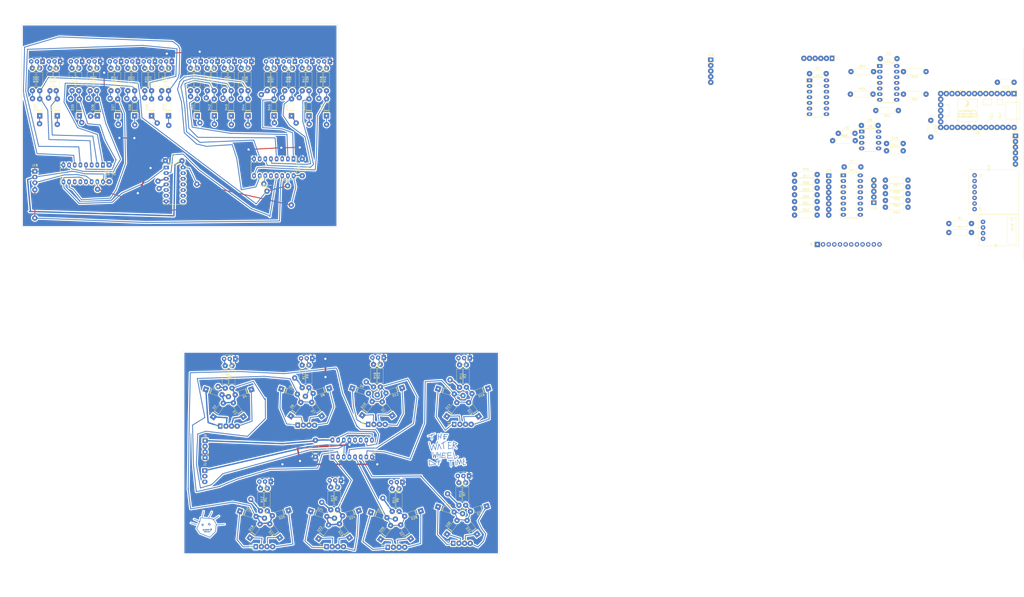
<source format=kicad_pcb>
(kicad_pcb (version 20171130) (host pcbnew "(5.1.4)-1")
  (layers (0 F.Cu signal) (31 B.Cu signal) (34 B.Paste user) (35 F.Paste user) (36 B.SilkS user) (37 F.SilkS user) (38 B.Mask user) (39 F.Mask user) (44 Edge.Cuts user))
  (net 0 "")
  (net 1 GND)
  (net 2 +5V)
  (net 3 hold_pot)
  (net 4 "Net-(C11-Pad1)")
  (net 5 "Net-(C12-Pad1)")
  (net 6 teensy_audio_out)
  (net 7 1_1)
  (net 8 "Net-(D1-Pad1)")
  (net 9 1_2)
  (net 10 "Net-(D2-Pad1)")
  (net 11 1_3)
  (net 12 "Net-(D3-Pad1)")
  (net 13 1_4)
  (net 14 "Net-(D4-Pad1)")
  (net 15 1_5)
  (net 16 "Net-(D5-Pad1)")
  (net 17 1_6)
  (net 18 "Net-(D6-Pad1)")
  (net 19 1_7)
  (net 20 "Net-(D7-Pad1)")
  (net 21 1_8)
  (net 22 "Net-(D8-Pad1)")
  (net 23 "Net-(D9-Pad1)")
  (net 24 "Net-(D10-Pad1)")
  (net 25 "Net-(D11-Pad1)")
  (net 26 "Net-(D12-Pad1)")
  (net 27 "Net-(D13-Pad1)")
  (net 28 "Net-(D14-Pad1)")
  (net 29 "Net-(D15-Pad1)")
  (net 30 "Net-(D16-Pad1)")
  (net 31 "Net-(D17-Pad1)")
  (net 32 "Net-(D18-Pad1)")
  (net 33 "Net-(D19-Pad1)")
  (net 34 "Net-(D20-Pad1)")
  (net 35 "Net-(D21-Pad1)")
  (net 36 "Net-(D22-Pad1)")
  (net 37 "Net-(D23-Pad1)")
  (net 38 "Net-(D24-Pad1)")
  (net 39 "Net-(D25-Pad1)")
  (net 40 "Net-(D26-Pad1)")
  (net 41 "Net-(D27-Pad1)")
  (net 42 "Net-(D28-Pad1)")
  (net 43 "Net-(D29-Pad1)")
  (net 44 "Net-(D30-Pad1)")
  (net 45 "Net-(D31-Pad1)")
  (net 46 "Net-(D32-Pad1)")
  (net 47 2_1)
  (net 48 "Net-(D33-Pad1)")
  (net 49 2_2)
  (net 50 "Net-(D34-Pad1)")
  (net 51 2_3)
  (net 52 "Net-(D35-Pad1)")
  (net 53 2_4)
  (net 54 "Net-(D36-Pad1)")
  (net 55 2_5)
  (net 56 "Net-(D37-Pad1)")
  (net 57 2_6)
  (net 58 "Net-(D38-Pad1)")
  (net 59 2_7)
  (net 60 "Net-(D39-Pad1)")
  (net 61 2_8)
  (net 62 "Net-(D40-Pad1)")
  (net 63 2_9)
  (net 64 "Net-(D41-Pad1)")
  (net 65 2_10)
  (net 66 "Net-(D42-Pad1)")
  (net 67 2_11)
  (net 68 "Net-(D43-Pad1)")
  (net 69 2_12)
  (net 70 "Net-(D44-Pad1)")
  (net 71 2_13)
  (net 72 "Net-(D45-Pad1)")
  (net 73 2_14)
  (net 74 "Net-(D46-Pad1)")
  (net 75 2_15)
  (net 76 "Net-(D47-Pad1)")
  (net 77 2_16)
  (net 78 "Net-(D48-Pad1)")
  (net 79 clock)
  (net 80 volca_audio)
  (net 81 +3V3)
  (net 82 volca_gate_control)
  (net 83 TT_Trig_long)
  (net 84 HH_Trig_long)
  (net 85 SD_trig_long)
  (net 86 BD_Trig_long)
  (net 87 synth_vol)
  (net 88 drum_vol)
  (net 89 LED1_8)
  (net 90 LED1_7)
  (net 91 LED1_6)
  (net 92 LED1_5)
  (net 93 LED1_4)
  (net 94 LED1_3)
  (net 95 LED1_2)
  (net 96 LED1_1)
  (net 97 LED2_16)
  (net 98 LED2_15)
  (net 99 LED2_14)
  (net 100 LED2_13)
  (net 101 LED2_12)
  (net 102 LED2_11)
  (net 103 LED2_10)
  (net 104 LED2_9)
  (net 105 LED2_8)
  (net 106 LED2_7)
  (net 107 LED2_6)
  (net 108 LED2_5)
  (net 109 LED2_4)
  (net 110 LED2_3)
  (net 111 LED2_2)
  (net 112 LED2_1)
  (net 113 LED_BIN_12)
  (net 114 LED_BIN_11)
  (net 115 LED_BIN_10)
  (net 116 LED_BIN_9)
  (net 117 LED_BIN_8)
  (net 118 LED_BIN_7)
  (net 119 LED_BIN_6)
  (net 120 LED_BIN_5)
  (net 121 LED_BIN_4)
  (net 122 LED_BIN_3)
  (net 123 LED_BIN_2)
  (net 124 LED_BIN_1)
  (net 125 selected_trig)
  (net 126 "Net-(J14-Pad7)")
  (net 127 "Net-(J14-Pad6)")
  (net 128 "Net-(J14-Pad5)")
  (net 129 "Net-(J14-Pad4)")
  (net 130 "Net-(J14-Pad3)")
  (net 131 "Net-(J14-Pad2)")
  (net 132 "Net-(J14-Pad1)")
  (net 133 "Net-(Q1-Pad3)")
  (net 134 "Net-(Q2-Pad3)")
  (net 135 "Net-(Q3-Pad3)")
  (net 136 "Net-(Q4-Pad3)")
  (net 137 "Net-(Q5-Pad3)")
  (net 138 "Net-(Q6-Pad3)")
  (net 139 "Net-(Q7-Pad3)")
  (net 140 "Net-(Q8-Pad3)")
  (net 141 "Net-(Q9-Pad3)")
  (net 142 "Net-(Q10-Pad3)")
  (net 143 "Net-(Q11-Pad3)")
  (net 144 "Net-(Q12-Pad3)")
  (net 145 "Net-(Q13-Pad3)")
  (net 146 "Net-(Q14-Pad3)")
  (net 147 "Net-(Q15-Pad3)")
  (net 148 "Net-(Q16-Pad3)")
  (net 149 "Net-(Q17-Pad3)")
  (net 150 "Net-(Q18-Pad3)")
  (net 151 "Net-(Q19-Pad3)")
  (net 152 "Net-(Q20-Pad3)")
  (net 153 "Net-(Q21-Pad3)")
  (net 154 "Net-(Q22-Pad3)")
  (net 155 "Net-(Q23-Pad3)")
  (net 156 "Net-(Q24-Pad3)")
  (net 157 volca_audio_gated)
  (net 158 "Net-(U1-Pad15)")
  (net 159 "Net-(U1-Pad12)")
  (net 160 "Net-(U1-Pad11)")
  (net 161 TT_Trig_short)
  (net 162 SD_trig_short)
  (net 163 HH_Trig_short)
  (net 164 BD_Trig_short)
  (net 165 "Net-(U3-Pad2)")
  (net 166 "Net-(U3-Pad1)")
  (net 167 "Net-(U5-Pad15)")
  (net 168 "Net-(U5-Pad12)")
  (net 169 "Net-(U5-Pad11)")
  (net 170 "Net-(U6-Pad12)")
  (net 171 "Net-(U7-Pad11)")
  (net 172 ambient_trigger_to_teensy)
  (net 173 CS)
  (net 174 DOUT)
  (net 175 DIN)
  (net 176 "Net-(C9-Pad2)")
  (net 177 "Net-(J5-PadR1)")
  (net 178 "Net-(J5-PadT)")
  (net 179 "Net-(Q1-Pad2)")
  (net 180 "Net-(Q2-Pad2)")
  (net 181 "Net-(Q3-Pad2)")
  (net 182 "Net-(Q4-Pad2)")
  (net 183 "Net-(Q5-Pad2)")
  (net 184 "Net-(Q6-Pad2)")
  (net 185 "Net-(Q7-Pad2)")
  (net 186 "Net-(Q8-Pad2)")
  (net 187 "Net-(Q9-Pad2)")
  (net 188 "Net-(Q10-Pad2)")
  (net 189 "Net-(Q11-Pad2)")
  (net 190 "Net-(Q12-Pad2)")
  (net 191 "Net-(Q13-Pad2)")
  (net 192 "Net-(Q14-Pad2)")
  (net 193 "Net-(Q15-Pad2)")
  (net 194 "Net-(Q16-Pad2)")
  (net 195 "Net-(Q17-Pad2)")
  (net 196 "Net-(Q18-Pad2)")
  (net 197 "Net-(Q19-Pad2)")
  (net 198 "Net-(Q20-Pad2)")
  (net 199 "Net-(Q21-Pad2)")
  (net 200 "Net-(Q22-Pad2)")
  (net 201 "Net-(Q23-Pad2)")
  (net 202 "Net-(Q24-Pad2)")
  (net 203 "Net-(R51-Pad1)")
  (net 204 "Net-(U9-Pad7)")
  (net 205 "Net-(U9-Pad8)")
  (net 206 "Net-(U9-Pad9)")
  (net 207 "Net-(U9-Pad11)")
  (net 208 "Net-(U9-Pad12)")
  (net 209 "Net-(U9-Pad32)")
  (net 210 "Net-(U9-Pad30)")
  (net 211 "Net-(U9-Pad29)")
  (net 212 "Net-(U9-Pad28)")
  (net 213 "Net-(U9-Pad27)")
  (net 214 "Net-(U9-Pad26)")
  (net 215 "Net-(U9-Pad25)")
  (net 216 "Net-(U9-Pad22)")
  (net 217 "Net-(U9-Pad21)")
  (net 218 "Net-(U9-Pad15)")
  (net 219 "Net-(U9-Pad16)")
  (net 220 "Net-(U10-Pad4)")
  (net 221 "Net-(U9-Pad18)")
  (net 222 "Net-(U9-Pad17)")
  (net 223 "Net-(U10-Pad1)")
  (net 224 sel_trig_inv)
  (net 225 "Net-(J15-Pad5)")
  (net 226 "Net-(J15-Pad4)")
  (net 227 "Net-(J15-Pad3)")
  (net 228 "Net-(J15-Pad2)")
  (net 229 "Net-(J15-Pad1)")
  (module william_custom:PinHeader_1x01_P2.54mm_Vertical_BIG (layer F.Cu) (at 46.99 108.2294)
    (fp_text reference REF** (at 0 -2.33) (layer F.SilkS))
    (fp_text value PinHeader_1x01_P2.54mm_Vertical_BIG)
    (pad 1 thru_hole circle (at 0 0) (size 2.4 2.4) (drill 1) (layers *.Cu *.Mask) (net 47 2_1))
  )
  (module william_custom:PinHeader_1x01_P2.54mm_Vertical_BIG (layer F.Cu) (at 37.7444 110.6424)
    (fp_text reference REF** (at 0 -2.33) (layer F.SilkS))
    (fp_text value PinHeader_1x01_P2.54mm_Vertical_BIG)
    (pad 1 thru_hole circle (at 0 0) (size 2.4 2.4) (drill 1) (layers *.Cu *.Mask) (net 47 2_1))
  )
  (module william_custom:PinHeader_1x01_P2.54mm_Vertical_BIG (layer F.Cu) (at -38.5318 109.7788)
    (fp_text reference REF** (at 0 -2.33) (layer F.SilkS))
    (fp_text value PinHeader_1x01_P2.54mm_Vertical_BIG)
    (pad 1 thru_hole circle (at 0 0) (size 2.4 2.4) (drill 1) (layers *.Cu *.Mask) (net 167 "Net-(U5-Pad15)"))
  )
  (module william_custom:PinHeader_1x01_P2.54mm_Vertical_BIG (layer F.Cu) (at 36.3474 107.315)
    (fp_text reference REF** (at 0 -2.33) (layer F.SilkS))
    (fp_text value PinHeader_1x01_P2.54mm_Vertical_BIG)
    (pad 1 thru_hole circle (at 0 0) (size 2.4 2.4) (drill 1) (layers *.Cu *.Mask) (net 167 "Net-(U5-Pad15)"))
  )
  (module Package_DIP:DIP-16_W7.62mm_Socket_LongPads (layer F.Cu) (at 49.680294 96.079084 270)
    (fp_text reference U6 (at 3.81 -2.33 90) (layer F.SilkS))
    (fp_text value 4017)
    (pad 16 thru_hole oval (at 7.62 0 270) (size 2.4 1.6) (drill 0.8) (layers *.Cu *.Mask) (net 2 +5V))
    (pad 8 thru_hole oval (at 0 17.78 270) (size 2.4 1.6) (drill 0.8) (layers *.Cu *.Mask) (net 1 GND))
    (pad 15 thru_hole oval (at 7.62 2.54 270) (size 2.4 1.6) (drill 0.8) (layers *.Cu *.Mask) (net 47 2_1))
    (pad 7 thru_hole oval (at 0 15.24 270) (size 2.4 1.6) (drill 0.8) (layers *.Cu *.Mask) (net 67 2_11))
    (pad 14 thru_hole oval (at 7.62 5.08 270) (size 2.4 1.6) (drill 0.8) (layers *.Cu *.Mask) (net 79 clock))
    (pad 6 thru_hole oval (at 0 12.7 270) (size 2.4 1.6) (drill 0.8) (layers *.Cu *.Mask) (net 75 2_15))
    (pad 13 thru_hole oval (at 7.62 7.62 270) (size 2.4 1.6) (drill 0.8) (layers *.Cu *.Mask) (net 165 "Net-(U3-Pad2)"))
    (pad 5 thru_hole oval (at 0 10.16 270) (size 2.4 1.6) (drill 0.8) (layers *.Cu *.Mask) (net 73 2_14))
    (pad 12 thru_hole oval (at 7.62 10.16 270) (size 2.4 1.6) (drill 0.8) (layers *.Cu *.Mask) (net 170 "Net-(U6-Pad12)"))
    (pad 4 thru_hole oval (at 0 7.62 270) (size 2.4 1.6) (drill 0.8) (layers *.Cu *.Mask) (net 65 2_10))
    (pad 11 thru_hole oval (at 7.62 12.7 270) (size 2.4 1.6) (drill 0.8) (layers *.Cu *.Mask) (net 167 "Net-(U5-Pad15)"))
    (pad 3 thru_hole oval (at 0 5.08 270) (size 2.4 1.6) (drill 0.8) (layers *.Cu *.Mask) (net 1 GND))
    (pad 10 thru_hole oval (at 7.62 15.24 270) (size 2.4 1.6) (drill 0.8) (layers *.Cu *.Mask) (net 69 2_12))
    (pad 2 thru_hole oval (at 0 2.54 270) (size 2.4 1.6) (drill 0.8) (layers *.Cu *.Mask) (net 63 2_9))
    (pad 9 thru_hole oval (at 7.62 17.78 270) (size 2.4 1.6) (drill 0.8) (layers *.Cu *.Mask) (net 77 2_16))
    (pad 1 thru_hole rect (at 0 0 270) (size 2.4 1.6) (drill 0.8) (layers *.Cu *.Mask) (net 71 2_13))
  )
  (module william_custom:C_Axial_L3.8mm_D2.6mm_P7.50mm_Horizontal_BIG (layer F.Cu) (at -8.033398 96.9264)
    (fp_text reference C3 (at 3.75 -2.42) (layer F.SilkS))
    (fp_text value 100nf)
    (pad 1 thru_hole circle (at 0 0) (size 2.4 2.4) (drill 0.8) (layers *.Cu *.Mask) (net 1 GND))
    (pad 2 thru_hole circle (at 7.5 0) (size 2.4 2.4) (drill 0.8) (layers *.Cu *.Mask) (net 2 +5V))
  )
  (module Package_DIP:DIP-14_W7.62mm_Socket_LongPads (layer F.Cu) (at -7.645402 99.974398)
    (fp_text reference U3 (at 3.81 -2.33) (layer F.SilkS))
    (fp_text value 4069)
    (pad 14 thru_hole oval (at 7.62 0) (size 2.4 1.6) (drill 0.8) (layers *.Cu *.Mask) (net 2 +5V))
    (pad 7 thru_hole oval (at 0 15.24) (size 2.4 1.6) (drill 0.8) (layers *.Cu *.Mask) (net 1 GND))
    (pad 13 thru_hole oval (at 7.62 2.54) (size 2.4 1.6) (drill 0.8) (layers *.Cu *.Mask))
    (pad 6 thru_hole oval (at 0 12.7) (size 2.4 1.6) (drill 0.8) (layers *.Cu *.Mask))
    (pad 12 thru_hole oval (at 7.62 5.08) (size 2.4 1.6) (drill 0.8) (layers *.Cu *.Mask))
    (pad 5 thru_hole oval (at 0 10.16) (size 2.4 1.6) (drill 0.8) (layers *.Cu *.Mask))
    (pad 11 thru_hole oval (at 7.62 7.62) (size 2.4 1.6) (drill 0.8) (layers *.Cu *.Mask))
    (pad 4 thru_hole oval (at 0 7.62) (size 2.4 1.6) (drill 0.8) (layers *.Cu *.Mask) (net 224 sel_trig_inv))
    (pad 10 thru_hole oval (at 7.62 10.16) (size 2.4 1.6) (drill 0.8) (layers *.Cu *.Mask))
    (pad 3 thru_hole oval (at 0 5.08) (size 2.4 1.6) (drill 0.8) (layers *.Cu *.Mask) (net 125 selected_trig))
    (pad 9 thru_hole oval (at 7.62 12.7) (size 2.4 1.6) (drill 0.8) (layers *.Cu *.Mask))
    (pad 2 thru_hole oval (at 0 2.54) (size 2.4 1.6) (drill 0.8) (layers *.Cu *.Mask) (net 165 "Net-(U3-Pad2)"))
    (pad 8 thru_hole oval (at 7.62 15.24) (size 2.4 1.6) (drill 0.8) (layers *.Cu *.Mask))
    (pad 1 thru_hole rect (at 0 0) (size 2.4 1.6) (drill 0.8) (layers *.Cu *.Mask) (net 166 "Net-(U3-Pad1)"))
  )
  (module Package_DIP:DIP-16_W7.62mm_Socket_LongPads (layer F.Cu) (at -36.115221 98.811473 270)
    (fp_text reference U5 (at 3.81 -2.33 90) (layer F.SilkS))
    (fp_text value 4017)
    (pad 16 thru_hole oval (at 7.62 0 270) (size 2.4 1.6) (drill 0.8) (layers *.Cu *.Mask) (net 2 +5V))
    (pad 8 thru_hole oval (at 0 17.78 270) (size 2.4 1.6) (drill 0.8) (layers *.Cu *.Mask) (net 1 GND))
    (pad 15 thru_hole oval (at 7.62 2.54 270) (size 2.4 1.6) (drill 0.8) (layers *.Cu *.Mask) (net 167 "Net-(U5-Pad15)"))
    (pad 7 thru_hole oval (at 0 15.24 270) (size 2.4 1.6) (drill 0.8) (layers *.Cu *.Mask) (net 53 2_4))
    (pad 14 thru_hole oval (at 7.62 5.08 270) (size 2.4 1.6) (drill 0.8) (layers *.Cu *.Mask) (net 79 clock))
    (pad 6 thru_hole oval (at 0 12.7 270) (size 2.4 1.6) (drill 0.8) (layers *.Cu *.Mask) (net 61 2_8))
    (pad 13 thru_hole oval (at 7.62 7.62 270) (size 2.4 1.6) (drill 0.8) (layers *.Cu *.Mask) (net 166 "Net-(U3-Pad1)"))
    (pad 5 thru_hole oval (at 0 10.16 270) (size 2.4 1.6) (drill 0.8) (layers *.Cu *.Mask) (net 59 2_7))
    (pad 12 thru_hole oval (at 7.62 10.16 270) (size 2.4 1.6) (drill 0.8) (layers *.Cu *.Mask) (net 168 "Net-(U5-Pad12)"))
    (pad 4 thru_hole oval (at 0 7.62 270) (size 2.4 1.6) (drill 0.8) (layers *.Cu *.Mask) (net 51 2_3))
    (pad 11 thru_hole oval (at 7.62 12.7 270) (size 2.4 1.6) (drill 0.8) (layers *.Cu *.Mask) (net 169 "Net-(U5-Pad11)"))
    (pad 3 thru_hole oval (at 0 5.08 270) (size 2.4 1.6) (drill 0.8) (layers *.Cu *.Mask) (net 47 2_1))
    (pad 10 thru_hole oval (at 7.62 15.24 270) (size 2.4 1.6) (drill 0.8) (layers *.Cu *.Mask) (net 55 2_5))
    (pad 2 thru_hole oval (at 0 2.54 270) (size 2.4 1.6) (drill 0.8) (layers *.Cu *.Mask) (net 49 2_2))
    (pad 9 thru_hole oval (at 7.62 17.78 270) (size 2.4 1.6) (drill 0.8) (layers *.Cu *.Mask) (net 166 "Net-(U3-Pad1)"))
    (pad 1 thru_hole rect (at 0 0 270) (size 2.4 1.6) (drill 0.8) (layers *.Cu *.Mask) (net 57 2_6))
  )
  (module william_custom:PinSocket_1x03_P2.54mm_Vertical_BIG (layer F.Cu) (at -66.7512 101.727)
    (fp_text reference J18 (at 0 -2.77) (layer F.SilkS))
    (fp_text value Conn_01x03_Female)
    (pad 3 thru_hole oval (at 0 5.08) (size 2.4 2) (drill 1) (layers *.Cu *.Mask) (net 79 clock))
    (pad 2 thru_hole oval (at 0 2.54) (size 2.4 2) (drill 1) (layers *.Cu *.Mask) (net 2 +5V))
    (pad 1 thru_hole rect (at 0 0) (size 2.4 2) (drill 1) (layers *.Cu *.Mask) (net 1 GND))
  )
  (module william_custom:R_Axial_DIN0207_L6.3mm_D2.5mm_P10.16mm_Horizontal_BIG (layer F.Cu) (at 3.302 55.2196 270)
    (fp_text reference R41 (at 5.08 -2.37 90) (layer F.SilkS))
    (fp_text value 1k)
    (pad 1 thru_hole circle (at 0 0 270) (size 2.4 2.4) (drill 0.8) (layers *.Cu *.Mask) (net 155 "Net-(Q23-Pad3)"))
    (pad 2 thru_hole circle (at 10.16 0 270) (size 2.4 2.4) (drill 0.8) (layers *.Cu *.Mask) (net 104 LED2_9))
  )
  (module william_custom:C_Axial_L3.8mm_D2.6mm_P7.50mm_Horizontal_BIG (layer F.Cu) (at 59.5376 230.3596 90)
    (fp_text reference C1 (at 3.75 -2.42 90) (layer F.SilkS))
    (fp_text value 100nf)
    (pad 1 thru_hole circle (at 0 0 90) (size 2.4 2.4) (drill 0.8) (layers *.Cu *.Mask) (net 1 GND))
    (pad 2 thru_hole circle (at 7.5 0 90) (size 2.4 2.4) (drill 0.8) (layers *.Cu *.Mask) (net 2 +5V))
  )
  (module william_custom:PinHeader_1x04_P2.54mm_Vertical_BIG (layer F.Cu) (at 121.5898 269.265401 90)
    (fp_text reference J29 (at 0 -2.33 90) (layer F.SilkS))
    (fp_text value Conn_01x04_Female)
    (pad 4 thru_hole circle (at 0 7.62 90) (size 2.4 2.4) (drill 1) (layers *.Cu *.Mask) (net 46 "Net-(D32-Pad1)"))
    (pad 3 thru_hole circle (at 0 5.08 90) (size 2.4 2.4) (drill 1) (layers *.Cu *.Mask) (net 45 "Net-(D31-Pad1)"))
    (pad 2 thru_hole circle (at 0 2.54 90) (size 2.4 2.4) (drill 1) (layers *.Cu *.Mask) (net 44 "Net-(D30-Pad1)"))
    (pad 1 thru_hole rect (at 0 0 90) (size 2.4 2) (drill 1) (layers *.Cu *.Mask) (net 43 "Net-(D29-Pad1)"))
  )
  (module william_custom:PinHeader_1x04_P2.54mm_Vertical_BIG (layer F.Cu) (at 92.1004 271.0434 90)
    (fp_text reference J28 (at 0 -2.33 90) (layer F.SilkS))
    (fp_text value Conn_01x04_Female)
    (pad 4 thru_hole circle (at 0 7.62 90) (size 2.4 2.4) (drill 1) (layers *.Cu *.Mask) (net 42 "Net-(D28-Pad1)"))
    (pad 3 thru_hole circle (at 0 5.08 90) (size 2.4 2.4) (drill 1) (layers *.Cu *.Mask) (net 41 "Net-(D27-Pad1)"))
    (pad 2 thru_hole circle (at 0 2.54 90) (size 2.4 2.4) (drill 1) (layers *.Cu *.Mask) (net 40 "Net-(D26-Pad1)"))
    (pad 1 thru_hole rect (at 0 0 90) (size 2.4 2) (drill 1) (layers *.Cu *.Mask) (net 39 "Net-(D25-Pad1)"))
  )
  (module william_custom:PinHeader_1x04_P2.54mm_Vertical_BIG (layer F.Cu) (at 64.5414 270.7894 90)
    (fp_text reference J27 (at 0 -2.33 90) (layer F.SilkS))
    (fp_text value Conn_01x04_Female)
    (pad 4 thru_hole circle (at 0 7.62 90) (size 2.4 2.4) (drill 1) (layers *.Cu *.Mask) (net 38 "Net-(D24-Pad1)"))
    (pad 3 thru_hole circle (at 0 5.08 90) (size 2.4 2.4) (drill 1) (layers *.Cu *.Mask) (net 37 "Net-(D23-Pad1)"))
    (pad 2 thru_hole circle (at 0 2.54 90) (size 2.4 2.4) (drill 1) (layers *.Cu *.Mask) (net 36 "Net-(D22-Pad1)"))
    (pad 1 thru_hole rect (at 0 0 90) (size 2.4 2) (drill 1) (layers *.Cu *.Mask) (net 35 "Net-(D21-Pad1)"))
  )
  (module william_custom:PinHeader_1x04_P2.54mm_Vertical_BIG (layer F.Cu) (at 32.6644 270.7894 90)
    (fp_text reference J12 (at 0 -2.33 90) (layer F.SilkS))
    (fp_text value Conn_01x04_Female)
    (pad 4 thru_hole circle (at 0 7.62 90) (size 2.4 2.4) (drill 1) (layers *.Cu *.Mask) (net 34 "Net-(D20-Pad1)"))
    (pad 3 thru_hole circle (at 0 5.08 90) (size 2.4 2.4) (drill 1) (layers *.Cu *.Mask) (net 33 "Net-(D19-Pad1)"))
    (pad 2 thru_hole circle (at 0 2.54 90) (size 2.4 2.4) (drill 1) (layers *.Cu *.Mask) (net 32 "Net-(D18-Pad1)"))
    (pad 1 thru_hole rect (at 0 0 90) (size 2.4 2) (drill 1) (layers *.Cu *.Mask) (net 31 "Net-(D17-Pad1)"))
  )
  (module william_custom:PinHeader_1x04_P2.54mm_Vertical_BIG (layer F.Cu) (at 122.0216 215.6714 90)
    (fp_text reference J11 (at 0 -2.33 90) (layer F.SilkS))
    (fp_text value Conn_01x04_Female)
    (pad 4 thru_hole circle (at 0 7.62 90) (size 2.4 2.4) (drill 1) (layers *.Cu *.Mask) (net 30 "Net-(D16-Pad1)"))
    (pad 3 thru_hole circle (at 0 5.08 90) (size 2.4 2.4) (drill 1) (layers *.Cu *.Mask) (net 29 "Net-(D15-Pad1)"))
    (pad 2 thru_hole circle (at 0 2.54 90) (size 2.4 2.4) (drill 1) (layers *.Cu *.Mask) (net 28 "Net-(D14-Pad1)"))
    (pad 1 thru_hole rect (at 0 0 90) (size 2.4 2) (drill 1) (layers *.Cu *.Mask) (net 27 "Net-(D13-Pad1)"))
  )
  (module william_custom:PinHeader_1x04_P2.54mm_Vertical_BIG (layer F.Cu) (at 83.2866 215.7222 90)
    (fp_text reference J10 (at 0 -2.33 90) (layer F.SilkS))
    (fp_text value Conn_01x04_Female)
    (pad 4 thru_hole circle (at 0 7.62 90) (size 2.4 2.4) (drill 1) (layers *.Cu *.Mask) (net 26 "Net-(D12-Pad1)"))
    (pad 3 thru_hole circle (at 0 5.08 90) (size 2.4 2.4) (drill 1) (layers *.Cu *.Mask) (net 25 "Net-(D11-Pad1)"))
    (pad 2 thru_hole circle (at 0 2.54 90) (size 2.4 2.4) (drill 1) (layers *.Cu *.Mask) (net 24 "Net-(D10-Pad1)"))
    (pad 1 thru_hole rect (at 0 0 90) (size 2.4 2) (drill 1) (layers *.Cu *.Mask) (net 23 "Net-(D9-Pad1)"))
  )
  (module william_custom:PinHeader_1x04_P2.54mm_Vertical_BIG (layer F.Cu) (at 51.5366 216.0524 90)
    (fp_text reference J9 (at 0 -2.33 90) (layer F.SilkS))
    (fp_text value Conn_01x04_Female)
    (pad 4 thru_hole circle (at 0 7.62 90) (size 2.4 2.4) (drill 1) (layers *.Cu *.Mask) (net 22 "Net-(D8-Pad1)"))
    (pad 3 thru_hole circle (at 0 5.08 90) (size 2.4 2.4) (drill 1) (layers *.Cu *.Mask) (net 20 "Net-(D7-Pad1)"))
    (pad 2 thru_hole circle (at 0 2.54 90) (size 2.4 2.4) (drill 1) (layers *.Cu *.Mask) (net 18 "Net-(D6-Pad1)"))
    (pad 1 thru_hole rect (at 0 0 90) (size 2.4 2) (drill 1) (layers *.Cu *.Mask) (net 16 "Net-(D5-Pad1)"))
  )
  (module william_custom:PinHeader_1x04_P2.54mm_Vertical_BIG (layer F.Cu) (at 16.713198 216.484201 90)
    (fp_text reference J1 (at 0 -2.33 90) (layer F.SilkS))
    (fp_text value Conn_01x04_Female)
    (pad 4 thru_hole circle (at 0 7.62 90) (size 2.4 2.4) (drill 1) (layers *.Cu *.Mask) (net 14 "Net-(D4-Pad1)"))
    (pad 3 thru_hole circle (at 0 5.08 90) (size 2.4 2.4) (drill 1) (layers *.Cu *.Mask) (net 12 "Net-(D3-Pad1)"))
    (pad 2 thru_hole circle (at 0 2.54 90) (size 2.4 2.4) (drill 1) (layers *.Cu *.Mask) (net 10 "Net-(D2-Pad1)"))
    (pad 1 thru_hole rect (at 0 0 90) (size 2.4 2) (drill 1) (layers *.Cu *.Mask) (net 8 "Net-(D1-Pad1)"))
  )
  (module william_custom:PinHeader_1x01_P2.54mm_Vertical_BIG (layer F.Cu) (at 125.7808 255.9304)
    (fp_text reference J26 (at 0 -2.33) (layer F.SilkS))
    (fp_text value Conn_01x01_Female)
    (pad 1 thru_hole circle (at 0 0) (size 2.4 2.4) (drill 1) (layers *.Cu *.Mask) (net 21 1_8))
  )
  (module william_custom:PinHeader_1x01_P2.54mm_Vertical_BIG (layer F.Cu) (at 95.5294 258.3434)
    (fp_text reference J25 (at 0 -2.33) (layer F.SilkS))
    (fp_text value Conn_01x01_Female)
    (pad 1 thru_hole circle (at 0 0) (size 2.4 2.4) (drill 1) (layers *.Cu *.Mask) (net 19 1_7))
  )
  (module william_custom:PinHeader_1x01_P2.54mm_Vertical_BIG (layer F.Cu) (at 68.0974 257.9624)
    (fp_text reference J24 (at 0 -2.33) (layer F.SilkS))
    (fp_text value Conn_01x01_Female)
    (pad 1 thru_hole circle (at 0 0) (size 2.4 2.4) (drill 1) (layers *.Cu *.Mask) (net 17 1_6))
  )
  (module william_custom:PinHeader_1x01_P2.54mm_Vertical_BIG (layer F.Cu) (at 36.6014 257.9624)
    (fp_text reference J23 (at 0 -2.33) (layer F.SilkS))
    (fp_text value Conn_01x01_Female)
    (pad 1 thru_hole circle (at 0 0) (size 2.4 2.4) (drill 1) (layers *.Cu *.Mask) (net 15 1_5))
  )
  (module william_custom:PinHeader_1x01_P2.54mm_Vertical_BIG (layer F.Cu) (at 125.9586 202.7174)
    (fp_text reference J22 (at 0 -2.33) (layer F.SilkS))
    (fp_text value Conn_01x01_Female)
    (pad 1 thru_hole circle (at 0 0) (size 2.4 2.4) (drill 1) (layers *.Cu *.Mask) (net 13 1_4))
  )
  (module william_custom:PinHeader_1x01_P2.54mm_Vertical_BIG (layer F.Cu) (at 87.3506 202.3872)
    (fp_text reference J21 (at 0 -2.33) (layer F.SilkS))
    (fp_text value Conn_01x01_Female)
    (pad 1 thru_hole circle (at 0 0) (size 2.4 2.4) (drill 1) (layers *.Cu *.Mask) (net 11 1_3))
  )
  (module william_custom:PinHeader_1x01_P2.54mm_Vertical_BIG (layer F.Cu) (at 55.0291 203.0349)
    (fp_text reference J20 (at 0 -2.33) (layer F.SilkS))
    (fp_text value Conn_01x01_Female)
    (pad 1 thru_hole circle (at 0 0) (size 2.4 2.4) (drill 1) (layers *.Cu *.Mask) (net 9 1_2))
  )
  (module william_custom:PinHeader_1x01_P2.54mm_Vertical_BIG (layer F.Cu) (at 20.3962 203.2127)
    (fp_text reference J19 (at 0 -2.33) (layer F.SilkS))
    (fp_text value Conn_01x01_Female)
    (pad 1 thru_hole circle (at 0 0) (size 2.4 2.4) (drill 1) (layers *.Cu *.Mask) (net 7 1_1))
  )
  (module william_custom:PinHeader_1x05_P2.54mm_Vertical_BIG (layer F.Cu) (at 310.896 115.824 180)
    (fp_text reference J15 (at 0 -2.33) (layer F.SilkS))
    (fp_text value Conn_01x05_Female)
    (pad 5 thru_hole circle (at 0 10.16 180) (size 2.4 2.4) (drill 1) (layers *.Cu *.Mask) (net 225 "Net-(J15-Pad5)"))
    (pad 4 thru_hole circle (at 0 7.62 180) (size 2.4 2.4) (drill 1) (layers *.Cu *.Mask) (net 226 "Net-(J15-Pad4)"))
    (pad 3 thru_hole circle (at 0 5.08 180) (size 2.4 2.4) (drill 1) (layers *.Cu *.Mask) (net 227 "Net-(J15-Pad3)"))
    (pad 2 thru_hole circle (at 0 2.54 180) (size 2.4 2.4) (drill 1) (layers *.Cu *.Mask) (net 228 "Net-(J15-Pad2)"))
    (pad 1 thru_hole rect (at 0 0 180) (size 2.4 2) (drill 1) (layers *.Cu *.Mask) (net 229 "Net-(J15-Pad1)"))
  )
  (module william_custom:PinHeader_1x08_P2.54mm_Vertical_BIG (layer F.Cu) (at 290.576 103.632)
    (fp_text reference J14 (at 0 -2.33) (layer F.SilkS))
    (fp_text value Conn_01x08_Female)
    (pad 8 thru_hole circle (at 0 17.78) (size 2.4 2.4) (drill 1) (layers *.Cu *.Mask) (net 125 selected_trig))
    (pad 7 thru_hole circle (at 0 15.24) (size 2.4 2.4) (drill 1) (layers *.Cu *.Mask) (net 126 "Net-(J14-Pad7)"))
    (pad 6 thru_hole circle (at 0 12.7) (size 2.4 2.4) (drill 1) (layers *.Cu *.Mask) (net 127 "Net-(J14-Pad6)"))
    (pad 5 thru_hole circle (at 0 10.16) (size 2.4 2.4) (drill 1) (layers *.Cu *.Mask) (net 128 "Net-(J14-Pad5)"))
    (pad 4 thru_hole circle (at 0 7.62) (size 2.4 2.4) (drill 1) (layers *.Cu *.Mask) (net 129 "Net-(J14-Pad4)"))
    (pad 3 thru_hole circle (at 0 5.08) (size 2.4 2.4) (drill 1) (layers *.Cu *.Mask) (net 130 "Net-(J14-Pad3)"))
    (pad 2 thru_hole circle (at 0 2.54) (size 2.4 2.4) (drill 1) (layers *.Cu *.Mask) (net 131 "Net-(J14-Pad2)"))
    (pad 1 thru_hole rect (at 0 0) (size 2.4 2) (drill 1) (layers *.Cu *.Mask) (net 132 "Net-(J14-Pad1)"))
  )
  (module william_custom:TO-92_Inline_Wide_BIG (layer F.Cu) (at -12.7 52.1716 180)
    (fp_text reference Q13 (at 2.54 -3.56) (layer F.SilkS))
    (fp_text value 2N3904)
    (pad 2 thru_hole circle (at 2.54 0 270) (size 2 2) (drill 0.8) (layers *.Cu *.Mask) (net 191 "Net-(Q13-Pad2)"))
    (pad 3 thru_hole circle (at 5.08 0 270) (size 2 2) (drill 0.8) (layers *.Cu *.Mask) (net 145 "Net-(Q13-Pad3)"))
    (pad 1 thru_hole rect (at 0 0 270) (size 2.4 2) (drill 0.8) (layers *.Cu *.Mask) (net 1 GND))
  )
  (module william_custom:TO-92_Inline_Wide_BIG (layer F.Cu) (at 98.7044 241.7064 180)
    (fp_text reference Q4 (at 2.54 -3.56) (layer F.SilkS))
    (fp_text value 2N3904)
    (pad 2 thru_hole circle (at 2.54 0 270) (size 2 2) (drill 0.8) (layers *.Cu *.Mask) (net 182 "Net-(Q4-Pad2)"))
    (pad 3 thru_hole circle (at 5.08 0 270) (size 2 2) (drill 0.8) (layers *.Cu *.Mask) (net 136 "Net-(Q4-Pad3)"))
    (pad 1 thru_hole rect (at 0 0 270) (size 2.4 2) (drill 0.8) (layers *.Cu *.Mask) (net 1 GND))
  )
  (module william_custom:TO-92_Inline_Wide_BIG (layer F.Cu) (at -37.338 52.1716 180)
    (fp_text reference Q10 (at 2.54 -3.56) (layer F.SilkS))
    (fp_text value 2N3904)
    (pad 2 thru_hole circle (at 2.54 0 270) (size 2 2) (drill 0.8) (layers *.Cu *.Mask) (net 188 "Net-(Q10-Pad2)"))
    (pad 3 thru_hole circle (at 5.08 0 270) (size 2 2) (drill 0.8) (layers *.Cu *.Mask) (net 142 "Net-(Q10-Pad3)"))
    (pad 1 thru_hole rect (at 0 0 270) (size 2.4 2) (drill 0.8) (layers *.Cu *.Mask) (net 1 GND))
  )
  (module william_custom:TO-92_Inline_Wide_BIG (layer F.Cu) (at 71.0184 240.9444 180)
    (fp_text reference Q3 (at 2.54 -3.56) (layer F.SilkS))
    (fp_text value 2N3904)
    (pad 2 thru_hole circle (at 2.54 0 270) (size 2 2) (drill 0.8) (layers *.Cu *.Mask) (net 181 "Net-(Q3-Pad2)"))
    (pad 3 thru_hole circle (at 5.08 0 270) (size 2 2) (drill 0.8) (layers *.Cu *.Mask) (net 135 "Net-(Q3-Pad3)"))
    (pad 1 thru_hole rect (at 0 0 270) (size 2.4 2) (drill 0.8) (layers *.Cu *.Mask) (net 1 GND))
  )
  (module william_custom:TO-92_Inline_Wide_BIG (layer F.Cu) (at -20.32 52.1716 180)
    (fp_text reference Q12 (at 2.54 -3.56) (layer F.SilkS))
    (fp_text value 2N3904)
    (pad 2 thru_hole circle (at 2.54 0 270) (size 2 2) (drill 0.8) (layers *.Cu *.Mask) (net 190 "Net-(Q12-Pad2)"))
    (pad 3 thru_hole circle (at 5.08 0 270) (size 2 2) (drill 0.8) (layers *.Cu *.Mask) (net 144 "Net-(Q12-Pad3)"))
    (pad 1 thru_hole rect (at 0 0 270) (size 2.4 2) (drill 0.8) (layers *.Cu *.Mask) (net 1 GND))
  )
  (module william_custom:TO-92_Inline_Wide_BIG (layer F.Cu) (at 50.292 52.1716 180)
    (fp_text reference Q20 (at 2.54 -3.56) (layer F.SilkS))
    (fp_text value 2N3904)
    (pad 2 thru_hole circle (at 2.54 0 270) (size 2 2) (drill 0.8) (layers *.Cu *.Mask) (net 198 "Net-(Q20-Pad2)"))
    (pad 3 thru_hole circle (at 5.08 0 270) (size 2 2) (drill 0.8) (layers *.Cu *.Mask) (net 152 "Net-(Q20-Pad3)"))
    (pad 1 thru_hole rect (at 0 0 270) (size 2.4 2) (drill 0.8) (layers *.Cu *.Mask) (net 1 GND))
  )
  (module william_custom:TO-92_Inline_Wide_BIG (layer F.Cu) (at 39.3954 241.4524 180)
    (fp_text reference Q2 (at 2.54 -3.56) (layer F.SilkS))
    (fp_text value 2N3904)
    (pad 2 thru_hole circle (at 2.54 0 270) (size 2 2) (drill 0.8) (layers *.Cu *.Mask) (net 180 "Net-(Q2-Pad2)"))
    (pad 3 thru_hole circle (at 5.08 0 270) (size 2 2) (drill 0.8) (layers *.Cu *.Mask) (net 134 "Net-(Q2-Pad3)"))
    (pad 1 thru_hole rect (at 0 0 270) (size 2.4 2) (drill 0.8) (layers *.Cu *.Mask) (net 1 GND))
  )
  (module william_custom:TO-92_Inline_Wide_BIG (layer F.Cu) (at 58.166 52.1716 180)
    (fp_text reference Q21 (at 2.54 -3.56) (layer F.SilkS))
    (fp_text value 2N3904)
    (pad 2 thru_hole circle (at 2.54 0 270) (size 2 2) (drill 0.8) (layers *.Cu *.Mask) (net 199 "Net-(Q21-Pad2)"))
    (pad 3 thru_hole circle (at 5.08 0 270) (size 2 2) (drill 0.8) (layers *.Cu *.Mask) (net 153 "Net-(Q21-Pad3)"))
    (pad 1 thru_hole rect (at 0 0 270) (size 2.4 2) (drill 0.8) (layers *.Cu *.Mask) (net 1 GND))
  )
  (module william_custom:TO-92_Inline_Wide_BIG (layer F.Cu) (at -27.94 52.1716 180)
    (fp_text reference Q11 (at 2.54 -3.56) (layer F.SilkS))
    (fp_text value 2N3904)
    (pad 2 thru_hole circle (at 2.54 0 270) (size 2 2) (drill 0.8) (layers *.Cu *.Mask) (net 189 "Net-(Q11-Pad2)"))
    (pad 3 thru_hole circle (at 5.08 0 270) (size 2 2) (drill 0.8) (layers *.Cu *.Mask) (net 143 "Net-(Q11-Pad3)"))
    (pad 1 thru_hole rect (at 0 0 270) (size 2.4 2) (drill 0.8) (layers *.Cu *.Mask) (net 1 GND))
  )
  (module william_custom:TO-92_Inline_Wide_BIG (layer F.Cu) (at 42.418 52.1716 180)
    (fp_text reference Q19 (at 2.54 -3.56) (layer F.SilkS))
    (fp_text value 2N3904)
    (pad 2 thru_hole circle (at 2.54 0 270) (size 2 2) (drill 0.8) (layers *.Cu *.Mask) (net 197 "Net-(Q19-Pad2)"))
    (pad 3 thru_hole circle (at 5.08 0 270) (size 2 2) (drill 0.8) (layers *.Cu *.Mask) (net 151 "Net-(Q19-Pad3)"))
    (pad 1 thru_hole rect (at 0 0 270) (size 2.4 2) (drill 0.8) (layers *.Cu *.Mask) (net 1 GND))
  )
  (module william_custom:TO-92_Inline_Wide_BIG (layer F.Cu) (at 129.0066 185.8264 180)
    (fp_text reference Q1 (at 2.54 -3.56) (layer F.SilkS))
    (fp_text value 2N3904)
    (pad 2 thru_hole circle (at 2.54 0 270) (size 2 2) (drill 0.8) (layers *.Cu *.Mask) (net 179 "Net-(Q1-Pad2)"))
    (pad 3 thru_hole circle (at 5.08 0 270) (size 2 2) (drill 0.8) (layers *.Cu *.Mask) (net 133 "Net-(Q1-Pad3)"))
    (pad 1 thru_hole rect (at 0 0 270) (size 2.4 2) (drill 0.8) (layers *.Cu *.Mask) (net 1 GND))
  )
  (module william_custom:R_Axial_DIN0207_L6.3mm_D2.5mm_P10.16mm_Horizontal_BIG (layer F.Cu) (at 56.642 65.3796 90)
    (fp_text reference R47 (at 5.08 -2.37 90) (layer F.SilkS))
    (fp_text value 100k)
    (pad 1 thru_hole circle (at 0 0 90) (size 2.4 2.4) (drill 0.8) (layers *.Cu *.Mask) (net 75 2_15))
    (pad 2 thru_hole circle (at 10.16 0 90) (size 2.4 2.4) (drill 0.8) (layers *.Cu *.Mask) (net 199 "Net-(Q21-Pad2)"))
  )
  (module william_custom:R_Axial_DIN0207_L6.3mm_D2.5mm_P10.16mm_Horizontal_BIG (layer F.Cu) (at 40.894 65.3796 90)
    (fp_text reference R45 (at 5.08 -2.37 90) (layer F.SilkS))
    (fp_text value 100k)
    (pad 1 thru_hole circle (at 0 0 90) (size 2.4 2.4) (drill 0.8) (layers *.Cu *.Mask) (net 71 2_13))
    (pad 2 thru_hole circle (at 10.16 0 90) (size 2.4 2.4) (drill 0.8) (layers *.Cu *.Mask) (net 197 "Net-(Q19-Pad2)"))
  )
  (module william_custom:R_Axial_DIN0207_L6.3mm_D2.5mm_P10.16mm_Horizontal_BIG (layer F.Cu) (at 29.21 65.3796 90)
    (fp_text reference R44 (at 5.08 -2.37 90) (layer F.SilkS))
    (fp_text value 100k)
    (pad 1 thru_hole circle (at 0 0 90) (size 2.4 2.4) (drill 0.8) (layers *.Cu *.Mask) (net 69 2_12))
    (pad 2 thru_hole circle (at 10.16 0 90) (size 2.4 2.4) (drill 0.8) (layers *.Cu *.Mask) (net 196 "Net-(Q18-Pad2)"))
  )
  (module william_custom:R_Axial_DIN0207_L6.3mm_D2.5mm_P10.16mm_Horizontal_BIG (layer F.Cu) (at 21.59 65.3796 90)
    (fp_text reference R43 (at 5.08 -2.37 90) (layer F.SilkS))
    (fp_text value 100k)
    (pad 1 thru_hole circle (at 0 0 90) (size 2.4 2.4) (drill 0.8) (layers *.Cu *.Mask) (net 67 2_11))
    (pad 2 thru_hole circle (at 10.16 0 90) (size 2.4 2.4) (drill 0.8) (layers *.Cu *.Mask) (net 195 "Net-(Q17-Pad2)"))
  )
  (module william_custom:R_Axial_DIN0207_L6.3mm_D2.5mm_P10.16mm_Horizontal_BIG (layer F.Cu) (at -57.15 65.3796 90)
    (fp_text reference R34 (at 5.08 -2.37 90) (layer F.SilkS))
    (fp_text value 100k)
    (pad 1 thru_hole circle (at 0 0 90) (size 2.4 2.4) (drill 0.8) (layers *.Cu *.Mask) (net 49 2_2))
    (pad 2 thru_hole circle (at 10.16 0 90) (size 2.4 2.4) (drill 0.8) (layers *.Cu *.Mask) (net 194 "Net-(Q16-Pad2)"))
  )
  (module william_custom:R_Axial_DIN0207_L6.3mm_D2.5mm_P10.16mm_Horizontal_BIG (layer F.Cu) (at -6.604 65.3796 90)
    (fp_text reference R32 (at 5.08 -2.37 90) (layer F.SilkS))
    (fp_text value 100k)
    (pad 1 thru_hole circle (at 0 0 90) (size 2.4 2.4) (drill 0.8) (layers *.Cu *.Mask) (net 61 2_8))
    (pad 2 thru_hole circle (at 10.16 0 90) (size 2.4 2.4) (drill 0.8) (layers *.Cu *.Mask) (net 192 "Net-(Q14-Pad2)"))
  )
  (module william_custom:R_Axial_DIN0207_L6.3mm_D2.5mm_P10.16mm_Horizontal_BIG (layer F.Cu) (at 6.35 65.3796 90)
    (fp_text reference R49 (at 5.08 -2.37 90) (layer F.SilkS))
    (fp_text value 100k)
    (pad 1 thru_hole circle (at 0 0 90) (size 2.4 2.4) (drill 0.8) (layers *.Cu *.Mask) (net 63 2_9))
    (pad 2 thru_hole circle (at 10.16 0 90) (size 2.4 2.4) (drill 0.8) (layers *.Cu *.Mask) (net 201 "Net-(Q23-Pad2)"))
  )
  (module william_custom:R_Axial_DIN0207_L6.3mm_D2.5mm_P10.16mm_Horizontal_BIG (layer F.Cu) (at 64.516 65.3796 90)
    (fp_text reference R48 (at 5.08 -2.37 90) (layer F.SilkS))
    (fp_text value 100k)
    (pad 1 thru_hole circle (at 0 0 90) (size 2.4 2.4) (drill 0.8) (layers *.Cu *.Mask) (net 77 2_16))
    (pad 2 thru_hole circle (at 10.16 0 90) (size 2.4 2.4) (drill 0.8) (layers *.Cu *.Mask) (net 200 "Net-(Q22-Pad2)"))
  )
  (module william_custom:R_Axial_DIN0207_L6.3mm_D2.5mm_P10.16mm_Horizontal_BIG (layer F.Cu) (at -14.224 65.3796 90)
    (fp_text reference R31 (at 5.08 -2.37 90) (layer F.SilkS))
    (fp_text value 100k)
    (pad 1 thru_hole circle (at 0 0 90) (size 2.4 2.4) (drill 0.8) (layers *.Cu *.Mask) (net 59 2_7))
    (pad 2 thru_hole circle (at 10.16 0 90) (size 2.4 2.4) (drill 0.8) (layers *.Cu *.Mask) (net 191 "Net-(Q13-Pad2)"))
  )
  (module william_custom:R_Axial_DIN0207_L6.3mm_D2.5mm_P10.16mm_Horizontal_BIG (layer F.Cu) (at 49.1744 65.4304 90)
    (fp_text reference R46 (at 5.08 -2.37 90) (layer F.SilkS))
    (fp_text value 100k)
    (pad 1 thru_hole circle (at 0 0 90) (size 2.4 2.4) (drill 0.8) (layers *.Cu *.Mask) (net 73 2_14))
    (pad 2 thru_hole circle (at 10.16 0 90) (size 2.4 2.4) (drill 0.8) (layers *.Cu *.Mask) (net 198 "Net-(Q20-Pad2)"))
  )
  (module william_custom:R_Axial_DIN0207_L6.3mm_D2.5mm_P10.16mm_Horizontal_BIG (layer F.Cu) (at -64.5668 65.3796 90)
    (fp_text reference R33 (at 5.08 -2.37 90) (layer F.SilkS))
    (fp_text value 100k)
    (pad 1 thru_hole circle (at 0 0 90) (size 2.4 2.4) (drill 0.8) (layers *.Cu *.Mask) (net 47 2_1))
    (pad 2 thru_hole circle (at 10.16 0 90) (size 2.4 2.4) (drill 0.8) (layers *.Cu *.Mask) (net 193 "Net-(Q15-Pad2)"))
  )
  (module william_custom:R_Axial_DIN0207_L6.3mm_D2.5mm_P10.16mm_Horizontal_BIG (layer F.Cu) (at 13.97 65.3796 90)
    (fp_text reference R50 (at 5.08 -2.37 90) (layer F.SilkS))
    (fp_text value 100k)
    (pad 1 thru_hole circle (at 0 0 90) (size 2.4 2.4) (drill 0.8) (layers *.Cu *.Mask) (net 65 2_10))
    (pad 2 thru_hole circle (at 10.16 0 90) (size 2.4 2.4) (drill 0.8) (layers *.Cu *.Mask) (net 202 "Net-(Q24-Pad2)"))
  )
  (module william_custom:TO-92_Inline_Wide_BIG (layer F.Cu) (at 7.874 52.1716 180)
    (fp_text reference Q23 (at 2.54 -3.56) (layer F.SilkS))
    (fp_text value 2N3904)
    (pad 2 thru_hole circle (at 2.54 0 270) (size 2 2) (drill 0.8) (layers *.Cu *.Mask) (net 201 "Net-(Q23-Pad2)"))
    (pad 3 thru_hole circle (at 5.08 0 270) (size 2 2) (drill 0.8) (layers *.Cu *.Mask) (net 155 "Net-(Q23-Pad3)"))
    (pad 1 thru_hole rect (at 0 0 270) (size 2.4 2) (drill 0.8) (layers *.Cu *.Mask) (net 1 GND))
  )
  (module william_custom:D_DO-35_SOD27_P7.62mm_Horizontal_BIG (layer F.Cu) (at 21.59 76.708 90)
    (fp_text reference D43 (at 3.81 -2.12 90) (layer F.SilkS))
    (fp_text value 1N4148)
    (pad 2 thru_hole circle (at 7.62 0 90) (size 2.4 2.4) (drill 0.8) (layers *.Cu *.Mask) (net 67 2_11))
    (pad 1 thru_hole rect (at 0 0 90) (size 2.4 2.4) (drill 0.8) (layers *.Cu *.Mask) (net 68 "Net-(D43-Pad1)"))
  )
  (module william_custom:D_DO-35_SOD27_P7.62mm_Horizontal_BIG (layer F.Cu) (at -6.604 76.708 90)
    (fp_text reference D40 (at 3.81 -2.12 90) (layer F.SilkS))
    (fp_text value 1N4148)
    (pad 2 thru_hole circle (at 7.62 0 90) (size 2.4 2.4) (drill 0.8) (layers *.Cu *.Mask) (net 61 2_8))
    (pad 1 thru_hole rect (at 0 0 90) (size 2.4 2.4) (drill 0.8) (layers *.Cu *.Mask) (net 62 "Net-(D40-Pad1)"))
  )
  (module william_custom:D_DO-35_SOD27_P7.62mm_Horizontal_BIG (layer F.Cu) (at -38.608 76.708 90)
    (fp_text reference D36 (at 3.81 -2.12 90) (layer F.SilkS))
    (fp_text value 1N4148)
    (pad 2 thru_hole circle (at 7.62 0 90) (size 2.4 2.4) (drill 0.8) (layers *.Cu *.Mask) (net 53 2_4))
    (pad 1 thru_hole rect (at 0 0 90) (size 2.4 2.4) (drill 0.8) (layers *.Cu *.Mask) (net 54 "Net-(D36-Pad1)"))
  )
  (module william_custom:D_DO-35_SOD27_P7.62mm_Horizontal_BIG (layer F.Cu) (at 136.58385 252.559691 198)
    (fp_text reference D32 (at 3.81 -2.12 18) (layer F.SilkS))
    (fp_text value 1N4148)
    (pad 2 thru_hole circle (at 7.62 0 198) (size 2.4 2.4) (drill 0.8) (layers *.Cu *.Mask) (net 21 1_8))
    (pad 1 thru_hole rect (at 0 0 198) (size 2.4 2.4) (drill 0.8) (layers *.Cu *.Mask) (net 46 "Net-(D32-Pad1)"))
  )
  (module william_custom:D_DO-35_SOD27_P7.62mm_Horizontal_BIG (layer F.Cu) (at 40.894 76.708 90)
    (fp_text reference D45 (at 3.81 -2.12 90) (layer F.SilkS))
    (fp_text value 1N4148)
    (pad 2 thru_hole circle (at 7.62 0 90) (size 2.4 2.4) (drill 0.8) (layers *.Cu *.Mask) (net 71 2_13))
    (pad 1 thru_hole rect (at 0 0 90) (size 2.4 2.4) (drill 0.8) (layers *.Cu *.Mask) (net 72 "Net-(D45-Pad1)"))
  )
  (module william_custom:D_DO-35_SOD27_P7.62mm_Horizontal_BIG (layer F.Cu) (at 6.35 76.708 90)
    (fp_text reference D41 (at 3.81 -2.12 90) (layer F.SilkS))
    (fp_text value 1N4148)
    (pad 2 thru_hole circle (at 7.62 0 90) (size 2.4 2.4) (drill 0.8) (layers *.Cu *.Mask) (net 63 2_9))
    (pad 1 thru_hole rect (at 0 0 90) (size 2.4 2.4) (drill 0.8) (layers *.Cu *.Mask) (net 64 "Net-(D41-Pad1)"))
  )
  (module william_custom:D_DO-35_SOD27_P7.62mm_Horizontal_BIG (layer F.Cu) (at -29.464 76.708 90)
    (fp_text reference D37 (at 3.81 -2.12 90) (layer F.SilkS))
    (fp_text value 1N4148)
    (pad 2 thru_hole circle (at 7.62 0 90) (size 2.4 2.4) (drill 0.8) (layers *.Cu *.Mask) (net 55 2_5))
    (pad 1 thru_hole rect (at 0 0 90) (size 2.4 2.4) (drill 0.8) (layers *.Cu *.Mask) (net 56 "Net-(D37-Pad1)"))
  )
  (module william_custom:D_DO-35_SOD27_P7.62mm_Horizontal_BIG (layer F.Cu) (at -14.224 76.708 90)
    (fp_text reference D39 (at 3.81 -2.12 90) (layer F.SilkS))
    (fp_text value 1N4148)
    (pad 2 thru_hole circle (at 7.62 0 90) (size 2.4 2.4) (drill 0.8) (layers *.Cu *.Mask) (net 59 2_7))
    (pad 1 thru_hole rect (at 0 0 90) (size 2.4 2.4) (drill 0.8) (layers *.Cu *.Mask) (net 60 "Net-(D39-Pad1)"))
  )
  (module william_custom:D_DO-35_SOD27_P7.62mm_Horizontal_BIG (layer F.Cu) (at -46.736 76.708 90)
    (fp_text reference D35 (at 3.81 -3.048 90) (layer F.SilkS))
    (fp_text value 1N4148)
    (pad 2 thru_hole circle (at 7.62 0 90) (size 2.4 2.4) (drill 0.8) (layers *.Cu *.Mask) (net 51 2_3))
    (pad 1 thru_hole rect (at 0 0 90) (size 2.4 2.4) (drill 0.8) (layers *.Cu *.Mask) (net 52 "Net-(D35-Pad1)"))
  )
  (module william_custom:D_DO-35_SOD27_P7.62mm_Horizontal_BIG (layer F.Cu) (at -56.642 76.708 90)
    (fp_text reference D34 (at 3.81 -2.12 90) (layer F.SilkS))
    (fp_text value 1N4148)
    (pad 2 thru_hole circle (at 7.62 0 90) (size 2.4 2.4) (drill 0.8) (layers *.Cu *.Mask) (net 49 2_2))
    (pad 1 thru_hole rect (at 0 0 90) (size 2.4 2.4) (drill 0.8) (layers *.Cu *.Mask) (net 50 "Net-(D34-Pad1)"))
  )
  (module william_custom:D_DO-35_SOD27_P7.62mm_Horizontal_BIG (layer F.Cu) (at 106.967451 254.71869 198)
    (fp_text reference D28 (at 3.81 -2.12 18) (layer F.SilkS))
    (fp_text value 1N4148)
    (pad 2 thru_hole circle (at 7.62 0 198) (size 2.4 2.4) (drill 0.8) (layers *.Cu *.Mask) (net 19 1_7))
    (pad 1 thru_hole rect (at 0 0 198) (size 2.4 2.4) (drill 0.8) (layers *.Cu *.Mask) (net 42 "Net-(D28-Pad1)"))
  )
  (module william_custom:D_DO-35_SOD27_P7.62mm_Horizontal_BIG (layer F.Cu) (at -21.844 76.708 90)
    (fp_text reference D38 (at 3.81 -2.12 90) (layer F.SilkS))
    (fp_text value 1N4148)
    (pad 2 thru_hole circle (at 7.62 0 90) (size 2.4 2.4) (drill 0.8) (layers *.Cu *.Mask) (net 57 2_6))
    (pad 1 thru_hole rect (at 0 0 90) (size 2.4 2.4) (drill 0.8) (layers *.Cu *.Mask) (net 58 "Net-(D38-Pad1)"))
  )
  (module william_custom:D_DO-35_SOD27_P7.62mm_Horizontal_BIG (layer F.Cu) (at 79.0194 254.5334 198)
    (fp_text reference D24 (at 3.81 -2.12 18) (layer F.SilkS))
    (fp_text value 1N4148)
    (pad 2 thru_hole circle (at 7.62 0 198) (size 2.4 2.4) (drill 0.8) (layers *.Cu *.Mask) (net 17 1_6))
    (pad 1 thru_hole rect (at 0 0 198) (size 2.4 2.4) (drill 0.8) (layers *.Cu *.Mask) (net 38 "Net-(D24-Pad1)"))
  )
  (module william_custom:PinSocket_1x03_P2.54mm_Vertical_BIG (layer F.Cu) (at 9.7282 236.4994)
    (fp_text reference J2 (at 0 -2.77) (layer F.SilkS))
    (fp_text value Conn_01x03_Female)
    (pad 3 thru_hole oval (at 0 5.08) (size 2.4 2) (drill 1) (layers *.Cu *.Mask) (net 79 clock))
    (pad 2 thru_hole oval (at 0 2.54) (size 2.4 2) (drill 1) (layers *.Cu *.Mask) (net 79 clock))
    (pad 1 thru_hole rect (at 0 0) (size 2.4 2) (drill 1) (layers *.Cu *.Mask) (net 79 clock))
  )
  (module william_custom:D_DO-35_SOD27_P7.62mm_Horizontal_BIG (layer F.Cu) (at 47.404451 254.46469 198)
    (fp_text reference D20 (at 3.81 -2.12 18) (layer F.SilkS))
    (fp_text value 1N4148)
    (pad 2 thru_hole circle (at 7.62 0 198) (size 2.4 2.4) (drill 0.8) (layers *.Cu *.Mask) (net 15 1_5))
    (pad 1 thru_hole rect (at 0 0 198) (size 2.4 2.4) (drill 0.8) (layers *.Cu *.Mask) (net 34 "Net-(D20-Pad1)"))
  )
  (module william_custom:D_DO-35_SOD27_P7.62mm_Horizontal_BIG (layer F.Cu) (at 137.269651 199.47369 198)
    (fp_text reference D16 (at 3.81 -2.12 18) (layer F.SilkS))
    (fp_text value 1N4148)
    (pad 2 thru_hole circle (at 7.62 0 198) (size 2.4 2.4) (drill 0.8) (layers *.Cu *.Mask) (net 13 1_4))
    (pad 1 thru_hole rect (at 0 0 198) (size 2.4 2.4) (drill 0.8) (layers *.Cu *.Mask) (net 30 "Net-(D16-Pad1)"))
  )
  (module william_custom:D_DO-35_SOD27_P7.62mm_Horizontal_BIG (layer F.Cu) (at 64.516 76.708 90)
    (fp_text reference D48 (at 3.81 -2.12 90) (layer F.SilkS))
    (fp_text value 1N4148)
    (pad 2 thru_hole circle (at 7.62 0 90) (size 2.4 2.4) (drill 0.8) (layers *.Cu *.Mask) (net 77 2_16))
    (pad 1 thru_hole rect (at 0 0 90) (size 2.4 2.4) (drill 0.8) (layers *.Cu *.Mask) (net 78 "Net-(D48-Pad1)"))
  )
  (module william_custom:D_DO-35_SOD27_P7.62mm_Horizontal_BIG (layer F.Cu) (at 56.642 76.708 90)
    (fp_text reference D47 (at 3.81 -2.12 90) (layer F.SilkS))
    (fp_text value 1N4148)
    (pad 2 thru_hole circle (at 7.62 0 90) (size 2.4 2.4) (drill 0.8) (layers *.Cu *.Mask) (net 75 2_15))
    (pad 1 thru_hole rect (at 0 0 90) (size 2.4 2.4) (drill 0.8) (layers *.Cu *.Mask) (net 76 "Net-(D47-Pad1)"))
  )
  (module william_custom:D_DO-35_SOD27_P7.62mm_Horizontal_BIG (layer F.Cu) (at 48.768 76.708 90)
    (fp_text reference D46 (at 3.81 -2.12 90) (layer F.SilkS))
    (fp_text value 1N4148)
    (pad 2 thru_hole circle (at 7.62 0 90) (size 2.4 2.4) (drill 0.8) (layers *.Cu *.Mask) (net 73 2_14))
    (pad 1 thru_hole rect (at 0 0 90) (size 2.4 2.4) (drill 0.8) (layers *.Cu *.Mask) (net 74 "Net-(D46-Pad1)"))
  )
  (module william_custom:D_DO-35_SOD27_P7.62mm_Horizontal_BIG (layer F.Cu) (at 29.21 76.708 90)
    (fp_text reference D44 (at 3.81 -2.12 90) (layer F.SilkS))
    (fp_text value 1N4148)
    (pad 2 thru_hole circle (at 7.62 0 90) (size 2.4 2.4) (drill 0.8) (layers *.Cu *.Mask) (net 69 2_12))
    (pad 1 thru_hole rect (at 0 0 90) (size 2.4 2.4) (drill 0.8) (layers *.Cu *.Mask) (net 70 "Net-(D44-Pad1)"))
  )
  (module william_custom:D_DO-35_SOD27_P7.62mm_Horizontal_BIG (layer F.Cu) (at 13.97 76.708 90)
    (fp_text reference D42 (at 3.81 -2.12 90) (layer F.SilkS))
    (fp_text value 1N4148)
    (pad 2 thru_hole circle (at 7.62 0 90) (size 2.4 2.4) (drill 0.8) (layers *.Cu *.Mask) (net 65 2_10))
    (pad 1 thru_hole rect (at 0 0 90) (size 2.4 2.4) (drill 0.8) (layers *.Cu *.Mask) (net 66 "Net-(D42-Pad1)"))
  )
  (module william_custom:D_DO-35_SOD27_P7.62mm_Horizontal_BIG (layer F.Cu) (at -64.5668 76.708 90)
    (fp_text reference D33 (at 3.81 -2.12 90) (layer F.SilkS))
    (fp_text value 1N4148)
    (pad 2 thru_hole circle (at 7.62 0 90) (size 2.4 2.4) (drill 0.8) (layers *.Cu *.Mask) (net 47 2_1))
    (pad 1 thru_hole rect (at 0 0 90) (size 2.4 2.4) (drill 0.8) (layers *.Cu *.Mask) (net 48 "Net-(D33-Pad1)"))
  )
  (module william_custom:R_Axial_DIN0207_L6.3mm_D2.5mm_P10.16mm_Horizontal_BIG (layer F.Cu) (at 18.542 55.2196 270)
    (fp_text reference R35 (at 5.08 -2.37 90) (layer F.SilkS))
    (fp_text value 1k)
    (pad 1 thru_hole circle (at 0 0 270) (size 2.4 2.4) (drill 0.8) (layers *.Cu *.Mask) (net 149 "Net-(Q17-Pad3)"))
    (pad 2 thru_hole circle (at 10.16 0 270) (size 2.4 2.4) (drill 0.8) (layers *.Cu *.Mask) (net 102 LED2_11))
  )
  (module william_custom:R_Axial_DIN0207_L6.3mm_D2.5mm_P10.16mm_Horizontal_BIG (layer F.Cu) (at 10.922 55.2196 270)
    (fp_text reference R42 (at 5.08 -2.37 90) (layer F.SilkS))
    (fp_text value 1k)
    (pad 1 thru_hole circle (at 0 0 270) (size 2.4 2.4) (drill 0.8) (layers *.Cu *.Mask) (net 156 "Net-(Q24-Pad3)"))
    (pad 2 thru_hole circle (at 10.16 0 270) (size 2.4 2.4) (drill 0.8) (layers *.Cu *.Mask) (net 103 LED2_10))
  )
  (module william_custom:R_Axial_DIN0207_L6.3mm_D2.5mm_P10.16mm_Horizontal_BIG (layer F.Cu) (at 18.935698 189.2427 270)
    (fp_text reference R8 (at 5.08 -2.37 90) (layer F.SilkS))
    (fp_text value 1k)
    (pad 1 thru_hole circle (at 0 0 270) (size 2.4 2.4) (drill 0.8) (layers *.Cu *.Mask) (net 138 "Net-(Q6-Pad3)"))
    (pad 2 thru_hole circle (at 10.16 0 270) (size 2.4 2.4) (drill 0.8) (layers *.Cu *.Mask) (net 96 LED1_1))
  )
  (module william_custom:R_Axial_DIN0207_L6.3mm_D2.5mm_P10.16mm_Horizontal_BIG (layer F.Cu) (at -67.8688 55.2196 270)
    (fp_text reference R25 (at 5.08 -2.37 90) (layer F.SilkS))
    (fp_text value 1k)
    (pad 1 thru_hole circle (at 0 0 270) (size 2.4 2.4) (drill 0.8) (layers *.Cu *.Mask) (net 147 "Net-(Q15-Pad3)"))
    (pad 2 thru_hole circle (at 10.16 0 270) (size 2.4 2.4) (drill 0.8) (layers *.Cu *.Mask) (net 112 LED2_1))
  )
  (module william_custom:TO-92_Inline_Wide_BIG (layer F.Cu) (at 128.7018 238.9124 180)
    (fp_text reference Q5 (at 2.54 -3.56) (layer F.SilkS))
    (fp_text value 2N3904)
    (pad 2 thru_hole circle (at 2.54 0 270) (size 2 2) (drill 0.8) (layers *.Cu *.Mask) (net 183 "Net-(Q5-Pad2)"))
    (pad 3 thru_hole circle (at 5.08 0 270) (size 2 2) (drill 0.8) (layers *.Cu *.Mask) (net 137 "Net-(Q5-Pad3)"))
    (pad 1 thru_hole rect (at 0 0 270) (size 2.4 2) (drill 0.8) (layers *.Cu *.Mask) (net 1 GND))
  )
  (module william_custom:TO-92_Inline_Wide_BIG (layer F.Cu) (at -5.08 52.1716 180)
    (fp_text reference Q14 (at 2.54 -3.56) (layer F.SilkS))
    (fp_text value 2N3904)
    (pad 2 thru_hole circle (at 2.54 0 270) (size 2 2) (drill 0.8) (layers *.Cu *.Mask) (net 192 "Net-(Q14-Pad2)"))
    (pad 3 thru_hole circle (at 5.08 0 270) (size 2 2) (drill 0.8) (layers *.Cu *.Mask) (net 146 "Net-(Q14-Pad3)"))
    (pad 1 thru_hole rect (at 0 0 270) (size 2.4 2) (drill 0.8) (layers *.Cu *.Mask) (net 1 GND))
  )
  (module william_custom:R_Axial_DIN0207_L6.3mm_D2.5mm_P10.16mm_Horizontal_BIG (layer F.Cu) (at 85.6996 188.6712 270)
    (fp_text reference R10 (at 5.08 -2.37 90) (layer F.SilkS))
    (fp_text value 1k)
    (pad 1 thru_hole circle (at 0 0 270) (size 2.4 2.4) (drill 0.8) (layers *.Cu *.Mask) (net 140 "Net-(Q8-Pad3)"))
    (pad 2 thru_hole circle (at 10.16 0 270) (size 2.4 2.4) (drill 0.8) (layers *.Cu *.Mask) (net 94 LED1_3))
  )
  (module william_custom:R_Axial_DIN0207_L6.3mm_D2.5mm_P10.16mm_Horizontal_BIG (layer F.Cu) (at 53.5686 189.0014 270)
    (fp_text reference R9 (at 5.08 -2.37 90) (layer F.SilkS))
    (fp_text value 1k)
    (pad 1 thru_hole circle (at 0 0 270) (size 2.4 2.4) (drill 0.8) (layers *.Cu *.Mask) (net 139 "Net-(Q7-Pad3)"))
    (pad 2 thru_hole circle (at 10.16 0 270) (size 2.4 2.4) (drill 0.8) (layers *.Cu *.Mask) (net 95 LED1_2))
  )
  (module william_custom:TO-92_Inline_Wide_BIG (layer F.Cu) (at 66.04 52.1716 180)
    (fp_text reference Q22 (at 2.54 -3.56) (layer F.SilkS))
    (fp_text value 2N3904)
    (pad 2 thru_hole circle (at 2.54 0 270) (size 2 2) (drill 0.8) (layers *.Cu *.Mask) (net 200 "Net-(Q22-Pad2)"))
    (pad 3 thru_hole circle (at 5.08 0 270) (size 2 2) (drill 0.8) (layers *.Cu *.Mask) (net 154 "Net-(Q22-Pad3)"))
    (pad 1 thru_hole rect (at 0 0 270) (size 2.4 2) (drill 0.8) (layers *.Cu *.Mask) (net 1 GND))
  )
  (module william_custom:R_Axial_DIN0207_L6.3mm_D2.5mm_P10.16mm_Horizontal_BIG (layer F.Cu) (at -41.91 55.2196 270)
    (fp_text reference R20 (at 5.08 -2.37 90) (layer F.SilkS))
    (fp_text value 1k)
    (pad 1 thru_hole circle (at 0 0 270) (size 2.4 2.4) (drill 0.8) (layers *.Cu *.Mask) (net 142 "Net-(Q10-Pad3)"))
    (pad 2 thru_hole circle (at 10.16 0 270) (size 2.4 2.4) (drill 0.8) (layers *.Cu *.Mask) (net 109 LED2_4))
  )
  (module william_custom:R_Axial_DIN0207_L6.3mm_D2.5mm_P10.16mm_Horizontal_BIG (layer F.Cu) (at -59.944 55.2196 270)
    (fp_text reference R26 (at 5.08 -2.37 90) (layer F.SilkS))
    (fp_text value 1k)
    (pad 1 thru_hole circle (at 0 0 270) (size 2.4 2.4) (drill 0.8) (layers *.Cu *.Mask) (net 148 "Net-(Q16-Pad3)"))
    (pad 2 thru_hole circle (at 10.16 0 270) (size 2.4 2.4) (drill 0.8) (layers *.Cu *.Mask) (net 111 LED2_2))
  )
  (module william_custom:R_Axial_DIN0207_L6.3mm_D2.5mm_P10.16mm_Horizontal_BIG (layer F.Cu) (at 26.162 55.2196 270)
    (fp_text reference R36 (at 5.08 -2.37 90) (layer F.SilkS))
    (fp_text value 1k)
    (pad 1 thru_hole circle (at 0 0 270) (size 2.4 2.4) (drill 0.8) (layers *.Cu *.Mask) (net 150 "Net-(Q18-Pad3)"))
    (pad 2 thru_hole circle (at 10.16 0 270) (size 2.4 2.4) (drill 0.8) (layers *.Cu *.Mask) (net 101 LED2_12))
  )
  (module william_custom:R_Axial_DIN0207_L6.3mm_D2.5mm_P10.16mm_Horizontal_BIG (layer F.Cu) (at -50.038 55.2196 270)
    (fp_text reference R19 (at 5.08 -2.37 90) (layer F.SilkS))
    (fp_text value 1k)
    (pad 1 thru_hole circle (at 0 0 270) (size 2.4 2.4) (drill 0.8) (layers *.Cu *.Mask) (net 141 "Net-(Q9-Pad3)"))
    (pad 2 thru_hole circle (at 10.16 0 270) (size 2.4 2.4) (drill 0.8) (layers *.Cu *.Mask) (net 110 LED2_3))
  )
  (module william_custom:D_DO-35_SOD27_P7.62mm_Horizontal_BIG (layer F.Cu) (at 84.472349 255.353691 342)
    (fp_text reference D25 (at 3.81 -2.12 162) (layer F.SilkS))
    (fp_text value 1N4148)
    (pad 2 thru_hole circle (at 7.62 0 342) (size 2.4 2.4) (drill 0.8) (layers *.Cu *.Mask) (net 19 1_7))
    (pad 1 thru_hole rect (at 0 0 342) (size 2.4 2.4) (drill 0.8) (layers *.Cu *.Mask) (net 39 "Net-(D25-Pad1)"))
  )
  (module william_custom:D_DO-35_SOD27_P7.62mm_Horizontal_BIG (layer F.Cu) (at 102.421324 267.175109 126)
    (fp_text reference D27 (at 3.81 -2.12 126) (layer F.SilkS))
    (fp_text value 1N4148)
    (pad 2 thru_hole circle (at 7.62 0 126) (size 2.4 2.4) (drill 0.8) (layers *.Cu *.Mask) (net 19 1_7))
    (pad 1 thru_hole rect (at 0 0 126) (size 2.4 2.4) (drill 0.8) (layers *.Cu *.Mask) (net 41 "Net-(D27-Pad1)"))
  )
  (module william_custom:D_DO-35_SOD27_P7.62mm_Horizontal_BIG (layer F.Cu) (at 65.7606 199.4154 198)
    (fp_text reference D8 (at 3.81 -2.12 18) (layer F.SilkS))
    (fp_text value 1N4148)
    (pad 2 thru_hole circle (at 7.62 0 198) (size 2.4 2.4) (drill 0.8) (layers *.Cu *.Mask) (net 9 1_2))
    (pad 1 thru_hole rect (at 0 0 198) (size 2.4 2.4) (drill 0.8) (layers *.Cu *.Mask) (net 22 "Net-(D8-Pad1)"))
  )
  (module william_custom:D_DO-35_SOD27_P7.62mm_Horizontal_BIG (layer F.Cu) (at 74.862324 266.667109 126)
    (fp_text reference D23 (at 3.81 -2.12 126) (layer F.SilkS))
    (fp_text value 1N4148)
    (pad 2 thru_hole circle (at 7.62 0 126) (size 2.4 2.4) (drill 0.8) (layers *.Cu *.Mask) (net 17 1_6))
    (pad 1 thru_hole rect (at 0 0 126) (size 2.4 2.4) (drill 0.8) (layers *.Cu *.Mask) (net 37 "Net-(D23-Pad1)"))
  )
  (module william_custom:D_DO-35_SOD27_P7.62mm_Horizontal_BIG (layer F.Cu) (at 27.097624 212.171409 126)
    (fp_text reference D3 (at 3.81 -2.12 126) (layer F.SilkS))
    (fp_text value 1N4148)
    (pad 2 thru_hole circle (at 7.62 0 126) (size 2.4 2.4) (drill 0.8) (layers *.Cu *.Mask) (net 7 1_1))
    (pad 1 thru_hole rect (at 0 0 126) (size 2.4 2.4) (drill 0.8) (layers *.Cu *.Mask) (net 12 "Net-(D3-Pad1)"))
  )
  (module william_custom:D_DO-35_SOD27_P7.62mm_Horizontal_BIG (layer F.Cu) (at 62.365524 211.930109 126)
    (fp_text reference D7 (at 3.81 -2.12 126) (layer F.SilkS))
    (fp_text value 1N4148)
    (pad 2 thru_hole circle (at 7.62 0 126) (size 2.4 2.4) (drill 0.8) (layers *.Cu *.Mask) (net 9 1_2))
    (pad 1 thru_hole rect (at 0 0 126) (size 2.4 2.4) (drill 0.8) (layers *.Cu *.Mask) (net 20 "Net-(D7-Pad1)"))
  )
  (module william_custom:D_DO-35_SOD27_P7.62mm_Horizontal_BIG (layer F.Cu) (at 118.685676 212.057109 54)
    (fp_text reference D14 (at 3.81 -2.12 54) (layer F.SilkS))
    (fp_text value 1N4148)
    (pad 2 thru_hole circle (at 7.62 0 54) (size 2.4 2.4) (drill 0.8) (layers *.Cu *.Mask) (net 13 1_4))
    (pad 1 thru_hole rect (at 0 0 54) (size 2.4 2.4) (drill 0.8) (layers *.Cu *.Mask) (net 28 "Net-(D14-Pad1)"))
  )
  (module william_custom:D_DO-35_SOD27_P7.62mm_Horizontal_BIG (layer F.Cu) (at 57.421349 254.845691 342)
    (fp_text reference D21 (at 3.81 -2.12 162) (layer F.SilkS))
    (fp_text value 1N4148)
    (pad 2 thru_hole circle (at 7.62 0 342) (size 2.4 2.4) (drill 0.8) (layers *.Cu *.Mask) (net 17 1_6))
    (pad 1 thru_hole rect (at 0 0 342) (size 2.4 2.4) (drill 0.8) (layers *.Cu *.Mask) (net 35 "Net-(D21-Pad1)"))
  )
  (module william_custom:D_DO-35_SOD27_P7.62mm_Horizontal_BIG (layer F.Cu) (at 25.544349 254.845691 342)
    (fp_text reference D17 (at 3.81 -2.12 162) (layer F.SilkS))
    (fp_text value 1N4148)
    (pad 2 thru_hole circle (at 7.62 0 342) (size 2.4 2.4) (drill 0.8) (layers *.Cu *.Mask) (net 15 1_5))
    (pad 1 thru_hole rect (at 0 0 342) (size 2.4 2.4) (drill 0.8) (layers *.Cu *.Mask) (net 31 "Net-(D17-Pad1)"))
  )
  (module william_custom:D_DO-35_SOD27_P7.62mm_Horizontal_BIG (layer F.Cu) (at 114.7826 199.6694 342)
    (fp_text reference D13 (at 3.81 -2.12 162) (layer F.SilkS))
    (fp_text value 1N4148)
    (pad 2 thru_hole circle (at 7.62 0 342) (size 2.4 2.4) (drill 0.8) (layers *.Cu *.Mask) (net 13 1_4))
    (pad 1 thru_hole rect (at 0 0 342) (size 2.4 2.4) (drill 0.8) (layers *.Cu *.Mask) (net 27 "Net-(D13-Pad1)"))
  )
  (module william_custom:D_DO-35_SOD27_P7.62mm_Horizontal_BIG (layer F.Cu) (at 114.723749 252.81369 342)
    (fp_text reference D29 (at 3.81 -2.12 162) (layer F.SilkS))
    (fp_text value 1N4148)
    (pad 2 thru_hole circle (at 7.62 0 342) (size 2.4 2.4) (drill 0.8) (layers *.Cu *.Mask) (net 21 1_8))
    (pad 1 thru_hole rect (at 0 0 342) (size 2.4 2.4) (drill 0.8) (layers *.Cu *.Mask) (net 43 "Net-(D29-Pad1)"))
  )
  (module william_custom:D_DO-35_SOD27_P7.62mm_Horizontal_BIG (layer F.Cu) (at 132.291724 265.143109 126)
    (fp_text reference D31 (at 3.81 -2.12 126) (layer F.SilkS))
    (fp_text value 1N4148)
    (pad 2 thru_hole circle (at 7.62 0 126) (size 2.4 2.4) (drill 0.8) (layers *.Cu *.Mask) (net 21 1_8))
    (pad 1 thru_hole rect (at 0 0 126) (size 2.4 2.4) (drill 0.8) (layers *.Cu *.Mask) (net 45 "Net-(D31-Pad1)"))
  )
  (module william_custom:D_DO-35_SOD27_P7.62mm_Horizontal_BIG (layer F.Cu) (at 88.891476 267.429109 54)
    (fp_text reference D26 (at 3.81 -2.12 54) (layer F.SilkS))
    (fp_text value 1N4148)
    (pad 2 thru_hole circle (at 7.62 0 54) (size 2.4 2.4) (drill 0.8) (layers *.Cu *.Mask) (net 19 1_7))
    (pad 1 thru_hole rect (at 0 0 54) (size 2.4 2.4) (drill 0.8) (layers *.Cu *.Mask) (net 40 "Net-(D26-Pad1)"))
  )
  (module william_custom:D_DO-35_SOD27_P7.62mm_Horizontal_BIG (layer F.Cu) (at 76.166549 199.397491 342)
    (fp_text reference D9 (at 3.81 -2.12 162) (layer F.SilkS))
    (fp_text value 1N4148)
    (pad 2 thru_hole circle (at 7.62 0 342) (size 2.4 2.4) (drill 0.8) (layers *.Cu *.Mask) (net 11 1_3))
    (pad 1 thru_hole rect (at 0 0 342) (size 2.4 2.4) (drill 0.8) (layers *.Cu *.Mask) (net 23 "Net-(D9-Pad1)"))
  )
  (module william_custom:C_Axial_L3.8mm_D2.6mm_P7.50mm_Horizontal_BIG (layer F.Cu) (at 53.591895 96.180685 270)
    (fp_text reference C6 (at 3.75 -2.42 90) (layer F.SilkS))
    (fp_text value 100nf)
    (pad 1 thru_hole circle (at 0 0 270) (size 2.4 2.4) (drill 0.8) (layers *.Cu *.Mask) (net 1 GND))
    (pad 2 thru_hole circle (at 7.5 0 270) (size 2.4 2.4) (drill 0.8) (layers *.Cu *.Mask) (net 2 +5V))
  )
  (module william_custom:C_Axial_L3.8mm_D2.6mm_P7.50mm_Horizontal_BIG (layer F.Cu) (at -33.321216 98.811471 270)
    (fp_text reference C5 (at 3.75 -2.42 90) (layer F.SilkS))
    (fp_text value 100nf)
    (pad 1 thru_hole circle (at 0 0 270) (size 2.4 2.4) (drill 0.8) (layers *.Cu *.Mask) (net 1 GND))
    (pad 2 thru_hole circle (at 7.5 0 270) (size 2.4 2.4) (drill 0.8) (layers *.Cu *.Mask) (net 2 +5V))
  )
  (module william_custom:D_DO-35_SOD27_P7.62mm_Horizontal_BIG (layer F.Cu) (at 48.454676 211.930109 54)
    (fp_text reference D6 (at 3.81 -2.12 54) (layer F.SilkS))
    (fp_text value 1N4148)
    (pad 2 thru_hole circle (at 7.62 0 54) (size 2.4 2.4) (drill 0.8) (layers *.Cu *.Mask) (net 9 1_2))
    (pad 1 thru_hole rect (at 0 0 54) (size 2.4 2.4) (drill 0.8) (layers *.Cu *.Mask) (net 18 "Net-(D6-Pad1)"))
  )
  (module william_custom:D_DO-35_SOD27_P7.62mm_Horizontal_BIG (layer F.Cu) (at 60.951476 267.175109 54)
    (fp_text reference D22 (at 3.81 -2.12 54) (layer F.SilkS))
    (fp_text value 1N4148)
    (pad 2 thru_hole circle (at 7.62 0 54) (size 2.4 2.4) (drill 0.8) (layers *.Cu *.Mask) (net 17 1_6))
    (pad 1 thru_hole rect (at 0 0 54) (size 2.4 2.4) (drill 0.8) (layers *.Cu *.Mask) (net 36 "Net-(D22-Pad1)"))
  )
  (module william_custom:D_DO-35_SOD27_P7.62mm_Horizontal_BIG (layer F.Cu) (at 30.090476 266.794109 54)
    (fp_text reference D18 (at 3.81 -2.12 54) (layer F.SilkS))
    (fp_text value 1N4148)
    (pad 2 thru_hole circle (at 7.62 0 54) (size 2.4 2.4) (drill 0.8) (layers *.Cu *.Mask) (net 15 1_5))
    (pad 1 thru_hole rect (at 0 0 54) (size 2.4 2.4) (drill 0.8) (layers *.Cu *.Mask) (net 32 "Net-(D18-Pad1)"))
  )
  (module william_custom:D_DO-35_SOD27_P7.62mm_Horizontal_BIG (layer F.Cu) (at 80.585676 211.599909 54)
    (fp_text reference D10 (at 3.81 -2.12 54) (layer F.SilkS))
    (fp_text value 1N4148)
    (pad 2 thru_hole circle (at 7.62 0 54) (size 2.4 2.4) (drill 0.8) (layers *.Cu *.Mask) (net 11 1_3))
    (pad 1 thru_hole rect (at 0 0 54) (size 2.4 2.4) (drill 0.8) (layers *.Cu *.Mask) (net 24 "Net-(D10-Pad1)"))
  )
  (module william_custom:D_DO-35_SOD27_P7.62mm_Horizontal_BIG (layer F.Cu) (at 98.534651 199.270491 198)
    (fp_text reference D12 (at 3.81 -2.12 18) (layer F.SilkS))
    (fp_text value 1N4148)
    (pad 2 thru_hole circle (at 7.62 0 198) (size 2.4 2.4) (drill 0.8) (layers *.Cu *.Mask) (net 11 1_3))
    (pad 1 thru_hole rect (at 0 0 198) (size 2.4 2.4) (drill 0.8) (layers *.Cu *.Mask) (net 26 "Net-(D12-Pad1)"))
  )
  (module william_custom:D_DO-35_SOD27_P7.62mm_Horizontal_BIG (layer F.Cu) (at 44.162549 199.727691 342)
    (fp_text reference D5 (at 3.81 -2.12 162) (layer F.SilkS))
    (fp_text value 1N4148)
    (pad 2 thru_hole circle (at 7.62 0 342) (size 2.4 2.4) (drill 0.8) (layers *.Cu *.Mask) (net 9 1_2))
    (pad 1 thru_hole rect (at 0 0 342) (size 2.4 2.4) (drill 0.8) (layers *.Cu *.Mask) (net 16 "Net-(D5-Pad1)"))
  )
  (module william_custom:D_DO-35_SOD27_P7.62mm_Horizontal_BIG (layer F.Cu) (at 43.493324 266.667109 126)
    (fp_text reference D19 (at 3.81 -2.12 126) (layer F.SilkS))
    (fp_text value 1N4148)
    (pad 2 thru_hole circle (at 7.62 0 126) (size 2.4 2.4) (drill 0.8) (layers *.Cu *.Mask) (net 15 1_5))
    (pad 1 thru_hole rect (at 0 0 126) (size 2.4 2.4) (drill 0.8) (layers *.Cu *.Mask) (net 33 "Net-(D19-Pad1)"))
  )
  (module william_custom:D_DO-35_SOD27_P7.62mm_Horizontal_BIG (layer F.Cu) (at 94.115524 211.726909 126)
    (fp_text reference D11 (at 3.81 -2.12 126) (layer F.SilkS))
    (fp_text value 1N4148)
    (pad 2 thru_hole circle (at 7.62 0 126) (size 2.4 2.4) (drill 0.8) (layers *.Cu *.Mask) (net 11 1_3))
    (pad 1 thru_hole rect (at 0 0 126) (size 2.4 2.4) (drill 0.8) (layers *.Cu *.Mask) (net 25 "Net-(D11-Pad1)"))
  )
  (module william_custom:D_DO-35_SOD27_P7.62mm_Horizontal_BIG (layer F.Cu) (at 10.228149 199.968991 342)
    (fp_text reference D1 (at 3.81 -2.12 162) (layer F.SilkS))
    (fp_text value 1N4148)
    (pad 2 thru_hole circle (at 7.62 0 342) (size 2.4 2.4) (drill 0.8) (layers *.Cu *.Mask) (net 7 1_1))
    (pad 1 thru_hole rect (at 0 0 342) (size 2.4 2.4) (drill 0.8) (layers *.Cu *.Mask) (net 8 "Net-(D1-Pad1)"))
  )
  (module william_custom:D_DO-35_SOD27_P7.62mm_Horizontal_BIG (layer F.Cu) (at 13.567776 212.298409 54)
    (fp_text reference D2 (at 3.81 -2.12 54) (layer F.SilkS))
    (fp_text value 1N4148)
    (pad 2 thru_hole circle (at 7.62 0 54) (size 2.4 2.4) (drill 0.8) (layers *.Cu *.Mask) (net 7 1_1))
    (pad 1 thru_hole rect (at 0 0 54) (size 2.4 2.4) (drill 0.8) (layers *.Cu *.Mask) (net 10 "Net-(D2-Pad1)"))
  )
  (module william_custom:D_DO-35_SOD27_P7.62mm_Horizontal_BIG (layer F.Cu) (at 30.6832 199.9742 198)
    (fp_text reference D4 (at 3.81 -2.12 18) (layer F.SilkS))
    (fp_text value 1N4148)
    (pad 2 thru_hole circle (at 7.62 0 198) (size 2.4 2.4) (drill 0.8) (layers *.Cu *.Mask) (net 7 1_1))
    (pad 1 thru_hole rect (at 0 0 198) (size 2.4 2.4) (drill 0.8) (layers *.Cu *.Mask) (net 14 "Net-(D4-Pad1)"))
  )
  (module william_custom:D_DO-35_SOD27_P7.62mm_Horizontal_BIG (layer F.Cu) (at 118.761876 265.143109 54)
    (fp_text reference D30 (at 3.81 -2.12 54) (layer F.SilkS))
    (fp_text value 1N4148)
    (pad 2 thru_hole circle (at 7.62 0 54) (size 2.4 2.4) (drill 0.8) (layers *.Cu *.Mask) (net 21 1_8))
    (pad 1 thru_hole rect (at 0 0 54) (size 2.4 2.4) (drill 0.8) (layers *.Cu *.Mask) (net 44 "Net-(D30-Pad1)"))
  )
  (module william_custom:D_DO-35_SOD27_P7.62mm_Horizontal_BIG (layer F.Cu) (at 132.977524 212.057109 126)
    (fp_text reference D15 (at 3.81 -2.12 126) (layer F.SilkS))
    (fp_text value 1N4148)
    (pad 2 thru_hole circle (at 7.62 0 126) (size 2.4 2.4) (drill 0.8) (layers *.Cu *.Mask) (net 13 1_4))
    (pad 1 thru_hole rect (at 0 0 126) (size 2.4 2.4) (drill 0.8) (layers *.Cu *.Mask) (net 29 "Net-(D15-Pad1)"))
  )
  (module william_custom:TO-92_Inline_Wide_BIG (layer F.Cu) (at 23.507701 186.194699 180)
    (fp_text reference Q6 (at 2.54 -3.56) (layer F.SilkS))
    (fp_text value 2N3904)
    (pad 2 thru_hole circle (at 2.54 0 270) (size 2 2) (drill 0.8) (layers *.Cu *.Mask) (net 184 "Net-(Q6-Pad2)"))
    (pad 3 thru_hole circle (at 5.08 0 270) (size 2 2) (drill 0.8) (layers *.Cu *.Mask) (net 138 "Net-(Q6-Pad3)"))
    (pad 1 thru_hole rect (at 0 0 270) (size 2.4 2) (drill 0.8) (layers *.Cu *.Mask) (net 1 GND))
  )
  (module william_custom:TO-92_Inline_Wide_BIG (layer F.Cu) (at 90.2716 185.6232 180)
    (fp_text reference Q8 (at 2.54 -3.56) (layer F.SilkS))
    (fp_text value 2N3904)
    (pad 2 thru_hole circle (at 2.54 0 270) (size 2 2) (drill 0.8) (layers *.Cu *.Mask) (net 186 "Net-(Q8-Pad2)"))
    (pad 3 thru_hole circle (at 5.08 0 270) (size 2 2) (drill 0.8) (layers *.Cu *.Mask) (net 140 "Net-(Q8-Pad3)"))
    (pad 1 thru_hole rect (at 0 0 270) (size 2.4 2) (drill 0.8) (layers *.Cu *.Mask) (net 1 GND))
  )
  (module william_custom:TO-92_Inline_Wide_BIG (layer F.Cu) (at 15.494 52.1716 180)
    (fp_text reference Q24 (at 2.54 -3.56) (layer F.SilkS))
    (fp_text value 2N3904)
    (pad 2 thru_hole circle (at 2.54 0 270) (size 2 2) (drill 0.8) (layers *.Cu *.Mask) (net 202 "Net-(Q24-Pad2)"))
    (pad 3 thru_hole circle (at 5.08 0 270) (size 2 2) (drill 0.8) (layers *.Cu *.Mask) (net 156 "Net-(Q24-Pad3)"))
    (pad 1 thru_hole rect (at 0 0 270) (size 2.4 2) (drill 0.8) (layers *.Cu *.Mask) (net 1 GND))
  )
  (module william_custom:TO-92_Inline_Wide_BIG (layer F.Cu) (at -63.2968 52.1716 180)
    (fp_text reference Q15 (at 2.54 -3.56) (layer F.SilkS))
    (fp_text value 2N3904)
    (pad 2 thru_hole circle (at 2.54 0 270) (size 2 2) (drill 0.8) (layers *.Cu *.Mask) (net 193 "Net-(Q15-Pad2)"))
    (pad 3 thru_hole circle (at 5.08 0 270) (size 2 2) (drill 0.8) (layers *.Cu *.Mask) (net 147 "Net-(Q15-Pad3)"))
    (pad 1 thru_hole rect (at 0 0 270) (size 2.4 2) (drill 0.8) (layers *.Cu *.Mask) (net 1 GND))
  )
  (module william_custom:TO-92_Inline_Wide_BIG (layer F.Cu) (at 30.734 52.1716 180)
    (fp_text reference Q18 (at 2.54 -3.56) (layer F.SilkS))
    (fp_text value 2N3904)
    (pad 2 thru_hole circle (at 2.54 0 270) (size 2 2) (drill 0.8) (layers *.Cu *.Mask) (net 196 "Net-(Q18-Pad2)"))
    (pad 3 thru_hole circle (at 5.08 0 270) (size 2 2) (drill 0.8) (layers *.Cu *.Mask) (net 150 "Net-(Q18-Pad3)"))
    (pad 1 thru_hole rect (at 0 0 270) (size 2.4 2) (drill 0.8) (layers *.Cu *.Mask) (net 1 GND))
  )
  (module william_custom:TO-92_Inline_Wide_BIG (layer F.Cu) (at -45.466 52.1716 180)
    (fp_text reference Q9 (at 2.54 -3.56) (layer F.SilkS))
    (fp_text value 2N3904)
    (pad 2 thru_hole circle (at 2.54 0 270) (size 2 2) (drill 0.8) (layers *.Cu *.Mask) (net 187 "Net-(Q9-Pad2)"))
    (pad 3 thru_hole circle (at 5.08 0 270) (size 2 2) (drill 0.8) (layers *.Cu *.Mask) (net 141 "Net-(Q9-Pad3)"))
    (pad 1 thru_hole rect (at 0 0 270) (size 2.4 2) (drill 0.8) (layers *.Cu *.Mask) (net 1 GND))
  )
  (module william_custom:TO-92_Inline_Wide_BIG (layer F.Cu) (at 23.114 52.1716 180)
    (fp_text reference Q17 (at 2.54 -3.56) (layer F.SilkS))
    (fp_text value 2N3904)
    (pad 2 thru_hole circle (at 2.54 0 270) (size 2 2) (drill 0.8) (layers *.Cu *.Mask) (net 195 "Net-(Q17-Pad2)"))
    (pad 3 thru_hole circle (at 5.08 0 270) (size 2 2) (drill 0.8) (layers *.Cu *.Mask) (net 149 "Net-(Q17-Pad3)"))
    (pad 1 thru_hole rect (at 0 0 270) (size 2.4 2) (drill 0.8) (layers *.Cu *.Mask) (net 1 GND))
  )
  (module william_custom:TO-92_Inline_Wide_BIG (layer F.Cu) (at -55.372 52.1716 180)
    (fp_text reference Q16 (at 2.54 -3.56) (layer F.SilkS))
    (fp_text value 2N3904)
    (pad 2 thru_hole circle (at 2.54 0 270) (size 2 2) (drill 0.8) (layers *.Cu *.Mask) (net 194 "Net-(Q16-Pad2)"))
    (pad 3 thru_hole circle (at 5.08 0 270) (size 2 2) (drill 0.8) (layers *.Cu *.Mask) (net 148 "Net-(Q16-Pad3)"))
    (pad 1 thru_hole rect (at 0 0 270) (size 2.4 2) (drill 0.8) (layers *.Cu *.Mask) (net 1 GND))
  )
  (module william_custom:TO-92_Inline_Wide_BIG (layer F.Cu) (at 58.1406 185.9534 180)
    (fp_text reference Q7 (at 2.54 -3.56) (layer F.SilkS))
    (fp_text value 2N3904)
    (pad 2 thru_hole circle (at 2.54 0 270) (size 2 2) (drill 0.8) (layers *.Cu *.Mask) (net 185 "Net-(Q7-Pad2)"))
    (pad 3 thru_hole circle (at 5.08 0 270) (size 2 2) (drill 0.8) (layers *.Cu *.Mask) (net 139 "Net-(Q7-Pad3)"))
    (pad 1 thru_hole rect (at 0 0 270) (size 2.4 2) (drill 0.8) (layers *.Cu *.Mask) (net 1 GND))
  )
  (module william_custom:R_Axial_DIN0207_L6.3mm_D2.5mm_P10.16mm_Horizontal_BIG (layer F.Cu) (at -29.464 65.3796 90)
    (fp_text reference R29 (at 5.08 -2.37 90) (layer F.SilkS))
    (fp_text value 100k)
    (pad 1 thru_hole circle (at 0 0 90) (size 2.4 2.4) (drill 0.8) (layers *.Cu *.Mask) (net 55 2_5))
    (pad 2 thru_hole circle (at 10.16 0 90) (size 2.4 2.4) (drill 0.8) (layers *.Cu *.Mask) (net 189 "Net-(Q11-Pad2)"))
  )
  (module william_custom:R_Axial_DIN0207_L6.3mm_D2.5mm_P10.16mm_Horizontal_BIG (layer F.Cu) (at 37.8714 254.6604 90)
    (fp_text reference R12 (at 5.08 -2.37 90) (layer F.SilkS))
    (fp_text value 100k)
    (pad 1 thru_hole circle (at 0 0 90) (size 2.4 2.4) (drill 0.8) (layers *.Cu *.Mask) (net 15 1_5))
    (pad 2 thru_hole circle (at 10.16 0 90) (size 2.4 2.4) (drill 0.8) (layers *.Cu *.Mask) (net 180 "Net-(Q2-Pad2)"))
  )
  (module william_custom:R_Axial_DIN0207_L6.3mm_D2.5mm_P10.16mm_Horizontal_BIG (layer F.Cu) (at -38.862 65.3796 90)
    (fp_text reference R28 (at 5.08 -2.37 90) (layer F.SilkS))
    (fp_text value 100k)
    (pad 1 thru_hole circle (at 0 0 90) (size 2.4 2.4) (drill 0.8) (layers *.Cu *.Mask) (net 53 2_4))
    (pad 2 thru_hole circle (at 10.16 0 90) (size 2.4 2.4) (drill 0.8) (layers *.Cu *.Mask) (net 188 "Net-(Q10-Pad2)"))
  )
  (module william_custom:R_Axial_DIN0207_L6.3mm_D2.5mm_P10.16mm_Horizontal_BIG (layer F.Cu) (at -21.844 65.3796 90)
    (fp_text reference R30 (at 5.08 -2.37 90) (layer F.SilkS))
    (fp_text value 100k)
    (pad 1 thru_hole circle (at 0 0 90) (size 2.4 2.4) (drill 0.8) (layers *.Cu *.Mask) (net 57 2_6))
    (pad 2 thru_hole circle (at 10.16 0 90) (size 2.4 2.4) (drill 0.8) (layers *.Cu *.Mask) (net 190 "Net-(Q12-Pad2)"))
  )
  (module william_custom:R_Axial_DIN0207_L6.3mm_D2.5mm_P10.16mm_Horizontal_BIG (layer F.Cu) (at 97.1804 254.9144 90)
    (fp_text reference R14 (at 5.08 -2.37 90) (layer F.SilkS))
    (fp_text value 100k)
    (pad 1 thru_hole circle (at 0 0 90) (size 2.4 2.4) (drill 0.8) (layers *.Cu *.Mask) (net 19 1_7))
    (pad 2 thru_hole circle (at 10.16 0 90) (size 2.4 2.4) (drill 0.8) (layers *.Cu *.Mask) (net 182 "Net-(Q4-Pad2)"))
  )
  (module william_custom:R_Axial_DIN0207_L6.3mm_D2.5mm_P10.16mm_Horizontal_BIG (layer F.Cu) (at 69.4944 254.1524 90)
    (fp_text reference R13 (at 5.08 -2.37 90) (layer F.SilkS))
    (fp_text value 100k)
    (pad 1 thru_hole circle (at 0 0 90) (size 2.4 2.4) (drill 0.8) (layers *.Cu *.Mask) (net 17 1_6))
    (pad 2 thru_hole circle (at 10.16 0 90) (size 2.4 2.4) (drill 0.8) (layers *.Cu *.Mask) (net 181 "Net-(Q3-Pad2)"))
  )
  (module william_custom:R_Axial_DIN0207_L6.3mm_D2.5mm_P10.16mm_Horizontal_BIG (layer F.Cu) (at -46.99 65.3796 90)
    (fp_text reference R27 (at 5.08 -2.37 90) (layer F.SilkS))
    (fp_text value 100k)
    (pad 1 thru_hole circle (at 0 0 90) (size 2.4 2.4) (drill 0.8) (layers *.Cu *.Mask) (net 51 2_3))
    (pad 2 thru_hole circle (at 10.16 0 90) (size 2.4 2.4) (drill 0.8) (layers *.Cu *.Mask) (net 187 "Net-(Q9-Pad2)"))
  )
  (module william_custom:R_Axial_DIN0207_L6.3mm_D2.5mm_P10.16mm_Horizontal_BIG (layer F.Cu) (at 88.7476 198.8312 90)
    (fp_text reference R18 (at 5.08 -2.37 90) (layer F.SilkS))
    (fp_text value 100k)
    (pad 1 thru_hole circle (at 0 0 90) (size 2.4 2.4) (drill 0.8) (layers *.Cu *.Mask) (net 11 1_3))
    (pad 2 thru_hole circle (at 10.16 0 90) (size 2.4 2.4) (drill 0.8) (layers *.Cu *.Mask) (net 186 "Net-(Q8-Pad2)"))
  )
  (module william_custom:R_Axial_DIN0207_L6.3mm_D2.5mm_P10.16mm_Horizontal_BIG (layer F.Cu) (at 21.983701 199.4027 90)
    (fp_text reference R16 (at 5.08 -2.37 90) (layer F.SilkS))
    (fp_text value 100k)
    (pad 1 thru_hole circle (at 0 0 90) (size 2.4 2.4) (drill 0.8) (layers *.Cu *.Mask) (net 7 1_1))
    (pad 2 thru_hole circle (at 10.16 0 90) (size 2.4 2.4) (drill 0.8) (layers *.Cu *.Mask) (net 184 "Net-(Q6-Pad2)"))
  )
  (module william_custom:R_Axial_DIN0207_L6.3mm_D2.5mm_P10.16mm_Horizontal_BIG (layer F.Cu) (at 56.6166 199.1614 90)
    (fp_text reference R17 (at 5.08 -2.37 90) (layer F.SilkS))
    (fp_text value 100k)
    (pad 1 thru_hole circle (at 0 0 90) (size 2.4 2.4) (drill 0.8) (layers *.Cu *.Mask) (net 9 1_2))
    (pad 2 thru_hole circle (at 10.16 0 90) (size 2.4 2.4) (drill 0.8) (layers *.Cu *.Mask) (net 185 "Net-(Q7-Pad2)"))
  )
  (module william_custom:R_Axial_DIN0207_L6.3mm_D2.5mm_P10.16mm_Horizontal_BIG (layer F.Cu) (at 127.1778 252.1204 90)
    (fp_text reference R15 (at 5.08 -2.37 90) (layer F.SilkS))
    (fp_text value 100k)
    (pad 1 thru_hole circle (at 0 0 90) (size 2.4 2.4) (drill 0.8) (layers *.Cu *.Mask) (net 21 1_8))
    (pad 2 thru_hole circle (at 10.16 0 90) (size 2.4 2.4) (drill 0.8) (layers *.Cu *.Mask) (net 183 "Net-(Q5-Pad2)"))
  )
  (module william_custom:R_Axial_DIN0207_L6.3mm_D2.5mm_P10.16mm_Horizontal_BIG (layer F.Cu) (at 127.4826 199.0344 90)
    (fp_text reference R11 (at 5.08 -2.37 90) (layer F.SilkS))
    (fp_text value 100k)
    (pad 1 thru_hole circle (at 0 0 90) (size 2.4 2.4) (drill 0.8) (layers *.Cu *.Mask) (net 13 1_4))
    (pad 2 thru_hole circle (at 10.16 0 90) (size 2.4 2.4) (drill 0.8) (layers *.Cu *.Mask) (net 179 "Net-(Q1-Pad2)"))
  )
  (module Package_DIP:DIP-16_W7.62mm_Socket_LongPads (layer F.Cu) (at 67.2084 230.378 90)
    (fp_text reference U1 (at 3.81 -2.33 90) (layer F.SilkS))
    (fp_text value 4017)
    (pad 16 thru_hole oval (at 7.62 0 90) (size 2.4 1.6) (drill 0.8) (layers *.Cu *.Mask) (net 2 +5V))
    (pad 8 thru_hole oval (at 0 17.78 90) (size 2.4 1.6) (drill 0.8) (layers *.Cu *.Mask) (net 1 GND))
    (pad 15 thru_hole oval (at 7.62 2.54 90) (size 2.4 1.6) (drill 0.8) (layers *.Cu *.Mask) (net 158 "Net-(U1-Pad15)"))
    (pad 7 thru_hole oval (at 0 15.24 90) (size 2.4 1.6) (drill 0.8) (layers *.Cu *.Mask) (net 13 1_4))
    (pad 14 thru_hole oval (at 7.62 5.08 90) (size 2.4 1.6) (drill 0.8) (layers *.Cu *.Mask) (net 79 clock))
    (pad 6 thru_hole oval (at 0 12.7 90) (size 2.4 1.6) (drill 0.8) (layers *.Cu *.Mask) (net 21 1_8))
    (pad 13 thru_hole oval (at 7.62 7.62 90) (size 2.4 1.6) (drill 0.8) (layers *.Cu *.Mask) (net 1 GND))
    (pad 5 thru_hole oval (at 0 10.16 90) (size 2.4 1.6) (drill 0.8) (layers *.Cu *.Mask) (net 19 1_7))
    (pad 12 thru_hole oval (at 7.62 10.16 90) (size 2.4 1.6) (drill 0.8) (layers *.Cu *.Mask) (net 159 "Net-(U1-Pad12)"))
    (pad 4 thru_hole oval (at 0 7.62 90) (size 2.4 1.6) (drill 0.8) (layers *.Cu *.Mask) (net 11 1_3))
    (pad 11 thru_hole oval (at 7.62 12.7 90) (size 2.4 1.6) (drill 0.8) (layers *.Cu *.Mask) (net 160 "Net-(U1-Pad11)"))
    (pad 3 thru_hole oval (at 0 5.08 90) (size 2.4 1.6) (drill 0.8) (layers *.Cu *.Mask) (net 7 1_1))
    (pad 10 thru_hole oval (at 7.62 15.24 90) (size 2.4 1.6) (drill 0.8) (layers *.Cu *.Mask) (net 15 1_5))
    (pad 2 thru_hole oval (at 0 2.54 90) (size 2.4 1.6) (drill 0.8) (layers *.Cu *.Mask) (net 9 1_2))
    (pad 9 thru_hole oval (at 7.62 17.78 90) (size 2.4 1.6) (drill 0.8) (layers *.Cu *.Mask) (net 158 "Net-(U1-Pad15)"))
    (pad 1 thru_hole rect (at 0 0 90) (size 2.4 1.6) (drill 0.8) (layers *.Cu *.Mask) (net 17 1_6))
  )
  (module william_custom:R_Axial_DIN0207_L6.3mm_D2.5mm_P10.16mm_Horizontal_BIG (layer F.Cu) (at 124.1298 241.9604 270)
    (fp_text reference R7 (at 5.08 -2.37 90) (layer F.SilkS))
    (fp_text value 1k)
    (pad 1 thru_hole circle (at 0 0 270) (size 2.4 2.4) (drill 0.8) (layers *.Cu *.Mask) (net 137 "Net-(Q5-Pad3)"))
    (pad 2 thru_hole circle (at 10.16 0 270) (size 2.4 2.4) (drill 0.8) (layers *.Cu *.Mask) (net 89 LED1_8))
  )
  (module william_custom:R_Axial_DIN0207_L6.3mm_D2.5mm_P10.16mm_Horizontal_BIG (layer F.Cu) (at -9.652 55.2196 270)
    (fp_text reference R24 (at 5.08 -2.37 90) (layer F.SilkS))
    (fp_text value 1k)
    (pad 1 thru_hole circle (at 0 0 270) (size 2.4 2.4) (drill 0.8) (layers *.Cu *.Mask) (net 146 "Net-(Q14-Pad3)"))
    (pad 2 thru_hole circle (at 10.16 0 270) (size 2.4 2.4) (drill 0.8) (layers *.Cu *.Mask) (net 105 LED2_8))
  )
  (module william_custom:R_Axial_DIN0207_L6.3mm_D2.5mm_P10.16mm_Horizontal_BIG (layer F.Cu) (at 94.1324 244.7544 270)
    (fp_text reference R6 (at 5.08 -2.37 90) (layer F.SilkS))
    (fp_text value 1k)
    (pad 1 thru_hole circle (at 0 0 270) (size 2.4 2.4) (drill 0.8) (layers *.Cu *.Mask) (net 136 "Net-(Q4-Pad3)"))
    (pad 2 thru_hole circle (at 10.16 0 270) (size 2.4 2.4) (drill 0.8) (layers *.Cu *.Mask) (net 90 LED1_7))
  )
  (module william_custom:R_Axial_DIN0207_L6.3mm_D2.5mm_P10.16mm_Horizontal_BIG (layer F.Cu) (at 61.468 55.2196 270)
    (fp_text reference R40 (at 5.08 -2.37 90) (layer F.SilkS))
    (fp_text value 1k)
    (pad 1 thru_hole circle (at 0 0 270) (size 2.4 2.4) (drill 0.8) (layers *.Cu *.Mask) (net 154 "Net-(Q22-Pad3)"))
    (pad 2 thru_hole circle (at 10.16 0 270) (size 2.4 2.4) (drill 0.8) (layers *.Cu *.Mask) (net 97 LED2_16))
  )
  (module william_custom:R_Axial_DIN0207_L6.3mm_D2.5mm_P10.16mm_Horizontal_BIG (layer F.Cu) (at 53.594 55.2196 270)
    (fp_text reference R39 (at 5.08 -2.37 90) (layer F.SilkS))
    (fp_text value 1k)
    (pad 1 thru_hole circle (at 0 0 270) (size 2.4 2.4) (drill 0.8) (layers *.Cu *.Mask) (net 153 "Net-(Q21-Pad3)"))
    (pad 2 thru_hole circle (at 10.16 0 270) (size 2.4 2.4) (drill 0.8) (layers *.Cu *.Mask) (net 98 LED2_15))
  )
  (module william_custom:R_Axial_DIN0207_L6.3mm_D2.5mm_P10.16mm_Horizontal_BIG (layer F.Cu) (at 66.4464 243.9924 270)
    (fp_text reference R5 (at 5.08 -2.37 90) (layer F.SilkS))
    (fp_text value 1k)
    (pad 1 thru_hole circle (at 0 0 270) (size 2.4 2.4) (drill 0.8) (layers *.Cu *.Mask) (net 135 "Net-(Q3-Pad3)"))
    (pad 2 thru_hole circle (at 10.16 0 270) (size 2.4 2.4) (drill 0.8) (layers *.Cu *.Mask) (net 91 LED1_6))
  )
  (module william_custom:R_Axial_DIN0207_L6.3mm_D2.5mm_P10.16mm_Horizontal_BIG (layer F.Cu) (at 34.8234 244.5004 270)
    (fp_text reference R4 (at 5.08 -2.37 90) (layer F.SilkS))
    (fp_text value 1k)
    (pad 1 thru_hole circle (at 0 0 270) (size 2.4 2.4) (drill 0.8) (layers *.Cu *.Mask) (net 134 "Net-(Q2-Pad3)"))
    (pad 2 thru_hole circle (at 10.16 0 270) (size 2.4 2.4) (drill 0.8) (layers *.Cu *.Mask) (net 92 LED1_5))
  )
  (module william_custom:R_Axial_DIN0207_L6.3mm_D2.5mm_P10.16mm_Horizontal_BIG (layer F.Cu) (at -17.272 55.2196 270)
    (fp_text reference R23 (at 5.08 -2.37 90) (layer F.SilkS))
    (fp_text value 1k)
    (pad 1 thru_hole circle (at 0 0 270) (size 2.4 2.4) (drill 0.8) (layers *.Cu *.Mask) (net 145 "Net-(Q13-Pad3)"))
    (pad 2 thru_hole circle (at 10.16 0 270) (size 2.4 2.4) (drill 0.8) (layers *.Cu *.Mask) (net 106 LED2_7))
  )
  (module william_custom:R_Axial_DIN0207_L6.3mm_D2.5mm_P10.16mm_Horizontal_BIG (layer F.Cu) (at -32.512 55.2196 270)
    (fp_text reference R21 (at 5.08 -2.37 90) (layer F.SilkS))
    (fp_text value 1k)
    (pad 1 thru_hole circle (at 0 0 270) (size 2.4 2.4) (drill 0.8) (layers *.Cu *.Mask) (net 143 "Net-(Q11-Pad3)"))
    (pad 2 thru_hole circle (at 10.16 0 270) (size 2.4 2.4) (drill 0.8) (layers *.Cu *.Mask) (net 108 LED2_5))
  )
  (module william_custom:R_Axial_DIN0207_L6.3mm_D2.5mm_P10.16mm_Horizontal_BIG (layer F.Cu) (at 37.846 55.2196 270)
    (fp_text reference R37 (at 5.08 -2.37 90) (layer F.SilkS))
    (fp_text value 1k)
    (pad 1 thru_hole circle (at 0 0 270) (size 2.4 2.4) (drill 0.8) (layers *.Cu *.Mask) (net 151 "Net-(Q19-Pad3)"))
    (pad 2 thru_hole circle (at 10.16 0 270) (size 2.4 2.4) (drill 0.8) (layers *.Cu *.Mask) (net 100 LED2_13))
  )
  (module william_custom:R_Axial_DIN0207_L6.3mm_D2.5mm_P10.16mm_Horizontal_BIG (layer F.Cu) (at 124.4346 188.8744 270)
    (fp_text reference R3 (at 5.08 -2.37 90) (layer F.SilkS))
    (fp_text value 1k)
    (pad 1 thru_hole circle (at 0 0 270) (size 2.4 2.4) (drill 0.8) (layers *.Cu *.Mask) (net 133 "Net-(Q1-Pad3)"))
    (pad 2 thru_hole circle (at 10.16 0 270) (size 2.4 2.4) (drill 0.8) (layers *.Cu *.Mask) (net 93 LED1_4))
  )
  (module william_custom:R_Axial_DIN0207_L6.3mm_D2.5mm_P10.16mm_Horizontal_BIG (layer F.Cu) (at -24.892 55.2196 270)
    (fp_text reference R22 (at 5.08 -2.37 90) (layer F.SilkS))
    (fp_text value 1k)
    (pad 1 thru_hole circle (at 0 0 270) (size 2.4 2.4) (drill 0.8) (layers *.Cu *.Mask) (net 144 "Net-(Q12-Pad3)"))
    (pad 2 thru_hole circle (at 10.16 0 270) (size 2.4 2.4) (drill 0.8) (layers *.Cu *.Mask) (net 107 LED2_6))
  )
  (module william_custom:R_Axial_DIN0207_L6.3mm_D2.5mm_P10.16mm_Horizontal_BIG (layer F.Cu) (at 45.72 55.2196 270)
    (fp_text reference R38 (at 5.08 -2.37 90) (layer F.SilkS))
    (fp_text value 1k)
    (pad 1 thru_hole circle (at 0 0 270) (size 2.4 2.4) (drill 0.8) (layers *.Cu *.Mask) (net 152 "Net-(Q20-Pad3)"))
    (pad 2 thru_hole circle (at 10.16 0 270) (size 2.4 2.4) (drill 0.8) (layers *.Cu *.Mask) (net 99 LED2_14))
  )
  (module william_custom:PinHeader_1x04_P2.54mm_Vertical_BIG (layer F.Cu) (at 9.8552 223.0374)
    (fp_text reference J6 (at 0 -2.33) (layer F.SilkS))
    (fp_text value Conn_01x04_Female)
    (pad 4 thru_hole circle (at 0 7.62) (size 2.4 2.4) (drill 1) (layers *.Cu *.Mask) (net 1 GND))
    (pad 3 thru_hole circle (at 0 5.08) (size 2.4 2.4) (drill 1) (layers *.Cu *.Mask) (net 1 GND))
    (pad 2 thru_hole circle (at 0 2.54) (size 2.4 2.4) (drill 1) (layers *.Cu *.Mask) (net 2 +5V))
    (pad 1 thru_hole rect (at 0 0) (size 2.4 2) (drill 1) (layers *.Cu *.Mask) (net 2 +5V))
  )
  (module william_custom:PinHeader_1x06_P2.54mm_Vertical_BIG (layer F.Cu) (at 292.1 50.8 270)
    (fp_text reference J7 (at 0 -2.33 90) (layer F.SilkS))
    (fp_text value Conn_01x06_Female)
    (pad 6 thru_hole circle (at 0 12.7 270) (size 2.4 2.4) (drill 1) (layers *.Cu *.Mask) (net 80 volca_audio))
    (pad 5 thru_hole circle (at 0 10.16 270) (size 2.4 2.4) (drill 1) (layers *.Cu *.Mask) (net 82 volca_gate_control))
    (pad 4 thru_hole circle (at 0 7.62 270) (size 2.4 2.4) (drill 1) (layers *.Cu *.Mask) (net 83 TT_Trig_long))
    (pad 3 thru_hole circle (at 0 5.08 270) (size 2.4 2.4) (drill 1) (layers *.Cu *.Mask) (net 84 HH_Trig_long))
    (pad 2 thru_hole circle (at 0 2.54 270) (size 2.4 2.4) (drill 1) (layers *.Cu *.Mask) (net 85 SD_trig_long))
    (pad 1 thru_hole rect (at 0 0 270) (size 2.4 2) (drill 1) (layers *.Cu *.Mask) (net 86 BD_Trig_long))
  )
  (module william_custom:PinHeader_1x06_P2.54mm_Vertical_BIG (layer F.Cu) (at 374.65 85.725)
    (fp_text reference J4 (at 0 -2.33) (layer F.SilkS))
    (fp_text value Conn_01x06_Female)
    (pad 6 thru_hole circle (at 0 12.7) (size 2.4 2.4) (drill 1) (layers *.Cu *.Mask) (net 1 GND))
    (pad 5 thru_hole circle (at 0 10.16) (size 2.4 2.4) (drill 1) (layers *.Cu *.Mask) (net 81 +3V3))
    (pad 4 thru_hole circle (at 0 7.62) (size 2.4 2.4) (drill 1) (layers *.Cu *.Mask) (net 2 +5V))
    (pad 3 thru_hole circle (at 0 5.08) (size 2.4 2.4) (drill 1) (layers *.Cu *.Mask) (net 87 synth_vol))
    (pad 2 thru_hole circle (at 0 2.54) (size 2.4 2.4) (drill 1) (layers *.Cu *.Mask) (net 88 drum_vol))
    (pad 1 thru_hole rect (at 0 0) (size 2.4 2) (drill 1) (layers *.Cu *.Mask) (net 3 hold_pot))
  )
  (module william_custom:PinHeader_1x05_P2.54mm_Vertical_BIG (layer F.Cu) (at 237.49 51.435)
    (fp_text reference J16 (at 0 -2.33) (layer F.SilkS))
    (fp_text value board2_IN)
    (pad 5 thru_hole circle (at 0 10.16) (size 2.4 2.4) (drill 1) (layers *.Cu *.Mask) (net 224 sel_trig_inv))
    (pad 4 thru_hole circle (at 0 7.62) (size 2.4 2.4) (drill 1) (layers *.Cu *.Mask) (net 125 selected_trig))
    (pad 3 thru_hole circle (at 0 5.08) (size 2.4 2.4) (drill 1) (layers *.Cu *.Mask) (net 79 clock))
    (pad 2 thru_hole circle (at 0 2.54) (size 2.4 2.4) (drill 1) (layers *.Cu *.Mask) (net 1 GND))
    (pad 1 thru_hole rect (at 0 0) (size 2.4 2) (drill 1) (layers *.Cu *.Mask) (net 2 +5V))
  )
  (module william_custom:Teensy30_31_32_LC_BIG (layer F.Cu) (at 357.505 74.295 180)
    (fp_text reference U9 (at 0 -10.16) (layer F.SilkS))
    (fp_text value Teensy3.2)
    (fp_text user MK20DX128VLH5 (at 4.445 -1.524) (layer F.SilkS) (effects (font (size 0.7 0.7))))
    (fp_text user MKL26Z64VFT4 (at 4.445 -0.254) (layer F.SilkS) (effects (font (size 0.7 0.7))))
    (fp_text user MK20DX256VLH7 (at 4.445 -2.794) (layer F.SilkS) (effects (font (size 0.7 0.7))))
    (fp_text user T3.1 (at -6.35 -2.54 90) (layer F.SilkS))
    (fp_text user T3.2 (at -10.16 -2.54 90) (layer F.SilkS))
    (pad 1 thru_hole rect (at -16.51 7.62 180) (size 2.4 2.4) (drill 1.1) (layers *.Cu *.Mask) (net 1 GND))
    (pad 2 thru_hole circle (at -13.97 7.62 180) (size 2.4 2.4) (drill 1.1) (layers *.Cu *.Mask) (net 164 BD_Trig_short))
    (pad 3 thru_hole circle (at -11.43 7.62 180) (size 2.4 2.4) (drill 1.1) (layers *.Cu *.Mask) (net 162 SD_trig_short))
    (pad 4 thru_hole circle (at -8.89 7.62 180) (size 2.4 2.4) (drill 1.1) (layers *.Cu *.Mask) (net 163 HH_Trig_short))
    (pad 5 thru_hole circle (at -6.35 7.62 180) (size 2.4 2.4) (drill 1.1) (layers *.Cu *.Mask) (net 161 TT_Trig_short))
    (pad 6 thru_hole circle (at -3.81 7.62 180) (size 2.4 2.4) (drill 1.1) (layers *.Cu *.Mask) (net 172 ambient_trigger_to_teensy))
    (pad 7 thru_hole circle (at -1.27 7.62 180) (size 2.4 2.4) (drill 1.1) (layers *.Cu *.Mask) (net 204 "Net-(U9-Pad7)"))
    (pad 8 thru_hole circle (at 1.27 7.62 180) (size 2.4 2.4) (drill 1.1) (layers *.Cu *.Mask) (net 205 "Net-(U9-Pad8)"))
    (pad 9 thru_hole circle (at 3.81 7.62 180) (size 2.4 2.4) (drill 1.1) (layers *.Cu *.Mask) (net 206 "Net-(U9-Pad9)"))
    (pad 10 thru_hole circle (at 6.35 7.62 180) (size 2.4 2.4) (drill 1.1) (layers *.Cu *.Mask) (net 173 CS))
    (pad 11 thru_hole circle (at 8.89 7.62 180) (size 2.4 2.4) (drill 1.1) (layers *.Cu *.Mask) (net 207 "Net-(U9-Pad11)"))
    (pad 12 thru_hole circle (at 11.43 7.62 180) (size 2.4 2.4) (drill 1.1) (layers *.Cu *.Mask) (net 208 "Net-(U9-Pad12)"))
    (pad 13 thru_hole circle (at 13.97 7.62 180) (size 2.4 2.4) (drill 1.1) (layers *.Cu *.Mask) (net 174 DOUT))
    (pad 33 thru_hole circle (at -16.51 -7.62 180) (size 2.4 2.4) (drill 1.1) (layers *.Cu *.Mask) (net 2 +5V))
    (pad 32 thru_hole circle (at -13.97 -7.62 180) (size 2.4 2.4) (drill 1.1) (layers *.Cu *.Mask) (net 209 "Net-(U9-Pad32)"))
    (pad 31 thru_hole circle (at -11.43 -7.62 180) (size 2.4 2.4) (drill 1.1) (layers *.Cu *.Mask) (net 81 +3V3))
    (pad 30 thru_hole circle (at -8.89 -7.62 180) (size 2.4 2.4) (drill 1.1) (layers *.Cu *.Mask) (net 210 "Net-(U9-Pad30)"))
    (pad 29 thru_hole circle (at -6.35 -7.62 180) (size 2.4 2.4) (drill 1.1) (layers *.Cu *.Mask) (net 211 "Net-(U9-Pad29)"))
    (pad 28 thru_hole circle (at -3.81 -7.62 180) (size 2.4 2.4) (drill 1.1) (layers *.Cu *.Mask) (net 212 "Net-(U9-Pad28)"))
    (pad 27 thru_hole circle (at -1.27 -7.62 180) (size 2.4 2.4) (drill 1.1) (layers *.Cu *.Mask) (net 213 "Net-(U9-Pad27)"))
    (pad 26 thru_hole circle (at 1.27 -7.62 180) (size 2.4 2.4) (drill 1.1) (layers *.Cu *.Mask) (net 214 "Net-(U9-Pad26)"))
    (pad 25 thru_hole circle (at 3.81 -7.62 180) (size 2.4 2.4) (drill 1.1) (layers *.Cu *.Mask) (net 215 "Net-(U9-Pad25)"))
    (pad 24 thru_hole circle (at 6.35 -7.62 180) (size 2.4 2.4) (drill 1.1) (layers *.Cu *.Mask) (net 87 synth_vol))
    (pad 23 thru_hole circle (at 8.89 -7.62 180) (size 2.4 2.4) (drill 1.1) (layers *.Cu *.Mask) (net 88 drum_vol))
    (pad 22 thru_hole circle (at 11.43 -7.62 180) (size 2.4 2.4) (drill 1.1) (layers *.Cu *.Mask) (net 216 "Net-(U9-Pad22)"))
    (pad 21 thru_hole circle (at 13.97 -7.62 180) (size 2.4 2.4) (drill 1.1) (layers *.Cu *.Mask) (net 217 "Net-(U9-Pad21)"))
    (pad 14 thru_hole circle (at 16.51 7.62 180) (size 2.4 2.4) (drill 1.1) (layers *.Cu *.Mask) (net 175 DIN))
    (pad 15 thru_hole circle (at 16.51 5.08 180) (size 2.4 2.4) (drill 1.1) (layers *.Cu *.Mask) (net 218 "Net-(U9-Pad15)"))
    (pad 16 thru_hole circle (at 16.51 2.54 180) (size 2.4 2.4) (drill 1.1) (layers *.Cu *.Mask) (net 219 "Net-(U9-Pad16)"))
    (pad 20 thru_hole circle (at 16.51 -7.62 180) (size 2.4 2.4) (drill 1.1) (layers *.Cu *.Mask) (net 220 "Net-(U10-Pad4)"))
    (pad 19 thru_hole circle (at 16.51 -5.08 180) (size 2.4 2.4) (drill 1.1) (layers *.Cu *.Mask) (net 5 "Net-(C12-Pad1)"))
    (pad 18 thru_hole circle (at 16.51 -2.54 180) (size 2.4 2.4) (drill 1.1) (layers *.Cu *.Mask) (net 221 "Net-(U9-Pad18)"))
    (pad 17 thru_hole circle (at 16.51 0 180) (size 2.4 2.4) (drill 1.1) (layers *.Cu *.Mask) (net 222 "Net-(U9-Pad17)"))
  )
  (module william_custom:sparkfun_sd_card (layer F.Cu) (at 353.695 100.965 90)
    (fp_text reference U10 (at 0.635 8.89 90) (layer F.SilkS))
    (fp_text value micro_sd)
    (fp_text user cs (at -2.54 5.08 90) (layer F.SilkS))
    (fp_text user cd (at -17.78 5.08 90) (layer F.SilkS))
    (pad 7 thru_hole circle (at -2.54 2.54 90) (size 2 2) (drill 0.8) (layers *.Cu *.Mask) (net 173 CS))
    (pad 6 thru_hole circle (at -5.08 2.54 90) (size 2 2) (drill 0.8) (layers *.Cu *.Mask) (net 174 DOUT))
    (pad 5 thru_hole circle (at -7.62 2.54 90) (size 2 2) (drill 0.8) (layers *.Cu *.Mask) (net 2 +5V))
    (pad 4 thru_hole circle (at -10.16 2.54 90) (size 2 2) (drill 0.8) (layers *.Cu *.Mask) (net 220 "Net-(U10-Pad4)"))
    (pad 3 thru_hole circle (at -12.7 2.54 90) (size 2 2) (drill 0.8) (layers *.Cu *.Mask) (net 1 GND))
    (pad 2 thru_hole circle (at -15.24 2.54 90) (size 2 2) (drill 0.8) (layers *.Cu *.Mask) (net 175 DIN))
    (pad 1 thru_hole circle (at -17.78 2.54 90) (size 2 2) (drill 0.8) (layers *.Cu *.Mask) (net 223 "Net-(U10-Pad1)"))
  )
  (module Package_DIP:DIP-8_W7.62mm_Socket_LongPads (layer F.Cu) (at 305.414001 83.762)
    (fp_text reference U8 (at 3.81 -2.33) (layer F.SilkS))
    (fp_text value "555(NEW_layout)")
    (pad 8 thru_hole oval (at 7.62 0) (size 2.4 1.6) (drill 0.8) (layers *.Cu *.Mask) (net 2 +5V))
    (pad 4 thru_hole oval (at 0 7.62) (size 2.4 1.6) (drill 0.8) (layers *.Cu *.Mask) (net 2 +5V))
    (pad 7 thru_hole oval (at 7.62 2.54) (size 2.4 1.6) (drill 0.8) (layers *.Cu *.Mask) (net 3 hold_pot))
    (pad 3 thru_hole oval (at 0 5.08) (size 2.4 1.6) (drill 0.8) (layers *.Cu *.Mask) (net 172 ambient_trigger_to_teensy))
    (pad 6 thru_hole oval (at 7.62 5.08) (size 2.4 1.6) (drill 0.8) (layers *.Cu *.Mask) (net 3 hold_pot))
    (pad 2 thru_hole oval (at 0 2.54) (size 2.4 1.6) (drill 0.8) (layers *.Cu *.Mask) (net 176 "Net-(C9-Pad2)"))
    (pad 5 thru_hole oval (at 7.62 7.62) (size 2.4 1.6) (drill 0.8) (layers *.Cu *.Mask) (net 4 "Net-(C11-Pad1)"))
    (pad 1 thru_hole rect (at 0 0) (size 2.4 1.6) (drill 0.8) (layers *.Cu *.Mask) (net 1 GND))
  )
  (module Package_DIP:DIP-16_W7.62mm_Socket_LongPads (layer F.Cu) (at 297.18 103.505)
    (fp_text reference U7 (at 3.81 -2.33) (layer F.SilkS))
    (fp_text value 4040)
    (pad 16 thru_hole oval (at 7.62 0) (size 2.4 1.6) (drill 0.8) (layers *.Cu *.Mask) (net 2 +5V))
    (pad 8 thru_hole oval (at 0 17.78) (size 2.4 1.6) (drill 0.8) (layers *.Cu *.Mask) (net 1 GND))
    (pad 15 thru_hole oval (at 7.62 2.54) (size 2.4 1.6) (drill 0.8) (layers *.Cu *.Mask) (net 225 "Net-(J15-Pad5)"))
    (pad 7 thru_hole oval (at 0 15.24) (size 2.4 1.6) (drill 0.8) (layers *.Cu *.Mask) (net 126 "Net-(J14-Pad7)"))
    (pad 14 thru_hole oval (at 7.62 5.08) (size 2.4 1.6) (drill 0.8) (layers *.Cu *.Mask) (net 226 "Net-(J15-Pad4)"))
    (pad 6 thru_hole oval (at 0 12.7) (size 2.4 1.6) (drill 0.8) (layers *.Cu *.Mask) (net 127 "Net-(J14-Pad6)"))
    (pad 13 thru_hole oval (at 7.62 7.62) (size 2.4 1.6) (drill 0.8) (layers *.Cu *.Mask) (net 227 "Net-(J15-Pad3)"))
    (pad 5 thru_hole oval (at 0 10.16) (size 2.4 1.6) (drill 0.8) (layers *.Cu *.Mask) (net 128 "Net-(J14-Pad5)"))
    (pad 12 thru_hole oval (at 7.62 10.16) (size 2.4 1.6) (drill 0.8) (layers *.Cu *.Mask) (net 228 "Net-(J15-Pad2)"))
    (pad 4 thru_hole oval (at 0 7.62) (size 2.4 1.6) (drill 0.8) (layers *.Cu *.Mask) (net 129 "Net-(J14-Pad4)"))
    (pad 11 thru_hole oval (at 7.62 12.7) (size 2.4 1.6) (drill 0.8) (layers *.Cu *.Mask) (net 171 "Net-(U7-Pad11)"))
    (pad 3 thru_hole oval (at 0 5.08) (size 2.4 1.6) (drill 0.8) (layers *.Cu *.Mask) (net 130 "Net-(J14-Pad3)"))
    (pad 10 thru_hole oval (at 7.62 15.24) (size 2.4 1.6) (drill 0.8) (layers *.Cu *.Mask) (net 79 clock))
    (pad 2 thru_hole oval (at 0 2.54) (size 2.4 1.6) (drill 0.8) (layers *.Cu *.Mask) (net 131 "Net-(J14-Pad2)"))
    (pad 9 thru_hole oval (at 7.62 17.78) (size 2.4 1.6) (drill 0.8) (layers *.Cu *.Mask) (net 229 "Net-(J15-Pad1)"))
    (pad 1 thru_hole rect (at 0 0) (size 2.4 1.6) (drill 0.8) (layers *.Cu *.Mask) (net 132 "Net-(J14-Pad1)"))
  )
  (module Package_DIP:DIP-14_W7.62mm_Socket_LongPads (layer F.Cu) (at 281.94 60.706)
    (fp_text reference U4 (at 3.81 -2.33) (layer F.SilkS))
    (fp_text value 4066)
    (pad 14 thru_hole oval (at 7.62 0) (size 2.4 1.6) (drill 0.8) (layers *.Cu *.Mask) (net 2 +5V))
    (pad 7 thru_hole oval (at 0 15.24) (size 2.4 1.6) (drill 0.8) (layers *.Cu *.Mask) (net 1 GND))
    (pad 13 thru_hole oval (at 7.62 2.54) (size 2.4 1.6) (drill 0.8) (layers *.Cu *.Mask) (net 82 volca_gate_control))
    (pad 6 thru_hole oval (at 0 12.7) (size 2.4 1.6) (drill 0.8) (layers *.Cu *.Mask))
    (pad 12 thru_hole oval (at 7.62 5.08) (size 2.4 1.6) (drill 0.8) (layers *.Cu *.Mask))
    (pad 5 thru_hole oval (at 0 10.16) (size 2.4 1.6) (drill 0.8) (layers *.Cu *.Mask))
    (pad 11 thru_hole oval (at 7.62 7.62) (size 2.4 1.6) (drill 0.8) (layers *.Cu *.Mask))
    (pad 4 thru_hole oval (at 0 7.62) (size 2.4 1.6) (drill 0.8) (layers *.Cu *.Mask))
    (pad 10 thru_hole oval (at 7.62 10.16) (size 2.4 1.6) (drill 0.8) (layers *.Cu *.Mask))
    (pad 3 thru_hole oval (at 0 5.08) (size 2.4 1.6) (drill 0.8) (layers *.Cu *.Mask))
    (pad 9 thru_hole oval (at 7.62 12.7) (size 2.4 1.6) (drill 0.8) (layers *.Cu *.Mask))
    (pad 2 thru_hole oval (at 0 2.54) (size 2.4 1.6) (drill 0.8) (layers *.Cu *.Mask) (net 157 volca_audio_gated))
    (pad 8 thru_hole oval (at 7.62 15.24) (size 2.4 1.6) (drill 0.8) (layers *.Cu *.Mask))
    (pad 1 thru_hole rect (at 0 0) (size 2.4 1.6) (drill 0.8) (layers *.Cu *.Mask) (net 80 volca_audio))
  )
  (module Package_DIP:DIP-14_W7.62mm_Socket_LongPads (layer F.Cu) (at 313.563 54.229)
    (fp_text reference U2 (at 3.81 -2.33) (layer F.SilkS))
    (fp_text value 4081)
    (pad 14 thru_hole oval (at 7.62 0) (size 2.4 1.6) (drill 0.8) (layers *.Cu *.Mask) (net 2 +5V))
    (pad 7 thru_hole oval (at 0 15.24) (size 2.4 1.6) (drill 0.8) (layers *.Cu *.Mask) (net 1 GND))
    (pad 13 thru_hole oval (at 7.62 2.54) (size 2.4 1.6) (drill 0.8) (layers *.Cu *.Mask) (net 83 TT_Trig_long))
    (pad 6 thru_hole oval (at 0 12.7) (size 2.4 1.6) (drill 0.8) (layers *.Cu *.Mask) (net 85 SD_trig_long))
    (pad 12 thru_hole oval (at 7.62 5.08) (size 2.4 1.6) (drill 0.8) (layers *.Cu *.Mask) (net 203 "Net-(R51-Pad1)"))
    (pad 5 thru_hole oval (at 0 10.16) (size 2.4 1.6) (drill 0.8) (layers *.Cu *.Mask) (net 203 "Net-(R51-Pad1)"))
    (pad 11 thru_hole oval (at 7.62 7.62) (size 2.4 1.6) (drill 0.8) (layers *.Cu *.Mask) (net 161 TT_Trig_short))
    (pad 4 thru_hole oval (at 0 7.62) (size 2.4 1.6) (drill 0.8) (layers *.Cu *.Mask) (net 162 SD_trig_short))
    (pad 10 thru_hole oval (at 7.62 10.16) (size 2.4 1.6) (drill 0.8) (layers *.Cu *.Mask) (net 163 HH_Trig_short))
    (pad 3 thru_hole oval (at 0 5.08) (size 2.4 1.6) (drill 0.8) (layers *.Cu *.Mask) (net 164 BD_Trig_short))
    (pad 9 thru_hole oval (at 7.62 12.7) (size 2.4 1.6) (drill 0.8) (layers *.Cu *.Mask) (net 84 HH_Trig_long))
    (pad 2 thru_hole oval (at 0 2.54) (size 2.4 1.6) (drill 0.8) (layers *.Cu *.Mask) (net 86 BD_Trig_long))
    (pad 8 thru_hole oval (at 7.62 15.24) (size 2.4 1.6) (drill 0.8) (layers *.Cu *.Mask) (net 203 "Net-(R51-Pad1)"))
    (pad 1 thru_hole rect (at 0 0) (size 2.4 1.6) (drill 0.8) (layers *.Cu *.Mask) (net 203 "Net-(R51-Pad1)"))
  )
  (module william_custom:R_Axial_DIN0207_L6.3mm_D2.5mm_P10.16mm_Horizontal_BIG (layer F.Cu) (at 326.263 105.664 180)
    (fp_text reference R67 (at 5.08 -2.37) (layer F.SilkS))
    (fp_text value 470)
    (pad 1 thru_hole circle (at 0 0 180) (size 2.4 2.4) (drill 0.8) (layers *.Cu *.Mask) (net 114 LED_BIN_11))
    (pad 2 thru_hole circle (at 10.16 0 180) (size 2.4 2.4) (drill 0.8) (layers *.Cu *.Mask) (net 225 "Net-(J15-Pad5)"))
  )
  (module william_custom:R_Axial_DIN0207_L6.3mm_D2.5mm_P10.16mm_Horizontal_BIG (layer F.Cu) (at 326.263 108.712 180)
    (fp_text reference R66 (at 5.08 -2.37) (layer F.SilkS))
    (fp_text value 470)
    (pad 1 thru_hole circle (at 0 0 180) (size 2.4 2.4) (drill 0.8) (layers *.Cu *.Mask) (net 115 LED_BIN_10))
    (pad 2 thru_hole circle (at 10.16 0 180) (size 2.4 2.4) (drill 0.8) (layers *.Cu *.Mask) (net 226 "Net-(J15-Pad4)"))
  )
  (module william_custom:R_Axial_DIN0207_L6.3mm_D2.5mm_P10.16mm_Horizontal_BIG (layer F.Cu) (at 326.263 111.76 180)
    (fp_text reference R65 (at 5.08 -2.37) (layer F.SilkS))
    (fp_text value 470)
    (pad 1 thru_hole circle (at 0 0 180) (size 2.4 2.4) (drill 0.8) (layers *.Cu *.Mask) (net 117 LED_BIN_8))
    (pad 2 thru_hole circle (at 10.16 0 180) (size 2.4 2.4) (drill 0.8) (layers *.Cu *.Mask) (net 227 "Net-(J15-Pad3)"))
  )
  (module william_custom:R_Axial_DIN0207_L6.3mm_D2.5mm_P10.16mm_Horizontal_BIG (layer F.Cu) (at 326.263 114.808 180)
    (fp_text reference R64 (at 5.08 -2.37) (layer F.SilkS))
    (fp_text value 470)
    (pad 1 thru_hole circle (at 0 0 180) (size 2.4 2.4) (drill 0.8) (layers *.Cu *.Mask) (net 116 LED_BIN_9))
    (pad 2 thru_hole circle (at 10.16 0 180) (size 2.4 2.4) (drill 0.8) (layers *.Cu *.Mask) (net 228 "Net-(J15-Pad2)"))
  )
  (module william_custom:R_Axial_DIN0207_L6.3mm_D2.5mm_P10.16mm_Horizontal_BIG (layer F.Cu) (at 326.263 117.856 180)
    (fp_text reference R63 (at 5.08 -2.37) (layer F.SilkS))
    (fp_text value 470)
    (pad 1 thru_hole circle (at 0 0 180) (size 2.4 2.4) (drill 0.8) (layers *.Cu *.Mask) (net 124 LED_BIN_1))
    (pad 2 thru_hole circle (at 10.16 0 180) (size 2.4 2.4) (drill 0.8) (layers *.Cu *.Mask) (net 229 "Net-(J15-Pad1)"))
  )
  (module william_custom:R_Axial_DIN0207_L6.3mm_D2.5mm_P10.16mm_Horizontal_BIG (layer F.Cu) (at 275.209 121.412)
    (fp_text reference R62 (at 5.08 -2.37) (layer F.SilkS))
    (fp_text value 470)
    (pad 1 thru_hole circle (at 0 0) (size 2.4 2.4) (drill 0.8) (layers *.Cu *.Mask) (net 123 LED_BIN_2))
    (pad 2 thru_hole circle (at 10.16 0) (size 2.4 2.4) (drill 0.8) (layers *.Cu *.Mask) (net 126 "Net-(J14-Pad7)"))
  )
  (module william_custom:R_Axial_DIN0207_L6.3mm_D2.5mm_P10.16mm_Horizontal_BIG (layer F.Cu) (at 275.209 118.364)
    (fp_text reference R61 (at 5.08 -2.37) (layer F.SilkS))
    (fp_text value 470)
    (pad 1 thru_hole circle (at 0 0) (size 2.4 2.4) (drill 0.8) (layers *.Cu *.Mask) (net 122 LED_BIN_3))
    (pad 2 thru_hole circle (at 10.16 0) (size 2.4 2.4) (drill 0.8) (layers *.Cu *.Mask) (net 127 "Net-(J14-Pad6)"))
  )
  (module william_custom:R_Axial_DIN0207_L6.3mm_D2.5mm_P10.16mm_Horizontal_BIG (layer F.Cu) (at 275.209 115.316)
    (fp_text reference R60 (at 5.08 -2.37) (layer F.SilkS))
    (fp_text value 470)
    (pad 1 thru_hole circle (at 0 0) (size 2.4 2.4) (drill 0.8) (layers *.Cu *.Mask) (net 121 LED_BIN_4))
    (pad 2 thru_hole circle (at 10.16 0) (size 2.4 2.4) (drill 0.8) (layers *.Cu *.Mask) (net 128 "Net-(J14-Pad5)"))
  )
  (module william_custom:R_Axial_DIN0207_L6.3mm_D2.5mm_P10.16mm_Horizontal_BIG (layer F.Cu) (at 275.209 112.268)
    (fp_text reference R59 (at 5.08 -2.37) (layer F.SilkS))
    (fp_text value 470)
    (pad 1 thru_hole circle (at 0 0) (size 2.4 2.4) (drill 0.8) (layers *.Cu *.Mask) (net 118 LED_BIN_7))
    (pad 2 thru_hole circle (at 10.16 0) (size 2.4 2.4) (drill 0.8) (layers *.Cu *.Mask) (net 129 "Net-(J14-Pad4)"))
  )
  (module william_custom:R_Axial_DIN0207_L6.3mm_D2.5mm_P10.16mm_Horizontal_BIG (layer F.Cu) (at 275.209 109.22)
    (fp_text reference R58 (at 5.08 -2.37) (layer F.SilkS))
    (fp_text value 470)
    (pad 1 thru_hole circle (at 0 0) (size 2.4 2.4) (drill 0.8) (layers *.Cu *.Mask) (net 120 LED_BIN_5))
    (pad 2 thru_hole circle (at 10.16 0) (size 2.4 2.4) (drill 0.8) (layers *.Cu *.Mask) (net 130 "Net-(J14-Pad3)"))
  )
  (module william_custom:R_Axial_DIN0207_L6.3mm_D2.5mm_P10.16mm_Horizontal_BIG (layer F.Cu) (at 275.209 106.172)
    (fp_text reference R57 (at 5.08 -2.37) (layer F.SilkS))
    (fp_text value 470)
    (pad 1 thru_hole circle (at 0 0) (size 2.4 2.4) (drill 0.8) (layers *.Cu *.Mask) (net 119 LED_BIN_6))
    (pad 2 thru_hole circle (at 10.16 0) (size 2.4 2.4) (drill 0.8) (layers *.Cu *.Mask) (net 131 "Net-(J14-Pad2)"))
  )
  (module william_custom:R_Axial_DIN0207_L6.3mm_D2.5mm_P10.16mm_Horizontal_BIG (layer F.Cu) (at 275.209 103.124)
    (fp_text reference R56 (at 5.08 -2.37) (layer F.SilkS))
    (fp_text value 470)
    (pad 1 thru_hole circle (at 0 0) (size 2.4 2.4) (drill 0.8) (layers *.Cu *.Mask) (net 113 LED_BIN_12))
    (pad 2 thru_hole circle (at 10.16 0) (size 2.4 2.4) (drill 0.8) (layers *.Cu *.Mask) (net 132 "Net-(J14-Pad1)"))
  )
  (module william_custom:R_Axial_DIN0207_L6.3mm_D2.5mm_P10.16mm_Horizontal_BIG (layer F.Cu) (at 292.354 87.884)
    (fp_text reference R68 (at 5.08 -2.37) (layer F.SilkS))
    (fp_text value 10k)
    (pad 1 thru_hole circle (at 0 0) (size 2.4 2.4) (drill 0.8) (layers *.Cu *.Mask) (net 1 GND))
    (pad 2 thru_hole circle (at 10.16 0) (size 2.4 2.4) (drill 0.8) (layers *.Cu *.Mask) (net 176 "Net-(C9-Pad2)"))
  )
  (module william_custom:R_Axial_DIN0207_L6.3mm_D2.5mm_P10.16mm_Horizontal_BIG (layer F.Cu) (at 321.945 74.295 180)
    (fp_text reference R51 (at 5.08 -2.37) (layer F.SilkS))
    (fp_text value 4.7k)
    (pad 1 thru_hole circle (at 0 0 180) (size 2.4 2.4) (drill 0.8) (layers *.Cu *.Mask) (net 203 "Net-(R51-Pad1)"))
    (pad 2 thru_hole circle (at 10.16 0 180) (size 2.4 2.4) (drill 0.8) (layers *.Cu *.Mask) (net 79 clock))
  )
  (module william_custom:R_Axial_DIN0207_L6.3mm_D2.5mm_P10.16mm_Horizontal_BIG (layer F.Cu) (at 300.609 56.769)
    (fp_text reference R52 (at 5.08 -2.37) (layer F.SilkS))
    (fp_text value 10k)
    (pad 1 thru_hole circle (at 0 0) (size 2.4 2.4) (drill 0.8) (layers *.Cu *.Mask) (net 1 GND))
    (pad 2 thru_hole circle (at 10.16 0) (size 2.4 2.4) (drill 0.8) (layers *.Cu *.Mask) (net 86 BD_Trig_long))
  )
  (module william_custom:R_Axial_DIN0207_L6.3mm_D2.5mm_P10.16mm_Horizontal_BIG (layer F.Cu) (at 334.391 56.769 180)
    (fp_text reference R55 (at 5.08 -2.37) (layer F.SilkS))
    (fp_text value 10k)
    (pad 1 thru_hole circle (at 0 0 180) (size 2.4 2.4) (drill 0.8) (layers *.Cu *.Mask) (net 1 GND))
    (pad 2 thru_hole circle (at 10.16 0 180) (size 2.4 2.4) (drill 0.8) (layers *.Cu *.Mask) (net 83 TT_Trig_long))
  )
  (module william_custom:R_Axial_DIN0207_L6.3mm_D2.5mm_P10.16mm_Horizontal_BIG (layer F.Cu) (at 334.391 66.929 180)
    (fp_text reference R54 (at 5.08 -2.37) (layer F.SilkS))
    (fp_text value 10k)
    (pad 1 thru_hole circle (at 0 0 180) (size 2.4 2.4) (drill 0.8) (layers *.Cu *.Mask) (net 1 GND))
    (pad 2 thru_hole circle (at 10.16 0 180) (size 2.4 2.4) (drill 0.8) (layers *.Cu *.Mask) (net 84 HH_Trig_long))
  )
  (module william_custom:R_Axial_DIN0207_L6.3mm_D2.5mm_P10.16mm_Horizontal_BIG (layer F.Cu) (at 300.355 66.929)
    (fp_text reference R53 (at 5.08 -2.37) (layer F.SilkS))
    (fp_text value 10k)
    (pad 1 thru_hole circle (at 0 0) (size 2.4 2.4) (drill 0.8) (layers *.Cu *.Mask) (net 1 GND))
    (pad 2 thru_hole circle (at 10.16 0) (size 2.4 2.4) (drill 0.8) (layers *.Cu *.Mask) (net 85 SD_trig_long))
  )
  (module william_custom:R_Axial_DIN0207_L6.3mm_D2.5mm_P10.16mm_Horizontal_BIG (layer F.Cu) (at 344.68 125.186)
    (fp_text reference R2 (at 5.08 -2.37) (layer F.SilkS))
    (fp_text value 1k)
    (pad 1 thru_hole circle (at 0 0) (size 2.4 2.4) (drill 0.8) (layers *.Cu *.Mask) (net 6 teensy_audio_out))
    (pad 2 thru_hole circle (at 10.16 0) (size 2.4 2.4) (drill 0.8) (layers *.Cu *.Mask) (net 177 "Net-(J5-PadR1)"))
  )
  (module william_custom:R_Axial_DIN0207_L6.3mm_D2.5mm_P10.16mm_Horizontal_BIG (layer F.Cu) (at 344.68 129.236)
    (fp_text reference R1 (at 5.08 -2.37) (layer F.SilkS))
    (fp_text value 4.7k)
    (pad 1 thru_hole circle (at 0 0) (size 2.4 2.4) (drill 0.8) (layers *.Cu *.Mask) (net 157 volca_audio_gated))
    (pad 2 thru_hole circle (at 10.16 0) (size 2.4 2.4) (drill 0.8) (layers *.Cu *.Mask) (net 178 "Net-(J5-PadT)"))
  )
  (module william_custom:sparkfun_headphone_jack (layer F.Cu) (at 365.125 128.27 90)
    (fp_text reference J5 (at -6.985 0.635 90) (layer F.SilkS))
    (fp_text value AudioJack4)
    (fp_text user "plug in" (at 2.5908 7.90956 90) (layer F.SilkS))
    (pad S thru_hole circle (at 3.81 -5.08 90) (size 2 2) (drill 0.8) (layers *.Cu *.Mask) (net 1 GND))
    (pad R2 thru_hole circle (at 1.27 -5.08 90) (size 2 2) (drill 0.8) (layers *.Cu *.Mask) (net 177 "Net-(J5-PadR1)"))
    (pad R1 thru_hole circle (at -1.27 -5.08 90) (size 2 2) (drill 0.8) (layers *.Cu *.Mask) (net 177 "Net-(J5-PadR1)"))
    (pad T thru_hole circle (at -3.81 -5.08 90) (size 2 2) (drill 0.8) (layers *.Cu *.Mask) (net 178 "Net-(J5-PadT)"))
  )
  (module william_custom:PinSocket_1x12_P2.54mm_Vertical_BIG (layer F.Cu) (at 285.496 134.62 90)
    (fp_text reference J8 (at 0 -2.77 90) (layer F.SilkS))
    (fp_text value Conn_01x12_Female)
    (pad 12 thru_hole circle (at 0 27.94 90) (size 2 2) (drill 1) (layers *.Cu *.Mask) (net 113 LED_BIN_12))
    (pad 11 thru_hole circle (at 0 25.4 90) (size 2 2) (drill 1) (layers *.Cu *.Mask) (net 114 LED_BIN_11))
    (pad 10 thru_hole circle (at 0 22.86 90) (size 2 2) (drill 1) (layers *.Cu *.Mask) (net 115 LED_BIN_10))
    (pad 9 thru_hole circle (at 0 20.32 90) (size 2 2) (drill 1) (layers *.Cu *.Mask) (net 116 LED_BIN_9))
    (pad 8 thru_hole circle (at 0 17.78 90) (size 2 2) (drill 1) (layers *.Cu *.Mask) (net 117 LED_BIN_8))
    (pad 7 thru_hole circle (at 0 15.24 90) (size 2 2) (drill 1) (layers *.Cu *.Mask) (net 118 LED_BIN_7))
    (pad 6 thru_hole circle (at 0 12.7 90) (size 2 2) (drill 1) (layers *.Cu *.Mask) (net 119 LED_BIN_6))
    (pad 5 thru_hole circle (at 0 10.16 90) (size 2 2) (drill 1) (layers *.Cu *.Mask) (net 120 LED_BIN_5))
    (pad 4 thru_hole circle (at 0 7.62 90) (size 2 2) (drill 1) (layers *.Cu *.Mask) (net 121 LED_BIN_4))
    (pad 3 thru_hole circle (at 0 5.08 90) (size 2 2) (drill 1) (layers *.Cu *.Mask) (net 122 LED_BIN_3))
    (pad 2 thru_hole circle (at 0 2.54 90) (size 2 2) (drill 1) (layers *.Cu *.Mask) (net 123 LED_BIN_2))
    (pad 1 thru_hole rect (at 0 0 90) (size 2.4 2.4) (drill 1) (layers *.Cu *.Mask) (net 124 LED_BIN_1))
  )
  (module william_custom:C_Axial_L3.8mm_D2.6mm_P7.50mm_Horizontal_BIG (layer F.Cu) (at 374.015 61.595 180)
    (fp_text reference C13 (at 3.75 -2.42) (layer F.SilkS))
    (fp_text value 0.1u)
    (pad 1 thru_hole circle (at 0 0 180) (size 2.4 2.4) (drill 0.8) (layers *.Cu *.Mask) (net 1 GND))
    (pad 2 thru_hole circle (at 7.5 0 180) (size 2.4 2.4) (drill 0.8) (layers *.Cu *.Mask) (net 2 +5V))
  )
  (module william_custom:C_Axial_L3.8mm_D2.6mm_P7.50mm_Horizontal_BIG (layer F.Cu) (at 336.55 78.74 270)
    (fp_text reference C12 (at 3.75 -2.42 90) (layer F.SilkS))
    (fp_text value 4.7u)
    (pad 1 thru_hole circle (at 0 0 270) (size 2.4 2.4) (drill 0.8) (layers *.Cu *.Mask) (net 5 "Net-(C12-Pad1)"))
    (pad 2 thru_hole circle (at 7.5 0 270) (size 2.4 2.4) (drill 0.8) (layers *.Cu *.Mask) (net 6 teensy_audio_out))
  )
  (module william_custom:C_Axial_L3.8mm_D2.6mm_P7.50mm_Horizontal_BIG (layer F.Cu) (at 316.604 92.456)
    (fp_text reference C11 (at 3.75 -2.42) (layer F.SilkS))
    (fp_text value 0.1u)
    (pad 1 thru_hole circle (at 0 0) (size 2.4 2.4) (drill 0.8) (layers *.Cu *.Mask) (net 4 "Net-(C11-Pad1)"))
    (pad 2 thru_hole circle (at 7.5 0) (size 2.4 2.4) (drill 0.8) (layers *.Cu *.Mask) (net 1 GND))
  )
  (module william_custom:C_Axial_L3.8mm_D2.6mm_P7.50mm_Horizontal_BIG (layer F.Cu) (at 305.308 81.026)
    (fp_text reference C8 (at 3.75 -2.42) (layer F.SilkS))
    (fp_text value 2.2u)
    (pad 1 thru_hole circle (at 0 0) (size 2.4 2.4) (drill 0.8) (layers *.Cu *.Mask) (net 1 GND))
    (pad 2 thru_hole circle (at 7.5 0) (size 2.4 2.4) (drill 0.8) (layers *.Cu *.Mask) (net 2 +5V))
  )
  (module william_custom:C_Axial_L3.8mm_D2.6mm_P7.50mm_Horizontal_BIG (layer F.Cu) (at 316.604 89.154)
    (fp_text reference C10 (at 3.75 -2.42) (layer F.SilkS))
    (fp_text value 100u)
    (pad 1 thru_hole circle (at 0 0) (size 2.4 2.4) (drill 0.8) (layers *.Cu *.Mask) (net 3 hold_pot))
    (pad 2 thru_hole circle (at 7.5 0) (size 2.4 2.4) (drill 0.8) (layers *.Cu *.Mask) (net 1 GND))
  )
  (module william_custom:C_Axial_L3.8mm_D2.6mm_P7.50mm_Horizontal_BIG (layer F.Cu) (at 297.554 99.695)
    (fp_text reference C7 (at 3.75 -2.42) (layer F.SilkS))
    (fp_text value 100nf)
    (pad 1 thru_hole circle (at 0 0) (size 2.4 2.4) (drill 0.8) (layers *.Cu *.Mask) (net 1 GND))
    (pad 2 thru_hole circle (at 7.5 0) (size 2.4 2.4) (drill 0.8) (layers *.Cu *.Mask) (net 2 +5V))
  )
  (module william_custom:C_Axial_L3.8mm_D2.6mm_P7.50mm_Horizontal_BIG (layer F.Cu) (at 294.894 84.582)
    (fp_text reference C9 (at 3.75 -2.42) (layer F.SilkS))
    (fp_text value 4.7u)
    (pad 1 thru_hole circle (at 0 0) (size 2.4 2.4) (drill 0.8) (layers *.Cu *.Mask) (net 224 sel_trig_inv))
    (pad 2 thru_hole circle (at 7.5 0) (size 2.4 2.4) (drill 0.8) (layers *.Cu *.Mask) (net 176 "Net-(C9-Pad2)"))
  )
  (module william_custom:C_Axial_L3.8mm_D2.6mm_P7.50mm_Horizontal_BIG (layer F.Cu) (at 281.94 57.658)
    (fp_text reference C4 (at 3.75 -2.42) (layer F.SilkS))
    (fp_text value 100nf)
    (pad 1 thru_hole circle (at 0 0) (size 2.4 2.4) (drill 0.8) (layers *.Cu *.Mask) (net 1 GND))
    (pad 2 thru_hole circle (at 7.5 0) (size 2.4 2.4) (drill 0.8) (layers *.Cu *.Mask) (net 2 +5V))
  )
  (module william_custom:C_Axial_L3.8mm_D2.6mm_P7.50mm_Horizontal_BIG (layer F.Cu) (at 313.817 50.927)
    (fp_text reference C2 (at 3.75 -2.42) (layer F.SilkS))
    (fp_text value 100nf)
    (pad 1 thru_hole circle (at 0 0) (size 2.4 2.4) (drill 0.8) (layers *.Cu *.Mask) (net 1 GND))
    (pad 2 thru_hole circle (at 7.5 0) (size 2.4 2.4) (drill 0.8) (layers *.Cu *.Mask) (net 2 +5V))
  )
  (gr_line (start 69.5452 35.4584) (end -72.6948 35.4584) (layer Edge.Cuts) (width 0.1))
  (gr_line (start 69.5452 126.8984) (end 69.5452 35.4584) (layer Edge.Cuts) (width 0.1))
  (gr_line (start -72.6948 126.8984) (end 69.5452 126.8984) (layer Edge.Cuts) (width 0.1))
  (gr_line (start -72.6948 35.4584) (end -72.6948 126.8984) (layer Edge.Cuts) (width 0.1))
  (gr_line (start 142.24 182.88) (end 0 182.88) (layer Edge.Cuts) (width 0.1))
  (gr_line (start 142.24 274.32) (end 142.24 182.88) (layer Edge.Cuts) (width 0.1))
  (gr_line (start 0 274.32) (end 142.24 274.32) (layer Edge.Cuts) (width 0.1))
  (gr_line (start 0 182.88) (end 0 274.32) (layer Edge.Cuts) (width 0.1))
  (gr_line (start 378.46 45.72) (end 378.46 142.24) (layer Edge.Cuts) (width 0.1))
  (segment (start 110.744 223.774) (end 111.76 227.33) (width 0.254) (layer B.Cu) (net 0))
  (segment (start 111.9124 227.33) (end 112.6236 224.8408) (width 0.254) (layer B.Cu) (net 0))
  (segment (start 112.6236 224.8408) (end 113.538 227.076) (width 0.254) (layer B.Cu) (net 0))
  (segment (start 113.538 227.076) (end 114.4524 223.3676) (width 0.254) (layer B.Cu) (net 0))
  (segment (start 114.554 226.9744) (end 115.1128 224.5868) (width 0.254) (layer B.Cu) (net 0))
  (segment (start 115.1128 224.5868) (end 116.1796 226.822) (width 0.254) (layer B.Cu) (net 0))
  (segment (start 117.044893 223.978893) (end 117.348 226.7204) (width 0.254) (layer B.Cu) (net 0))
  (segment (start 117.044893 223.978893) (end 118.11 223.3168) (width 0.254) (layer B.Cu) (net 0))
  (segment (start 116.2304 224.4852) (end 117.044893 223.978893) (width 0.254) (layer B.Cu) (net 0))
  (segment (start 119.4308 226.7204) (end 120.8532 226.4156) (width 0.254) (layer B.Cu) (net 0))
  (segment (start 119.5832 225.1964) (end 120.5992 225.1964) (width 0.254) (layer B.Cu) (net 0))
  (segment (start 119.4308 223.8248) (end 120.5992 223.8248) (width 0.254) (layer B.Cu) (net 0))
  (segment (start 119.4308 223.8248) (end 119.4308 226.7204) (width 0.254) (layer B.Cu) (net 0))
  (segment (start 119.4308 223.6724) (end 119.4308 223.8248) (width 0.254) (layer B.Cu) (net 0))
  (segment (start 123.19 224.3836) (end 121.529099 225.110299) (width 0.254) (layer B.Cu) (net 0))
  (segment (start 121.529099 225.110299) (end 121.3612 226.9236) (width 0.254) (layer B.Cu) (net 0))
  (segment (start 121.6152 223.5708) (end 123.19 224.3836) (width 0.254) (layer B.Cu) (net 0))
  (segment (start 121.545243 224.821643) (end 122.9868 226.568) (width 0.254) (layer B.Cu) (net 0))
  (segment (start 121.545243 224.821643) (end 121.6152 223.5708) (width 0.254) (layer B.Cu) (net 0))
  (segment (start 121.529099 225.110299) (end 121.545243 224.821643) (width 0.254) (layer B.Cu) (net 0))
  (segment (start 112.3696 228.1936) (end 112.6744 230.632) (width 0.254) (layer B.Cu) (net 0))
  (segment (start 112.6744 230.632) (end 113.284 229.2604) (width 0.254) (layer B.Cu) (net 0))
  (segment (start 113.284 229.2604) (end 113.5888 230.886) (width 0.254) (layer B.Cu) (net 0))
  (segment (start 113.5888 230.886) (end 114.1984 228.2952) (width 0.254) (layer B.Cu) (net 0))
  (segment (start 114.6556 229.362) (end 115.68176 229.45344) (width 0.254) (layer B.Cu) (net 0))
  (segment (start 115.68176 229.45344) (end 115.6208 230.886) (width 0.254) (layer B.Cu) (net 0))
  (segment (start 115.7224 228.4984) (end 115.68176 229.45344) (width 0.254) (layer B.Cu) (net 0))
  (segment (start 114.6556 229.362) (end 114.6556 228.346) (width 0.254) (layer B.Cu) (net 0))
  (segment (start 114.6556 230.5304) (end 114.6556 229.362) (width 0.254) (layer B.Cu) (net 0))
  (segment (start 116.3828 230.8352) (end 118.1608 230.4796) (width 0.254) (layer B.Cu) (net 0))
  (segment (start 116.574277 229.604277) (end 117.9068 229.616) (width 0.254) (layer B.Cu) (net 0))
  (segment (start 116.574277 229.604277) (end 116.3828 230.8352) (width 0.254) (layer B.Cu) (net 0))
  (segment (start 116.7384 228.5492) (end 116.574277 229.604277) (width 0.254) (layer B.Cu) (net 0))
  (segment (start 116.7384 228.5492) (end 118.5164 228.7016) (width 0.254) (layer B.Cu) (net 0))
  (segment (start 119.126 231.0384) (end 121.3612 230.7844) (width 0.254) (layer B.Cu) (net 0))
  (segment (start 119.099105 229.693695) (end 120.65 229.5652) (width 0.254) (layer B.Cu) (net 0))
  (segment (start 119.099105 229.693695) (end 119.126 231.0384) (width 0.254) (layer B.Cu) (net 0))
  (segment (start 119.0752 228.4984) (end 119.099105 229.693695) (width 0.254) (layer B.Cu) (net 0))
  (segment (start 119.0752 228.4984) (end 120.7008 228.4984) (width 0.254) (layer B.Cu) (net 0))
  (segment (start 121.6152 228.2444) (end 122.3264 231.2416) (width 0.254) (layer B.Cu) (net 0))
  (segment (start 122.3264 231.2416) (end 123.5964 230.1748) (width 0.254) (layer B.Cu) (net 0))
  (segment (start 113.3348 219.8624) (end 111.513434 220.530234) (width 0.254) (layer B.Cu) (net 0))
  (segment (start 110.2868 220.98) (end 111.513434 220.530234) (width 0.254) (layer B.Cu) (net 0))
  (segment (start 111.9632 220.1164) (end 111.9632 222.4024) (width 0.254) (layer B.Cu) (net 0))
  (segment (start 114.8588 221.1324) (end 115.8748 221.2848) (width 0.254) (layer B.Cu) (net 0))
  (segment (start 114.8588 221.1324) (end 114.8588 222.4532) (width 0.254) (layer B.Cu) (net 0))
  (segment (start 114.8588 220.1672) (end 114.8588 221.1324) (width 0.254) (layer B.Cu) (net 0))
  (segment (start 116.1796 219.8624) (end 115.9256 222.0468) (width 0.254) (layer B.Cu) (net 0))
  (segment (start 117.4496 222.4024) (end 117.348 221.0308) (width 0.254) (layer B.Cu) (net 0))
  (segment (start 117.348 221.0308) (end 118.7196 221.234) (width 0.254) (layer B.Cu) (net 0))
  (segment (start 117.495983 220.222417) (end 119.0752 220.218) (width 0.254) (layer B.Cu) (net 0))
  (segment (start 117.5004 220.0148) (end 117.495983 220.222417) (width 0.254) (layer B.Cu) (net 0))
  (segment (start 117.454891 222.153691) (end 118.3132 222.0468) (width 0.254) (layer B.Cu) (net 0))
  (segment (start 117.454891 222.153691) (end 117.4496 222.4024) (width 0.254) (layer B.Cu) (net 0))
  (segment (start 117.495983 220.222417) (end 117.454891 222.153691) (width 0.254) (layer B.Cu) (net 0))
  (segment (start 110.6932 231.8512) (end 110.8456 234.0864) (width 0.254) (layer B.Cu) (net 0))
  (segment (start 110.8456 234.0864) (end 113.7412 233.5784) (width 0.254) (layer B.Cu) (net 0))
  (segment (start 113.7412 233.5784) (end 110.6932 231.8512) (width 0.254) (layer B.Cu) (net 0))
  (segment (start 114.6556 232.1052) (end 115.7732 231.9528) (width 0.254) (layer B.Cu) (net 0))
  (segment (start 114.741325 232.648125) (end 115.57 232.7148) (width 0.254) (layer B.Cu) (net 0))
  (segment (start 114.741325 232.648125) (end 114.9604 234.0356) (width 0.254) (layer B.Cu) (net 0))
  (segment (start 114.6556 232.1052) (end 114.741325 232.648125) (width 0.254) (layer B.Cu) (net 0))
  (segment (start 120.413518 231.919518) (end 120.5992 234.5944) (width 0.254) (layer B.Cu) (net 0))
  (segment (start 120.413518 231.919518) (end 122.0216 231.8004) (width 0.254) (layer B.Cu) (net 0))
  (segment (start 119.2784 232.0036) (end 120.413518 231.919518) (width 0.254) (layer B.Cu) (net 0))
  (segment (start 122.7328 234.188) (end 122.6312 232.156) (width 0.254) (layer B.Cu) (net 0))
  (segment (start 123.444 231.8004) (end 123.3424 233.9848) (width 0.254) (layer B.Cu) (net 0))
  (segment (start 123.5456 231.5972) (end 124.5108 233.5784) (width 0.254) (layer B.Cu) (net 0))
  (segment (start 124.5108 233.5784) (end 124.8664 231.4956) (width 0.254) (layer B.Cu) (net 0))
  (segment (start 124.8664 231.4956) (end 125.5268 233.3752) (width 0.254) (layer B.Cu) (net 0))
  (segment (start 126.0856 231.2416) (end 126.6444 231.2924) (width 0.254) (layer B.Cu) (net 0))
  (segment (start 126.0856 232.2576) (end 126.8984 232.3084) (width 0.254) (layer B.Cu) (net 0))
  (segment (start 126.0856 232.2576) (end 126.0856 233.9848) (width 0.254) (layer B.Cu) (net 0))
  (segment (start 126.0856 231.2416) (end 126.0856 232.2576) (width 0.254) (layer B.Cu) (net 0))
  (segment (start 126.0856 233.9848) (end 127.1524 233.7816) (width 0.254) (layer B.Cu) (net 0))
  (segment (start 6.096 262.636) (end 7.5184 264.7696) (width 0.254) (layer B.Cu) (net 0))
  (segment (start 7.5184 264.7696) (end 12.0396 266.5476) (width 0.254) (layer B.Cu) (net 0))
  (segment (start 12.0396 266.5476) (end 14.5796 263.906) (width 0.254) (layer B.Cu) (net 0))
  (segment (start 14.5796 263.906) (end 14.8844 260.5024) (width 0.254) (layer B.Cu) (net 0))
  (segment (start 14.8844 260.5024) (end 13.3604 258.2672) (width 0.254) (layer B.Cu) (net 0))
  (segment (start 13.3604 258.2672) (end 7.8232 257.7592) (width 0.254) (layer B.Cu) (net 0))
  (segment (start 5.9436 260.858) (end 3.5052 260.096) (width 0.254) (layer B.Cu) (net 0))
  (segment (start 7.460649 259.530249) (end 4.9276 258.4196) (width 0.254) (layer B.Cu) (net 0))
  (segment (start 7.460649 259.530249) (end 6.096 262.636) (width 0.254) (layer B.Cu) (net 0))
  (segment (start 7.5692 259.2832) (end 7.460649 259.530249) (width 0.254) (layer B.Cu) (net 0))
  (segment (start 8.636 257.4544) (end 9.1948 254.8636) (width 0.254) (layer B.Cu) (net 0))
  (segment (start 11.4808 257.9624) (end 12.8524 255.1176) (width 0.254) (layer B.Cu) (net 0))
  (segment (start 13.4112 258.7752) (end 16.1036 256.9972) (width 0.254) (layer B.Cu) (net 0))
  (segment (start 15.0368 261.0104) (end 18.6436 260.7056) (width 0.254) (layer B.Cu) (net 0))
  (segment (start 8.4836 261.2136) (end 8.9916 261.3152) (width 0.254) (layer B.Cu) (net 0))
  (segment (start 12.192 260.858) (end 12.0396 261.0612) (width 0.254) (layer B.Cu) (net 0))
  (segment (start 12.5476 262.8392) (end 12.7 262.7376) (width 0.254) (layer B.Cu) (net 0))
  (segment (start 7.5692 259.2832) (end 7.8232 257.7592) (width 0.254) (layer B.Cu) (net 0))
  (segment (start 8.4836 261.2136) (end 8.4328 260.7056) (width 0.254) (layer B.Cu) (net 0))
  (segment (start 8.4328 260.7056) (end 8.9916 260.604) (width 0.254) (layer B.Cu) (net 0))
  (segment (start 8.9916 260.604) (end 8.9916 261.3152) (width 0.254) (layer B.Cu) (net 0))
  (segment (start 12.0396 261.0612) (end 11.3284 260.9596) (width 0.254) (layer B.Cu) (net 0))
  (segment (start 11.3284 260.9596) (end 11.4808 260.1976) (width 0.254) (layer B.Cu) (net 0))
  (segment (start 11.4808 260.1976) (end 12.0396 260.4516) (width 0.254) (layer B.Cu) (net 0))
  (segment (start 12.0396 260.4516) (end 12.192 260.858) (width 0.254) (layer B.Cu) (net 0))
  (segment (start 12.443637 262.938437) (end 12.5476 262.8392) (width 0.254) (layer B.Cu) (net 0))
  (segment (start 8.89 263.0932) (end 9.8044 264.16) (width 0.254) (layer B.Cu) (net 0))
  (segment (start 9.8044 264.16) (end 11.7856 264.16) (width 0.254) (layer B.Cu) (net 0))
  (segment (start 11.7856 264.16) (end 12.5476 263.3472) (width 0.254) (layer B.Cu) (net 0))
  (segment (start 12.5476 263.3472) (end 12.8524 262.9916) (width 0.254) (layer B.Cu) (net 0))
  (segment (start 12.7 262.7376) (end 12.8524 262.9916) (width 0.254) (layer B.Cu) (net 0))
  (segment (start 10.005376 263.044624) (end 10.0076 264.0076) (width 0.254) (layer B.Cu) (net 0))
  (segment (start 8.89 263.0932) (end 10.005376 263.044624) (width 0.254) (layer B.Cu) (net 0))
  (segment (start 10.58962 263.01918) (end 10.6172 264.0076) (width 0.254) (layer B.Cu) (net 0))
  (segment (start 10.005376 263.044624) (end 10.58962 263.01918) (width 0.254) (layer B.Cu) (net 0))
  (segment (start 11.226638 262.991438) (end 11.3284 264.0076) (width 0.254) (layer B.Cu) (net 0))
  (segment (start 11.226638 262.991438) (end 12.443637 262.938437) (width 0.254) (layer B.Cu) (net 0))
  (segment (start 10.58962 263.01918) (end 11.226638 262.991438) (width 0.254) (layer B.Cu) (net 0))
  (via (at 7.4422 47.8028) (size 2.4) (drill 1) (layers F.Cu B.Cu) (net 1))
  (segment (start 7.874 52.1716) (end 7.4422 47.8028) (width 0.381) (layer B.Cu) (net 1))
  (segment (start 7.4422 47.8028) (end -7.7978 48.514) (width 0.381) (layer F.Cu) (net 1))
  (via (at -7.366 48.6918) (size 2.4) (drill 1) (layers F.Cu B.Cu) (net 1))
  (segment (start -7.7978 48.514) (end -7.366 48.6918) (width 0.381) (layer F.Cu) (net 1))
  (segment (start -7.366 48.6918) (end -5.0546 50.927) (width 0.381) (layer B.Cu) (net 1))
  (via (at -35.56 57.2516) (size 2.4) (drill 1) (layers F.Cu B.Cu) (net 1))
  (segment (start -37.338 52.1716) (end -35.56 57.2516) (width 0.381) (layer B.Cu) (net 1))
  (segment (start -35.56 57.2516) (end -35.56 67.2592) (width 0.381) (layer F.Cu) (net 1))
  (segment (start -35.56 67.2592) (end -32.8168 78.0796) (width 0.381) (layer F.Cu) (net 1))
  (segment (start -32.8168 78.0796) (end -29.6164 86.7918) (width 0.381) (layer F.Cu) (net 1))
  (via (at -28.702 86.6394) (size 2.4) (drill 1) (layers F.Cu B.Cu) (net 1))
  (segment (start -29.6164 86.7918) (end -28.702 86.6394) (width 0.381) (layer F.Cu) (net 1))
  (segment (start -28.702 86.6394) (end -21.971 86.7156) (width 0.381) (layer F.Cu) (net 1))
  (via (at -21.971 86.7156) (size 2.4) (drill 1) (layers F.Cu B.Cu) (net 1))
  (segment (start -8.033398 96.9264) (end -14.6812 100.203) (width 0.381) (layer B.Cu) (net 1))
  (via (at -14.6812 100.203) (size 2.4) (drill 1) (layers F.Cu B.Cu) (net 1))
  (via (at -20.4216 111.5314) (size 2.4) (drill 1) (layers F.Cu B.Cu) (net 1))
  (via (at 52.4764 90.932) (size 2.4) (drill 1) (layers F.Cu B.Cu) (net 1))
  (segment (start 53.591895 96.180685) (end 52.4764 90.932) (width 0.381) (layer B.Cu) (net 1))
  (segment (start 52.4764 90.932) (end 44.1706 91.059) (width 0.381) (layer F.Cu) (net 1))
  (via (at 44.1706 91.059) (size 2.4) (drill 1) (layers F.Cu B.Cu) (net 1))
  (segment (start 44.1706 91.059) (end 29.4386 91.8718) (width 0.381) (layer F.Cu) (net 1))
  (via (at 29.4386 91.8718) (size 2.4) (drill 1) (layers F.Cu B.Cu) (net 1))
  (via (at 64.008 186.1566) (size 2.4) (drill 1) (layers F.Cu B.Cu) (net 1))
  (segment (start 58.1406 185.9534) (end 64.008 186.1566) (width 0.635) (layer B.Cu) (net 1))
  (via (at 64.0588 194.3608) (size 2.4) (drill 1) (layers F.Cu B.Cu) (net 1))
  (segment (start 64.008 186.1566) (end 64.0588 194.3608) (width 0.635) (layer F.Cu) (net 1))
  (via (at 74.9046 224.8916) (size 2.4) (drill 1) (layers F.Cu B.Cu) (net 1))
  (segment (start 74.8284 222.758) (end 74.9046 224.8916) (width 0.635) (layer B.Cu) (net 1))
  (segment (start 74.9046 224.8916) (end 51.4604 226.4156) (width 0.635) (layer F.Cu) (net 1))
  (via (at 52.578 232.1814) (size 2.4) (drill 1) (layers F.Cu B.Cu) (net 1))
  (segment (start 51.4604 226.4156) (end 52.578 232.1814) (width 0.635) (layer F.Cu) (net 1))
  (segment (start 52.578 232.1814) (end 59.3852 230.6066) (width 0.635) (layer B.Cu) (net 1))
  (segment (start -14.6812 100.203) (end -20.4216 111.5314) (width 0.635) (layer F.Cu) (net 1))
  (via (at 87.376 233.68) (size 2.4) (drill 1) (layers F.Cu B.Cu) (net 1))
  (segment (start 84.9884 230.378) (end 87.376 233.68) (width 0.635) (layer B.Cu) (net 1))
  (via (at 44.704 233.68) (size 2.4) (drill 1) (layers F.Cu B.Cu) (net 1))
  (segment (start 87.376 233.68) (end 44.704 233.68) (width 0.635) (layer F.Cu) (net 1))
  (segment (start 62.8396 222.7072) (end 67.1068 222.758) (width 0.635) (layer B.Cu) (net 2))
  (segment (start 9.8552 223.0374) (end 44.6024 224.3836) (width 0.635) (layer B.Cu) (net 2))
  (segment (start 44.6024 224.3836) (end 59.7916 223.1136) (width 0.635) (layer B.Cu) (net 2))
  (segment (start 62.8396 222.7072) (end 59.3852 222.9104) (width 0.635) (layer B.Cu) (net 2))
  (segment (start -0.533398 96.9264) (end 0.127 99.8474) (width 0.635) (layer B.Cu) (net 2))
  (segment (start 0.127 99.8474) (end -0.0254 99.5934) (width 0.635) (layer B.Cu) (net 2))
  (segment (start -0.533398 96.9264) (end -3.683 98.7044) (width 0.635) (layer B.Cu) (net 2))
  (segment (start -3.683 98.7044) (end -4.1656 121.7422) (width 0.635) (layer B.Cu) (net 2))
  (segment (start -68.722015 119.776015) (end -70.0278 105.4354) (width 0.635) (layer B.Cu) (net 2))
  (segment (start -68.722015 119.776015) (end -69.215 119.761) (width 0.635) (layer B.Cu) (net 2))
  (segment (start -4.1656 121.7422) (end -68.722015 119.776015) (width 0.635) (layer B.Cu) (net 2))
  (segment (start -70.0278 105.4354) (end -67.2846 104.4702) (width 0.635) (layer B.Cu) (net 2))
  (segment (start -52.134706 102.043294) (end -50.0634 101.6508) (width 0.381) (layer B.Cu) (net 2))
  (segment (start -52.134706 102.043294) (end -51.8922 102.0064) (width 0.381) (layer B.Cu) (net 2))
  (segment (start -66.7512 104.267) (end -52.134706 102.043294) (width 0.381) (layer B.Cu) (net 2))
  (segment (start -50.0634 101.6508) (end -47.8282 101.9556) (width 0.381) (layer B.Cu) (net 2))
  (segment (start -47.8282 101.9556) (end -44.3484 102.8192) (width 0.381) (layer B.Cu) (net 2))
  (segment (start -44.3484 102.8192) (end -35.6616 102.9208) (width 0.381) (layer B.Cu) (net 2))
  (segment (start -35.6616 102.9208) (end -35.9156 106.5276) (width 0.381) (layer B.Cu) (net 2))
  (segment (start -36.115221 106.431473) (end -33.1216 106.5276) (width 0.381) (layer B.Cu) (net 2))
  (segment (start -0.025402 99.974398) (end 2.8448 100.3046) (width 0.381) (layer B.Cu) (net 2))
  (segment (start 2.8448 100.3046) (end 6.1722 107.442) (width 0.381) (layer B.Cu) (net 2))
  (via (at 6.1722 107.442) (size 2.4) (drill 1) (layers F.Cu B.Cu) (net 2))
  (segment (start 6.1722 107.442) (end 48.6664 116.8908) (width 0.381) (layer F.Cu) (net 2))
  (via (at 48.6664 116.8908) (size 2.4) (drill 1) (layers F.Cu B.Cu) (net 2))
  (segment (start 48.6664 116.8908) (end 50.6984 108.8644) (width 0.381) (layer B.Cu) (net 2))
  (segment (start 50.6984 108.8644) (end 49.5554 103.8606) (width 0.381) (layer B.Cu) (net 2))
  (segment (start 49.680294 103.699084) (end 53.5686 103.4288) (width 0.635) (layer B.Cu) (net 2))
  (segment (start 21.983701 199.4027) (end 23.4188 202.2856) (width 0.635) (layer B.Cu) (net 7))
  (segment (start 23.4188 202.2856) (end 22.9616 205.6892) (width 0.635) (layer B.Cu) (net 7))
  (segment (start 22.9616 205.6892) (end 18.5928 206.0448) (width 0.635) (layer B.Cu) (net 7))
  (segment (start 18.5928 206.0448) (end 17.4244 202.2348) (width 0.635) (layer B.Cu) (net 7))
  (segment (start 17.4244 202.2348) (end 20.2184 203.3016) (width 0.635) (layer B.Cu) (net 7))
  (segment (start 21.983701 199.4027) (end 31.5976 196.2912) (width 0.381) (layer B.Cu) (net 7))
  (segment (start 36.9824 204.0636) (end 36.718006 204.429594) (width 0.381) (layer B.Cu) (net 7))
  (segment (start 37.0332 213.0552) (end 36.9824 204.0636) (width 0.381) (layer B.Cu) (net 7))
  (segment (start 28.956 221.0816) (end 37.0332 213.0552) (width 0.381) (layer B.Cu) (net 7))
  (segment (start 6.5532 220.0148) (end 10.2108 218.7956) (width 0.381) (layer B.Cu) (net 7))
  (segment (start 5.9436 233.6292) (end 6.5532 220.0148) (width 0.381) (layer B.Cu) (net 7))
  (segment (start 31.5976 196.2912) (end 36.718006 204.429594) (width 0.381) (layer B.Cu) (net 7))
  (segment (start 10.2108 218.7956) (end 28.956 221.0816) (width 0.381) (layer B.Cu) (net 7))
  (segment (start 72.2884 230.378) (end 72.5424 225.1456) (width 0.381) (layer B.Cu) (net 7))
  (segment (start 72.5424 225.1456) (end 69.9008 226.5172) (width 0.381) (layer B.Cu) (net 7))
  (segment (start 69.9008 226.5172) (end 57.3024 227.076) (width 0.381) (layer B.Cu) (net 7))
  (segment (start 57.3024 227.076) (end 36.068 232.918) (width 0.381) (layer B.Cu) (net 7))
  (segment (start 36.068 232.918) (end 17.8816 237.8964) (width 0.381) (layer B.Cu) (net 7))
  (segment (start 17.8816 237.8964) (end 12.8524 242.824) (width 0.381) (layer B.Cu) (net 7))
  (segment (start 12.8524 242.824) (end 7.7724 244.348) (width 0.381) (layer B.Cu) (net 7))
  (segment (start 7.7724 244.348) (end 5.9436 233.6292) (width 0.381) (layer B.Cu) (net 7))
  (segment (start 10.228149 199.968991) (end 10.922 211.2264) (width 0.635) (layer B.Cu) (net 8))
  (segment (start 10.922 211.2264) (end 11.2776 214.884) (width 0.635) (layer B.Cu) (net 8))
  (segment (start 11.2776 214.884) (end 16.0528 216.4588) (width 0.635) (layer B.Cu) (net 8))
  (segment (start 6.35 195.0212) (end 36.4744 194.056) (width 0.381) (layer B.Cu) (net 9))
  (segment (start 36.4744 194.056) (end 48.1584 195.1228) (width 0.381) (layer B.Cu) (net 9))
  (segment (start 48.1584 195.1228) (end 51.5112 201.676) (width 0.381) (layer B.Cu) (net 9))
  (segment (start 51.4096 202.0824) (end 52.8828 205.4352) (width 0.381) (layer B.Cu) (net 9))
  (segment (start 52.8828 205.4352) (end 58.0644 205.7908) (width 0.381) (layer B.Cu) (net 9))
  (segment (start 58.0644 205.7908) (end 58.2676 202.2856) (width 0.381) (layer B.Cu) (net 9))
  (segment (start 58.2676 202.2856) (end 56.9976 199.3392) (width 0.381) (layer B.Cu) (net 9))
  (segment (start 56.9976 199.3392) (end 55.372 203.2) (width 0.381) (layer B.Cu) (net 9))
  (segment (start 5.8928 246.0244) (end 4.6228 233.7308) (width 0.381) (layer B.Cu) (net 9))
  (segment (start 4.6228 233.7308) (end 4.2164 216.0524) (width 0.381) (layer B.Cu) (net 9))
  (segment (start 4.2164 216.0524) (end 9.759315 212.592285) (width 0.381) (layer B.Cu) (net 9))
  (segment (start 9.759315 212.592285) (end 6.35 195.0212) (width 0.381) (layer B.Cu) (net 9))
  (segment (start 69.7484 230.378) (end 69.5452 227.9904) (width 0.381) (layer B.Cu) (net 9))
  (segment (start 69.5452 227.9904) (end 62.5348 229.0572) (width 0.381) (layer B.Cu) (net 9))
  (segment (start 62.5348 229.0572) (end 60.5028 235.458) (width 0.381) (layer B.Cu) (net 9))
  (segment (start 60.5028 235.458) (end 39.116 235.966) (width 0.381) (layer B.Cu) (net 9))
  (segment (start 39.116 235.966) (end 24.3332 240.3348) (width 0.381) (layer B.Cu) (net 9))
  (segment (start 24.3332 240.3348) (end 15.978131 243.762269) (width 0.381) (layer B.Cu) (net 9))
  (segment (start 16.764 243.586) (end 15.978131 243.762269) (width 0.381) (layer B.Cu) (net 9))
  (segment (start 15.978131 243.762269) (end 5.8928 246.0244) (width 0.381) (layer B.Cu) (net 9))
  (segment (start 13.567776 212.298409) (end 19.7612 212.6996) (width 0.635) (layer B.Cu) (net 10))
  (segment (start 19.7612 212.6996) (end 19.3548 216.3572) (width 0.635) (layer B.Cu) (net 10))
  (segment (start 88.7476 198.8312) (end 101.092 195.326) (width 0.381) (layer B.Cu) (net 11))
  (segment (start 101.092 195.326) (end 105.2576 203.2) (width 0.381) (layer B.Cu) (net 11))
  (segment (start 105.2576 203.2) (end 103.6828 215.392) (width 0.381) (layer B.Cu) (net 11))
  (segment (start 103.6828 215.392) (end 90.424 224.0788) (width 0.381) (layer B.Cu) (net 11))
  (segment (start 74.8284 227.076) (end 74.422 229.87) (width 0.381) (layer B.Cu) (net 11))
  (segment (start 83.4136 201.7522) (end 85.1408 205.1304) (width 0.381) (layer B.Cu) (net 11))
  (segment (start 85.1408 205.1304) (end 89.2556 205.5368) (width 0.381) (layer B.Cu) (net 11))
  (segment (start 89.2556 205.5368) (end 91.7956 201.676) (width 0.381) (layer B.Cu) (net 11))
  (segment (start 91.7956 201.676) (end 89.154 198.882) (width 0.381) (layer B.Cu) (net 11))
  (segment (start 89.154 198.882) (end 87.4268 202.2348) (width 0.381) (layer B.Cu) (net 11))
  (segment (start 74.8284 227.076) (end 80.6704 226.4156) (width 0.381) (layer B.Cu) (net 11))
  (segment (start 80.6704 226.4156) (end 86.9696 226.3648) (width 0.381) (layer B.Cu) (net 11))
  (segment (start 86.9696 226.3648) (end 90.424 224.0788) (width 0.381) (layer B.Cu) (net 11))
  (segment (start 27.097624 212.171409) (end 22.606 212.9028) (width 0.635) (layer B.Cu) (net 12))
  (segment (start 22.606 212.9028) (end 21.6916 216.408) (width 0.635) (layer B.Cu) (net 12))
  (segment (start 125.9586 202.7174) (end 121.412 202.0824) (width 0.381) (layer B.Cu) (net 13))
  (segment (start 121.412 202.0824) (end 123.444 205.5876) (width 0.381) (layer B.Cu) (net 13))
  (segment (start 123.444 205.5876) (end 129.286 205.7908) (width 0.381) (layer B.Cu) (net 13))
  (segment (start 129.286 205.7908) (end 130.4544 202.3364) (width 0.381) (layer B.Cu) (net 13))
  (segment (start 130.4544 202.3364) (end 127.4572 198.9836) (width 0.381) (layer B.Cu) (net 13))
  (segment (start 122.029651 202.024109) (end 116.3828 195.9356) (width 0.381) (layer B.Cu) (net 13))
  (segment (start 116.3828 195.9356) (end 108.966 196.4436) (width 0.381) (layer B.Cu) (net 13))
  (segment (start 108.966 196.4436) (end 108.712 215.138) (width 0.381) (layer B.Cu) (net 13))
  (segment (start 108.712 215.138) (end 102.2096 231.394) (width 0.381) (layer B.Cu) (net 13))
  (segment (start 102.2096 231.394) (end 90.678 228.092) (width 0.381) (layer B.Cu) (net 13))
  (segment (start 90.678 228.092) (end 82.804 227.584) (width 0.381) (layer B.Cu) (net 13))
  (segment (start 82.804 227.584) (end 82.4992 229.9716) (width 0.381) (layer B.Cu) (net 13))
  (segment (start 30.6832 199.9742) (end 30.988 214.2744) (width 0.381) (layer B.Cu) (net 14))
  (segment (start 30.988 214.2744) (end 24.5364 216.5096) (width 0.381) (layer B.Cu) (net 14))
  (segment (start 71.7804 201.7268) (end 69.4436 191.4144) (width 0.381) (layer B.Cu) (net 15))
  (segment (start 32.6136 257.8608) (end 32.6644 257.81) (width 0.381) (layer B.Cu) (net 15))
  (segment (start 3.3528 253.746) (end 22.352 250.698) (width 0.381) (layer B.Cu) (net 15))
  (segment (start 22.352 250.698) (end 30.1244 252.3236) (width 0.381) (layer B.Cu) (net 15))
  (segment (start 30.1244 252.3236) (end 32.6644 257.2512) (width 0.381) (layer B.Cu) (net 15))
  (segment (start 32.6644 257.2512) (end 32.7152 257.302) (width 0.381) (layer B.Cu) (net 15))
  (segment (start 2.278602 244.761798) (end 2.7432 213.6648) (width 0.381) (layer B.Cu) (net 15))
  (segment (start 2.278602 244.761798) (end 3.3528 253.746) (width 0.381) (layer B.Cu) (net 15))
  (segment (start 2.2352 244.3988) (end 2.278602 244.761798) (width 0.381) (layer B.Cu) (net 15))
  (segment (start 37.8714 254.6604) (end 40.1828 256.8448) (width 0.635) (layer B.Cu) (net 15))
  (segment (start 40.1828 256.8448) (end 39.0652 260.096) (width 0.635) (layer B.Cu) (net 15))
  (segment (start 39.0652 260.096) (end 35.0012 260.4008) (width 0.635) (layer B.Cu) (net 15))
  (segment (start 35.0012 260.4008) (end 32.8168 256.5908) (width 0.635) (layer B.Cu) (net 15))
  (segment (start 32.8168 256.5908) (end 36.6268 257.9624) (width 0.635) (layer B.Cu) (net 15))
  (segment (start 82.4484 222.758) (end 82.7024 225.3996) (width 0.381) (layer B.Cu) (net 15))
  (segment (start 82.7024 225.3996) (end 87.1728 224.536) (width 0.381) (layer B.Cu) (net 15))
  (segment (start 87.1728 224.536) (end 87.9856 220.218) (width 0.381) (layer B.Cu) (net 15))
  (segment (start 87.9856 220.218) (end 86.6648 218.1352) (width 0.381) (layer B.Cu) (net 15))
  (segment (start 86.6648 218.1352) (end 79.7052 217.932) (width 0.381) (layer B.Cu) (net 15))
  (segment (start 79.7052 217.932) (end 78.082962 216.252238) (width 0.381) (layer B.Cu) (net 15))
  (segment (start 78.2828 216.7128) (end 78.082962 216.252238) (width 0.381) (layer B.Cu) (net 15))
  (segment (start 78.082962 216.252238) (end 71.7804 201.7268) (width 0.381) (layer B.Cu) (net 15))
  (segment (start 68.790424 190.289576) (end 45.5168 192.8368) (width 0.381) (layer B.Cu) (net 15))
  (segment (start 69.4436 191.4144) (end 68.790424 190.289576) (width 0.381) (layer B.Cu) (net 15))
  (segment (start 45.5168 192.8368) (end 24.9936 191.8716) (width 0.381) (layer B.Cu) (net 15))
  (segment (start 24.9936 191.8716) (end 3.212799 192.391999) (width 0.381) (layer B.Cu) (net 15))
  (segment (start 2.7432 213.6648) (end 3.212799 192.391999) (width 0.381) (layer B.Cu) (net 15))
  (segment (start 51.5366 216.0524) (end 46.5836 215.4936) (width 0.381) (layer B.Cu) (net 16))
  (segment (start 46.5836 215.4936) (end 43.5864 208.3308) (width 0.381) (layer B.Cu) (net 16))
  (segment (start 43.5864 208.3308) (end 43.942 199.5932) (width 0.381) (layer B.Cu) (net 16))
  (segment (start 67.2084 230.378) (end 75.692 240.8428) (width 0.381) (layer B.Cu) (net 17))
  (segment (start 75.692 240.8428) (end 69.3928 254.1524) (width 0.381) (layer B.Cu) (net 17))
  (segment (start 69.4944 254.1524) (end 71.882 256.9972) (width 0.635) (layer B.Cu) (net 17))
  (segment (start 71.882 256.9972) (end 70.4088 260.5532) (width 0.635) (layer B.Cu) (net 17))
  (segment (start 70.4088 260.5532) (end 65.6844 261.0104) (width 0.635) (layer B.Cu) (net 17))
  (segment (start 65.6844 261.0104) (end 64.4652 257.3528) (width 0.635) (layer B.Cu) (net 17))
  (segment (start 64.4652 257.3528) (end 67.818 258.064) (width 0.635) (layer B.Cu) (net 17))
  (segment (start 54.0766 216.0524) (end 53.086 212.3948) (width 0.381) (layer B.Cu) (net 18))
  (segment (start 53.086 212.3948) (end 48.3108 212.4456) (width 0.381) (layer B.Cu) (net 18))
  (segment (start 77.3684 230.378) (end 91.6432 257.9116) (width 0.381) (layer B.Cu) (net 19))
  (segment (start 97.1804 254.9144) (end 99.8728 257.2512) (width 0.381) (layer B.Cu) (net 19))
  (segment (start 99.8728 257.2512) (end 98.3996 261.0612) (width 0.381) (layer B.Cu) (net 19))
  (segment (start 98.3996 261.0612) (end 94.1832 261.2644) (width 0.381) (layer B.Cu) (net 19))
  (segment (start 94.1832 261.2644) (end 91.5416 257.8608) (width 0.381) (layer B.Cu) (net 19))
  (segment (start 91.5416 257.8608) (end 95.25 258.5212) (width 0.381) (layer B.Cu) (net 19))
  (segment (start 56.6166 216.0524) (end 57.2008 212.598) (width 0.381) (layer B.Cu) (net 20))
  (segment (start 57.2008 212.598) (end 62.4332 211.9376) (width 0.381) (layer B.Cu) (net 20))
  (segment (start 62.4332 211.9376) (end 62.4332 211.8868) (width 0.381) (layer B.Cu) (net 20))
  (segment (start 79.9084 230.378) (end 85.0392 239.3188) (width 0.381) (layer B.Cu) (net 21))
  (segment (start 85.0392 239.3188) (end 97.6884 239.0648) (width 0.381) (layer B.Cu) (net 21))
  (segment (start 106.88955 238.91875) (end 121.92 255.1684) (width 0.381) (layer B.Cu) (net 21))
  (segment (start 106.88955 238.91875) (end 107.2896 238.9124) (width 0.381) (layer B.Cu) (net 21))
  (segment (start 97.6884 239.0648) (end 106.88955 238.91875) (width 0.381) (layer B.Cu) (net 21))
  (segment (start 127.1778 252.1204) (end 129.3876 254.4572) (width 0.381) (layer B.Cu) (net 21))
  (segment (start 129.3876 254.4572) (end 128.2192 258.9784) (width 0.381) (layer B.Cu) (net 21))
  (segment (start 128.2192 258.9784) (end 123.5456 258.5212) (width 0.381) (layer B.Cu) (net 21))
  (segment (start 123.5456 258.5212) (end 122.0724 255.016) (width 0.381) (layer B.Cu) (net 21))
  (segment (start 122.0724 255.016) (end 126.1364 256.3876) (width 0.381) (layer B.Cu) (net 21))
  (segment (start 126.1364 256.3876) (end 126.1364 256.3368) (width 0.381) (layer B.Cu) (net 21))
  (segment (start 59.1566 216.0524) (end 64.9224 215.1888) (width 0.381) (layer B.Cu) (net 22))
  (segment (start 64.9224 215.1888) (end 67.8688 207.772) (width 0.381) (layer B.Cu) (net 22))
  (segment (start 67.8688 207.772) (end 65.8368 199.8472) (width 0.381) (layer B.Cu) (net 22))
  (segment (start 83.2866 215.7222) (end 80.4672 215.0364) (width 0.381) (layer B.Cu) (net 23))
  (segment (start 80.4672 215.0364) (end 78.1812 213.614) (width 0.381) (layer B.Cu) (net 23))
  (segment (start 78.1812 213.614) (end 76.6572 207.5688) (width 0.381) (layer B.Cu) (net 23))
  (segment (start 76.6572 207.5688) (end 76.0984 199.644) (width 0.381) (layer B.Cu) (net 23))
  (segment (start 76.0984 199.644) (end 75.9968 200.2028) (width 0.381) (layer B.Cu) (net 23))
  (segment (start 75.9968 200.2028) (end 75.9968 200.2536) (width 0.381) (layer B.Cu) (net 23))
  (segment (start 80.585676 211.599909) (end 85.6488 211.328) (width 0.381) (layer B.Cu) (net 24))
  (segment (start 85.6488 211.328) (end 85.598 215.7476) (width 0.381) (layer B.Cu) (net 24))
  (segment (start 94.115524 211.726909) (end 87.6808 211.3788) (width 0.381) (layer B.Cu) (net 25))
  (segment (start 87.6808 211.3788) (end 88.3412 215.2904) (width 0.381) (layer B.Cu) (net 25))
  (segment (start 98.534651 199.270491) (end 99.1108 210.82) (width 0.381) (layer B.Cu) (net 26))
  (segment (start 99.1108 210.82) (end 96.3168 216.154) (width 0.381) (layer B.Cu) (net 26))
  (segment (start 96.3168 216.154) (end 90.6272 215.7984) (width 0.381) (layer B.Cu) (net 26))
  (segment (start 114.7826 199.6694) (end 113.8936 212.1916) (width 0.381) (layer B.Cu) (net 27))
  (segment (start 113.8936 212.1916) (end 117.9576 218.3384) (width 0.381) (layer B.Cu) (net 27))
  (segment (start 117.9576 218.3384) (end 121.2596 215.5952) (width 0.381) (layer B.Cu) (net 27))
  (segment (start 118.685676 212.057109) (end 124.3584 211.8868) (width 0.381) (layer B.Cu) (net 28))
  (segment (start 124.3584 211.8868) (end 124.7648 215.5444) (width 0.381) (layer B.Cu) (net 28))
  (segment (start 124.7648 215.5444) (end 124.714 215.5444) (width 0.381) (layer B.Cu) (net 28))
  (segment (start 132.977524 212.057109) (end 126.238 212.1916) (width 0.381) (layer B.Cu) (net 29))
  (segment (start 126.238 212.1916) (end 126.9492 215.646) (width 0.381) (layer B.Cu) (net 29))
  (segment (start 137.269651 199.47369) (end 137.7696 213.3092) (width 0.381) (layer B.Cu) (net 30))
  (segment (start 137.7696 213.3092) (end 129.794 216.0524) (width 0.381) (layer B.Cu) (net 30))
  (segment (start 25.544349 254.845691) (end 24.2316 267.6144) (width 0.381) (layer B.Cu) (net 31))
  (segment (start 24.2316 267.6144) (end 26.9748 270.8656) (width 0.381) (layer B.Cu) (net 31))
  (segment (start 26.9748 270.8656) (end 32.0548 270.7132) (width 0.381) (layer B.Cu) (net 31))
  (segment (start 32.0548 270.7132) (end 32.4612 270.6116) (width 0.381) (layer B.Cu) (net 31))
  (segment (start 32.4612 270.6116) (end 32.512 270.6116) (width 0.381) (layer B.Cu) (net 31))
  (segment (start 32.512 270.6116) (end 32.5628 270.5608) (width 0.381) (layer B.Cu) (net 31))
  (segment (start 30.090476 266.794109) (end 35.5092 267.0048) (width 0.381) (layer B.Cu) (net 32))
  (segment (start 35.5092 267.0048) (end 35.052 270.6624) (width 0.381) (layer B.Cu) (net 32))
  (segment (start 43.493324 266.667109) (end 37.8968 266.7508) (width 0.381) (layer B.Cu) (net 33))
  (segment (start 37.8968 266.7508) (end 37.9476 270.256) (width 0.381) (layer B.Cu) (net 33))
  (segment (start 47.404451 254.46469) (end 49.4284 269.6464) (width 0.381) (layer B.Cu) (net 34))
  (segment (start 49.4284 269.6464) (end 40.4368 270.9672) (width 0.381) (layer B.Cu) (net 34))
  (segment (start 40.4368 270.9672) (end 40.2844 270.9164) (width 0.381) (layer B.Cu) (net 34))
  (segment (start 40.2844 270.9164) (end 40.386 270.8656) (width 0.381) (layer B.Cu) (net 34))
  (segment (start 57.421349 254.845691) (end 54.8132 268.224) (width 0.381) (layer B.Cu) (net 35))
  (segment (start 54.8132 268.224) (end 58.0136 271.1196) (width 0.381) (layer B.Cu) (net 35))
  (segment (start 58.0136 271.1196) (end 62.7888 271.2212) (width 0.381) (layer B.Cu) (net 35))
  (segment (start 62.7888 271.2212) (end 63.9572 270.9164) (width 0.381) (layer B.Cu) (net 35))
  (segment (start 60.951476 267.175109) (end 67.31 266.8524) (width 0.381) (layer B.Cu) (net 36))
  (segment (start 67.31 266.8524) (end 67.2084 270.6116) (width 0.381) (layer B.Cu) (net 36))
  (segment (start 74.862324 266.667109) (end 70.1548 267.1572) (width 0.381) (layer B.Cu) (net 37))
  (segment (start 70.1548 267.1572) (end 69.9516 270.6116) (width 0.381) (layer B.Cu) (net 37))
  (segment (start 79.0194 254.5334) (end 78.3336 266.0904) (width 0.381) (layer B.Cu) (net 38))
  (segment (start 78.3336 266.0904) (end 77.216 272.4912) (width 0.381) (layer B.Cu) (net 38))
  (segment (start 77.216 272.4912) (end 72.0852 271.272) (width 0.381) (layer B.Cu) (net 38))
  (segment (start 84.472349 255.353691) (end 80.8736 268.478) (width 0.381) (layer B.Cu) (net 39))
  (segment (start 80.8736 268.478) (end 85.3948 272.034) (width 0.381) (layer B.Cu) (net 39))
  (segment (start 85.3948 272.034) (end 91.5924 271.526) (width 0.381) (layer B.Cu) (net 39))
  (segment (start 88.891476 267.429109) (end 93.98 267.716) (width 0.381) (layer B.Cu) (net 40))
  (segment (start 93.98 267.716) (end 94.5896 270.3068) (width 0.381) (layer B.Cu) (net 40))
  (segment (start 102.421324 267.175109) (end 96.3168 267.8684) (width 0.381) (layer B.Cu) (net 41))
  (segment (start 96.3168 267.8684) (end 96.9264 270.764) (width 0.381) (layer B.Cu) (net 41))
  (segment (start 106.967451 254.71869) (end 106.8832 269.3416) (width 0.381) (layer B.Cu) (net 42))
  (segment (start 106.8832 269.3416) (end 99.4664 271.3228) (width 0.381) (layer B.Cu) (net 42))
  (segment (start 114.723749 252.81369) (end 114.4524 265.2776) (width 0.381) (layer B.Cu) (net 43))
  (segment (start 114.4524 265.2776) (end 118.7196 269.8496) (width 0.381) (layer B.Cu) (net 43))
  (segment (start 118.7196 269.8496) (end 120.904 269.4432) (width 0.381) (layer B.Cu) (net 43))
  (segment (start 118.761876 265.143109) (end 124.9172 267.1064) (width 0.381) (layer B.Cu) (net 44))
  (segment (start 124.9172 267.1064) (end 124.4092 269.1892) (width 0.381) (layer B.Cu) (net 44))
  (segment (start 132.291724 265.143109) (end 127.0508 265.8364) (width 0.381) (layer B.Cu) (net 45))
  (segment (start 127.0508 265.8364) (end 126.9492 269.1892) (width 0.381) (layer B.Cu) (net 45))
  (segment (start 136.58385 252.559691) (end 132.7404 259.1816) (width 0.381) (layer B.Cu) (net 46))
  (segment (start 132.7404 259.1816) (end 134.3152 262.5344) (width 0.381) (layer B.Cu) (net 46))
  (segment (start 134.3152 262.5344) (end 136.2456 265.1252) (width 0.381) (layer B.Cu) (net 46))
  (segment (start 136.2456 265.1252) (end 135.1788 268.3764) (width 0.381) (layer B.Cu) (net 46))
  (segment (start 135.1788 268.3764) (end 132.6896 270.9164) (width 0.381) (layer B.Cu) (net 46))
  (segment (start 132.6896 270.9164) (end 129.4892 269.5448) (width 0.381) (layer B.Cu) (net 46))
  (segment (start -41.195221 98.811473) (end -41.91 87.884) (width 0.381) (layer B.Cu) (net 47))
  (segment (start -41.91 87.884) (end -60.452 87.376) (width 0.381) (layer B.Cu) (net 47))
  (segment (start -60.452 87.376) (end -60.96 74.168) (width 0.381) (layer B.Cu) (net 47))
  (segment (start -60.96 74.168) (end -64.262 68.834) (width 0.381) (layer B.Cu) (net 47))
  (segment (start -60.706 59.436) (end -64.008 65.024) (width 0.381) (layer B.Cu) (net 47))
  (segment (start -41.63695 60.17895) (end -20.32 61.976) (width 0.381) (layer B.Cu) (net 47))
  (segment (start -41.63695 60.17895) (end -60.706 59.436) (width 0.381) (layer B.Cu) (net 47))
  (segment (start -41.148 60.198) (end -41.63695 60.17895) (width 0.381) (layer B.Cu) (net 47))
  (segment (start -20.32 61.976) (end -19.304 68.326) (width 0.381) (layer B.Cu) (net 47))
  (segment (start -18.56105 77.48905) (end -18.542 77.724) (width 0.381) (layer B.Cu) (net 47))
  (segment (start -19.304 68.326) (end -18.56105 77.48905) (width 0.381) (layer B.Cu) (net 47))
  (segment (start -18.56105 77.48905) (end 32.8676 116.3574) (width 0.381) (layer B.Cu) (net 47))
  (segment (start 32.8676 116.3574) (end 37.3126 110.9218) (width 0.381) (layer B.Cu) (net 47))
  (segment (start 47.140294 103.699084) (end 47.1932 108.1024) (width 0.381) (layer B.Cu) (net 47))
  (segment (start -64.5668 65.3796) (end -64.4652 69.215) (width 0.381) (layer B.Cu) (net 47))
  (segment (start 37.7444 110.6424) (end 46.1518 108.3818) (width 0.381) (layer F.Cu) (net 47))
  (via (at -64.643 80.264) (size 2.4) (drill 1) (layers F.Cu B.Cu) (net 48))
  (segment (start -64.5668 76.708) (end -64.643 80.264) (width 0.381) (layer B.Cu) (net 48))
  (segment (start -38.655221 98.811473) (end -40.64 85.852) (width 0.381) (layer B.Cu) (net 49))
  (segment (start -40.64 85.852) (end -58.928 85.344) (width 0.381) (layer B.Cu) (net 49))
  (segment (start -58.928 85.344) (end -59.436 72.136) (width 0.381) (layer B.Cu) (net 49))
  (segment (start -59.436 72.136) (end -57.404 69.596) (width 0.381) (layer B.Cu) (net 49))
  (segment (start -57.15 65.3796) (end -56.6674 68.707) (width 0.381) (layer B.Cu) (net 49))
  (via (at -56.642 80.5434) (size 2.4) (drill 1) (layers F.Cu B.Cu) (net 50))
  (segment (start -56.642 76.708) (end -56.642 80.5434) (width 0.381) (layer B.Cu) (net 50))
  (segment (start -30.240111 96.534111) (end -35.052 87.63) (width 0.381) (layer B.Cu) (net 51))
  (segment (start -30.240111 96.534111) (end -30.226 96.266) (width 0.381) (layer B.Cu) (net 51))
  (segment (start -35.052 87.63) (end -37.338 80.772) (width 0.381) (layer B.Cu) (net 51))
  (segment (start -37.338 80.772) (end -42.926 80.264) (width 0.381) (layer B.Cu) (net 51))
  (segment (start -42.926 80.264) (end -46.228 70.104) (width 0.381) (layer B.Cu) (net 51))
  (segment (start -30.240111 96.534111) (end -31.9278 100.9142) (width 0.381) (layer B.Cu) (net 51))
  (segment (start -31.9278 100.9142) (end -39.1922 100.8126) (width 0.381) (layer B.Cu) (net 51))
  (segment (start -39.1922 100.8126) (end -43.8658 100.7364) (width 0.381) (layer B.Cu) (net 51))
  (segment (start -43.8658 100.7364) (end -43.6118 99.2632) (width 0.381) (layer B.Cu) (net 51))
  (segment (start -46.99 65.3796) (end -46.5074 69.2404) (width 0.381) (layer B.Cu) (net 51))
  (via (at -45.6692 79.7052) (size 2.4) (drill 1) (layers F.Cu B.Cu) (net 52))
  (segment (start -46.736 76.708) (end -45.6692 79.7052) (width 0.381) (layer B.Cu) (net 52))
  (segment (start -28.194 96.266) (end -34.798 80.264) (width 0.381) (layer B.Cu) (net 53))
  (segment (start -34.798 80.264) (end -37.592 69.596) (width 0.381) (layer B.Cu) (net 53))
  (segment (start -37.592 69.596) (end -38.1 69.596) (width 0.381) (layer B.Cu) (net 53))
  (segment (start -28.194 96.266) (end -30.861 100.7618) (width 0.381) (layer B.Cu) (net 53))
  (segment (start -30.861 100.7618) (end -31.3436 102.0064) (width 0.381) (layer B.Cu) (net 53))
  (segment (start -31.3436 102.0064) (end -32.4866 101.8286) (width 0.381) (layer B.Cu) (net 53))
  (segment (start -32.4866 101.8286) (end -45.2374 101.6762) (width 0.381) (layer B.Cu) (net 53))
  (segment (start -45.2374 101.6762) (end -47.9552 100.9904) (width 0.381) (layer B.Cu) (net 53))
  (segment (start -47.9552 100.9904) (end -50.038 100.711) (width 0.381) (layer B.Cu) (net 53))
  (segment (start -50.038 100.711) (end -51.308 99.568) (width 0.381) (layer B.Cu) (net 53))
  (segment (start -38.862 65.3796) (end -38.3794 68.8086) (width 0.381) (layer B.Cu) (net 53))
  (via (at -41.6814 76.8604) (size 2.4) (drill 1) (layers F.Cu B.Cu) (net 54))
  (segment (start -38.608 76.708) (end -41.6814 76.8604) (width 0.381) (layer B.Cu) (net 54))
  (segment (start -25.908 98.044) (end -26.416 75.692) (width 0.381) (layer B.Cu) (net 55))
  (segment (start -26.416 75.692) (end -28.956 69.342) (width 0.381) (layer B.Cu) (net 55))
  (segment (start -30.13964 109.99216) (end -32.6136 113.7666) (width 0.381) (layer B.Cu) (net 55))
  (segment (start -30.13964 109.99216) (end -25.908 98.044) (width 0.381) (layer B.Cu) (net 55))
  (segment (start -30.226 110.236) (end -30.13964 109.99216) (width 0.381) (layer B.Cu) (net 55))
  (segment (start -32.6136 113.7666) (end -45.7962 114.4778) (width 0.381) (layer B.Cu) (net 55))
  (segment (start -45.7962 114.4778) (end -49.5554 109.7788) (width 0.381) (layer B.Cu) (net 55))
  (segment (start -49.5554 109.7788) (end -51.308464 108.941064) (width 0.381) (layer B.Cu) (net 55))
  (segment (start -51.355221 106.431473) (end -51.308464 108.941064) (width 0.381) (layer B.Cu) (net 55))
  (segment (start -51.308464 108.941064) (end -51.308 108.966) (width 0.381) (layer B.Cu) (net 55))
  (segment (start -29.464 65.3796) (end -29.21 68.6054) (width 0.381) (layer B.Cu) (net 55))
  (via (at -29.1846 80.4926) (size 2.4) (drill 1) (layers F.Cu B.Cu) (net 56))
  (segment (start -29.464 76.708) (end -29.1846 80.4926) (width 0.381) (layer B.Cu) (net 56))
  (segment (start -36.115221 98.811473) (end -38.608 85.09) (width 0.381) (layer B.Cu) (net 57))
  (segment (start -38.608 85.09) (end -47.498 82.042) (width 0.381) (layer B.Cu) (net 57))
  (segment (start -47.498 82.042) (end -53.594 70.612) (width 0.381) (layer B.Cu) (net 57))
  (segment (start -53.594 70.612) (end -53.086 61.976) (width 0.381) (layer B.Cu) (net 57))
  (segment (start -36.583937 62.476063) (end -22.86 63.5) (width 0.381) (layer B.Cu) (net 57))
  (segment (start -36.583937 62.476063) (end -36.322 62.484) (width 0.381) (layer B.Cu) (net 57))
  (segment (start -53.086 61.976) (end -36.583937 62.476063) (width 0.381) (layer B.Cu) (net 57))
  (segment (start -22.86 63.5) (end -21.336 64.77) (width 0.381) (layer B.Cu) (net 57))
  (segment (start -21.844 65.3796) (end -21.5392 69.0626) (width 0.381) (layer B.Cu) (net 57))
  (via (at -21.7932 80.772) (size 2.4) (drill 1) (layers F.Cu B.Cu) (net 58))
  (segment (start -21.844 76.708) (end -21.7932 80.772) (width 0.381) (layer B.Cu) (net 58))
  (segment (start -46.275221 98.811473) (end -46.99 90.678) (width 0.381) (layer B.Cu) (net 59))
  (segment (start -46.99 90.678) (end -65.024 90.424) (width 0.381) (layer B.Cu) (net 59))
  (segment (start -65.024 90.424) (end -70.866 65.532) (width 0.381) (layer B.Cu) (net 59))
  (segment (start -70.866 65.532) (end -70.104 46.736) (width 0.381) (layer B.Cu) (net 59))
  (segment (start -70.104 46.736) (end -18.288 44.958) (width 0.381) (layer B.Cu) (net 59))
  (segment (start -18.288 44.958) (end -2.794 46.482) (width 0.381) (layer B.Cu) (net 59))
  (segment (start -2.794 46.482) (end -3.302 58.928) (width 0.381) (layer B.Cu) (net 59))
  (segment (start -3.302 58.928) (end -14.986 61.722) (width 0.381) (layer B.Cu) (net 59))
  (segment (start -14.986 61.722) (end -14.732 65.278) (width 0.381) (layer B.Cu) (net 59))
  (segment (start -14.224 65.3796) (end -14.1224 68.8848) (width 0.381) (layer B.Cu) (net 59))
  (via (at -11.684 79.9338) (size 2.4) (drill 1) (layers F.Cu B.Cu) (net 60))
  (segment (start -14.224 76.708) (end -11.684 79.9338) (width 0.381) (layer B.Cu) (net 60))
  (segment (start -48.815221 98.811473) (end -49.276 94.488) (width 0.381) (layer B.Cu) (net 61))
  (segment (start -71.374 45.72) (end -55.88 41.148) (width 0.381) (layer B.Cu) (net 61))
  (segment (start -71.882 65.278) (end -71.374 45.72) (width 0.381) (layer B.Cu) (net 61))
  (segment (start -71.628 67.818) (end -71.882 65.278) (width 0.381) (layer B.Cu) (net 61))
  (segment (start -49.276 94.488) (end -65.786 93.726) (width 0.381) (layer B.Cu) (net 61))
  (segment (start -65.786 93.726) (end -71.628 67.818) (width 0.381) (layer B.Cu) (net 61))
  (segment (start -4.816324 43.170324) (end -2.286 44.958) (width 0.381) (layer B.Cu) (net 61))
  (segment (start -4.816324 43.170324) (end -4.572 43.18) (width 0.381) (layer B.Cu) (net 61))
  (segment (start -55.88 41.148) (end -4.816324 43.170324) (width 0.381) (layer B.Cu) (net 61))
  (segment (start -2.286 44.958) (end -1.524 46.482) (width 0.381) (layer B.Cu) (net 61))
  (segment (start -1.524 46.482) (end -1.778 57.658) (width 0.381) (layer B.Cu) (net 61))
  (segment (start -1.778 57.658) (end -2.286 59.69) (width 0.381) (layer B.Cu) (net 61))
  (segment (start -2.286 59.69) (end -6.096 65.024) (width 0.381) (layer B.Cu) (net 61))
  (segment (start -6.604 65.3796) (end -6.5532 69.0626) (width 0.381) (layer B.Cu) (net 61))
  (via (at -6.5024 81.0006) (size 2.4) (drill 1) (layers F.Cu B.Cu) (net 62))
  (segment (start -6.604 76.708) (end -6.5024 81.0006) (width 0.381) (layer B.Cu) (net 62))
  (segment (start 47.140294 96.079084) (end 46.736 85.09) (width 0.381) (layer B.Cu) (net 63))
  (segment (start 46.736 85.09) (end 21.336 84.582) (width 0.381) (layer B.Cu) (net 63))
  (segment (start 21.336 84.582) (end 4.064 81.788) (width 0.381) (layer B.Cu) (net 63))
  (segment (start 4.064 81.788) (end 2.794 70.866) (width 0.381) (layer B.Cu) (net 63))
  (segment (start 2.794 70.866) (end 5.842 68.834) (width 0.381) (layer B.Cu) (net 63))
  (segment (start 6.35 65.3796) (end 6.2738 68.4022) (width 0.381) (layer B.Cu) (net 63))
  (via (at 7.5438 79.883) (size 2.4) (drill 1) (layers F.Cu B.Cu) (net 64))
  (segment (start 6.35 76.708) (end 7.5438 79.883) (width 0.381) (layer B.Cu) (net 64))
  (segment (start 42.060294 96.079084) (end 41.402 86.614) (width 0.381) (layer B.Cu) (net 65))
  (segment (start 41.402 86.614) (end 6.604 86.36) (width 0.381) (layer B.Cu) (net 65))
  (segment (start 6.604 86.36) (end 2.54 82.296) (width 0.381) (layer B.Cu) (net 65))
  (segment (start 11.938 61.976) (end 13.462 65.024) (width 0.381) (layer B.Cu) (net 65))
  (segment (start 2.54 82.296) (end 1.27 66.548) (width 0.381) (layer B.Cu) (net 65))
  (segment (start 1.27 66.548) (end 0.762 62.23) (width 0.381) (layer B.Cu) (net 65))
  (segment (start 0.762 62.23) (end 5.08 60.706) (width 0.381) (layer B.Cu) (net 65))
  (segment (start 5.08 60.706) (end 11.938 61.976) (width 0.381) (layer B.Cu) (net 65))
  (segment (start 13.97 65.3796) (end 13.97 69.088) (width 0.381) (layer B.Cu) (net 65))
  (via (at 14.0208 80.4418) (size 2.4) (drill 1) (layers F.Cu B.Cu) (net 66))
  (segment (start 13.97 76.708) (end 14.0208 80.4418) (width 0.381) (layer B.Cu) (net 66))
  (segment (start 21.59 65.3796) (end 19.812 62.23) (width 0.381) (layer B.Cu) (net 67))
  (segment (start 19.812 62.23) (end 12.7 60.96) (width 0.381) (layer B.Cu) (net 67))
  (segment (start 12.7 60.96) (end 4.318 59.69) (width 0.381) (layer B.Cu) (net 67))
  (segment (start 4.318 59.69) (end 0.254 60.96) (width 0.381) (layer B.Cu) (net 67))
  (segment (start 0.254 60.96) (end -1.016 63.5) (width 0.381) (layer B.Cu) (net 67))
  (segment (start -1.016 63.5) (end 0.762 72.898) (width 0.381) (layer B.Cu) (net 67))
  (segment (start 0.762 72.898) (end 1.524 83.82) (width 0.381) (layer B.Cu) (net 67))
  (segment (start 1.524 83.82) (end 7.62 88.646) (width 0.381) (layer B.Cu) (net 67))
  (segment (start 7.62 88.646) (end 31.75 87.63) (width 0.381) (layer B.Cu) (net 67))
  (segment (start 31.75 87.63) (end 34.544 95.504) (width 0.381) (layer B.Cu) (net 67))
  (segment (start 21.59 65.3796) (end 21.8186 68.9864) (width 0.381) (layer B.Cu) (net 67))
  (via (at 21.6916 80.6196) (size 2.4) (drill 1) (layers F.Cu B.Cu) (net 68))
  (segment (start 21.59 76.708) (end 21.6916 80.6196) (width 0.381) (layer B.Cu) (net 68))
  (segment (start 29.21 65.3796) (end 26.67 61.468) (width 0.381) (layer B.Cu) (net 69))
  (segment (start 26.67 61.468) (end 10.922 59.436) (width 0.381) (layer B.Cu) (net 69))
  (segment (start 10.922 59.436) (end 5.08 58.674) (width 0.381) (layer B.Cu) (net 69))
  (segment (start 5.08 58.674) (end 0.508 59.182) (width 0.381) (layer B.Cu) (net 69))
  (segment (start 0.508 59.182) (end -1.524 61.214) (width 0.381) (layer B.Cu) (net 69))
  (segment (start -1.524 61.214) (end -2.54 64.77) (width 0.381) (layer B.Cu) (net 69))
  (segment (start -2.54 64.77) (end -0.762 70.358) (width 0.381) (layer B.Cu) (net 69))
  (segment (start -0.762 70.358) (end 0.508 84.328) (width 0.381) (layer B.Cu) (net 69))
  (segment (start 0.508 84.328) (end 6.096 89.408) (width 0.381) (layer B.Cu) (net 69))
  (segment (start 6.096 89.408) (end 10.414 90.424) (width 0.381) (layer B.Cu) (net 69))
  (segment (start 10.414 90.424) (end 22.098 89.662) (width 0.381) (layer B.Cu) (net 69))
  (segment (start 22.098 89.662) (end 24.13 96.012) (width 0.381) (layer B.Cu) (net 69))
  (segment (start 24.13 96.012) (end 26.162 109.982) (width 0.381) (layer B.Cu) (net 69))
  (segment (start 26.162 109.982) (end 32.766 108.712) (width 0.381) (layer B.Cu) (net 69))
  (segment (start 32.766 108.712) (end 34.544 104.14) (width 0.381) (layer B.Cu) (net 69))
  (segment (start 29.21 65.3796) (end 29.3624 68.961) (width 0.381) (layer B.Cu) (net 69))
  (segment (start 29.21 76.708) (end 29.3624 80.899) (width 0.381) (layer B.Cu) (net 70))
  (via (at 29.083 80.7212) (size 2.4) (drill 1) (layers F.Cu B.Cu) (net 70))
  (segment (start 29.21 76.708) (end 29.083 80.7212) (width 0.381) (layer B.Cu) (net 70))
  (segment (start 49.680294 96.079084) (end 49.276 84.328) (width 0.381) (layer B.Cu) (net 71))
  (segment (start 49.276 84.328) (end 44.45 82.55) (width 0.381) (layer B.Cu) (net 71))
  (segment (start 44.45 82.55) (end 35.814 82.042) (width 0.381) (layer B.Cu) (net 71))
  (segment (start 35.814 82.042) (end 35.814 69.596) (width 0.381) (layer B.Cu) (net 71))
  (segment (start 35.814 69.596) (end 40.64 69.342) (width 0.381) (layer B.Cu) (net 71))
  (segment (start 40.894 65.3796) (end 41.3004 69.2912) (width 0.381) (layer B.Cu) (net 71))
  (via (at 41.0718 79.883) (size 2.4) (drill 1) (layers F.Cu B.Cu) (net 72))
  (segment (start 40.894 76.708) (end 41.0718 79.883) (width 0.381) (layer B.Cu) (net 72))
  (segment (start 39.520294 96.079084) (end 39.878 98.044) (width 0.381) (layer B.Cu) (net 73))
  (segment (start 39.878 98.044) (end 54.864 98.552) (width 0.381) (layer B.Cu) (net 73))
  (segment (start 54.864 98.552) (end 57.404 98.298) (width 0.381) (layer B.Cu) (net 73))
  (segment (start 57.404 98.298) (end 54.864 86.106) (width 0.381) (layer B.Cu) (net 73))
  (segment (start 54.864 86.106) (end 48.006 81.026) (width 0.381) (layer B.Cu) (net 73))
  (segment (start 48.006 81.026) (end 44.958 76.454) (width 0.381) (layer B.Cu) (net 73))
  (segment (start 44.958 76.454) (end 45.466 71.374) (width 0.381) (layer B.Cu) (net 73))
  (segment (start 45.466 71.374) (end 48.26 69.088) (width 0.381) (layer B.Cu) (net 73))
  (segment (start 49.1744 65.4304) (end 48.895 69.1896) (width 0.381) (layer B.Cu) (net 73))
  (via (at 50.8508 79.9338) (size 2.4) (drill 1) (layers F.Cu B.Cu) (net 74))
  (segment (start 48.768 76.708) (end 50.8508 79.9338) (width 0.381) (layer B.Cu) (net 74))
  (segment (start 36.980294 96.079084) (end 37.846 99.06) (width 0.381) (layer B.Cu) (net 75))
  (segment (start 37.846 99.06) (end 51.562 99.568) (width 0.381) (layer B.Cu) (net 75))
  (segment (start 51.562 99.568) (end 57.404 99.822) (width 0.381) (layer B.Cu) (net 75))
  (segment (start 57.404 99.822) (end 58.674 98.552) (width 0.381) (layer B.Cu) (net 75))
  (segment (start 58.674 98.552) (end 56.388 88.138) (width 0.381) (layer B.Cu) (net 75))
  (segment (start 56.388 88.138) (end 53.848 79.248) (width 0.381) (layer B.Cu) (net 75))
  (segment (start 53.848 79.248) (end 53.848 69.85) (width 0.381) (layer B.Cu) (net 75))
  (segment (start 53.848 69.85) (end 56.388 69.342) (width 0.381) (layer B.Cu) (net 75))
  (segment (start 56.642 65.3796) (end 56.7944 68.7578) (width 0.381) (layer B.Cu) (net 75))
  (segment (start 56.642 76.708) (end 56.9214 80.4926) (width 0.381) (layer B.Cu) (net 76))
  (via (at 56.6928 80.391) (size 2.4) (drill 1) (layers F.Cu B.Cu) (net 76))
  (segment (start 56.642 76.708) (end 56.6928 80.391) (width 0.381) (layer B.Cu) (net 76))
  (segment (start 31.900294 103.699084) (end 33.274 100.076) (width 0.381) (layer B.Cu) (net 77))
  (segment (start 33.274 100.076) (end 36.322 99.822) (width 0.381) (layer B.Cu) (net 77))
  (segment (start 36.322 99.822) (end 38.608 100.076) (width 0.381) (layer B.Cu) (net 77))
  (segment (start 38.608 100.076) (end 59.436 101.092) (width 0.381) (layer B.Cu) (net 77))
  (segment (start 59.436 101.092) (end 59.944 95.504) (width 0.381) (layer B.Cu) (net 77))
  (segment (start 59.944 95.504) (end 60.452 76.708) (width 0.381) (layer B.Cu) (net 77))
  (segment (start 60.452 76.708) (end 64.516 69.342) (width 0.381) (layer B.Cu) (net 77))
  (segment (start 64.516 65.3796) (end 64.643 68.8086) (width 0.381) (layer B.Cu) (net 77))
  (segment (start 64.643 68.8086) (end 64.2112 68.7832) (width 0.381) (layer B.Cu) (net 77))
  (segment (start 64.2112 68.7832) (end 64.3128 68.6816) (width 0.381) (layer B.Cu) (net 77))
  (segment (start 64.516 76.708) (end 64.5414 80.6196) (width 0.381) (layer B.Cu) (net 78))
  (via (at 64.5414 80.6196) (size 2.4) (drill 1) (layers F.Cu B.Cu) (net 78))
  (segment (start 9.7282 236.4994) (end 55.9816 225.806) (width 0.635) (layer B.Cu) (net 79))
  (segment (start 55.9816 225.806) (end 64.516 224.9932) (width 0.635) (layer B.Cu) (net 79))
  (segment (start 64.516 224.9932) (end 70.2564 225.1456) (width 0.635) (layer B.Cu) (net 79))
  (segment (start 70.2564 225.1456) (end 72.0344 223.3168) (width 0.635) (layer B.Cu) (net 79))
  (segment (start 72.0344 223.3168) (end 71.9836 223.3168) (width 0.635) (layer B.Cu) (net 79))
  (segment (start -66.7512 106.807) (end -53.5432 103.3018) (width 0.381) (layer B.Cu) (net 79))
  (segment (start -53.5432 103.3018) (end -47.879 103.1494) (width 0.381) (layer B.Cu) (net 79))
  (segment (start -47.879 103.1494) (end -43.688 103.8352) (width 0.381) (layer B.Cu) (net 79))
  (segment (start -43.688 103.8352) (end -41.3766 105.6132) (width 0.381) (layer B.Cu) (net 79))
  (via (at -66.7512 109.982) (size 2.4) (drill 1) (layers F.Cu B.Cu) (net 79))
  (segment (start -66.7512 106.807) (end -66.7512 109.982) (width 0.381) (layer B.Cu) (net 79))
  (via (at -66.802 122.7328) (size 2.4) (drill 1) (layers F.Cu B.Cu) (net 79))
  (segment (start -66.7512 109.982) (end -66.802 122.7328) (width 0.381) (layer F.Cu) (net 79))
  (segment (start -66.802 122.7328) (end -16.764 124.7394) (width 0.381) (layer B.Cu) (net 79))
  (segment (start -16.764 124.7394) (end 43.3324 124.0536) (width 0.381) (layer B.Cu) (net 79))
  (segment (start 43.3324 124.0536) (end 43.9166 107.7468) (width 0.381) (layer B.Cu) (net 79))
  (segment (start 43.9166 107.7468) (end 44.4246 104.013) (width 0.381) (layer B.Cu) (net 79))
  (segment (start 44.4246 104.013) (end 44.3484 104.4448) (width 0.381) (layer B.Cu) (net 79))
  (via (at 119.0244 246.9642) (size 2.4) (drill 1) (layers F.Cu B.Cu) (net 89))
  (segment (start 124.1298 252.1204) (end 119.0244 246.9642) (width 0.635) (layer B.Cu) (net 89))
  (via (at 89.8906 248.92) (size 2.4) (drill 1) (layers F.Cu B.Cu) (net 90))
  (segment (start 94.1324 254.9144) (end 89.8906 248.92) (width 0.635) (layer B.Cu) (net 90))
  (via (at 62.3824 250.7996) (size 2.4) (drill 1) (layers F.Cu B.Cu) (net 91))
  (segment (start 66.4464 254.1524) (end 62.3824 250.7996) (width 0.635) (layer B.Cu) (net 91))
  (via (at 30.48 249.5042) (size 2.4) (drill 1) (layers F.Cu B.Cu) (net 92))
  (segment (start 34.8234 254.6604) (end 30.48 249.5042) (width 0.635) (layer B.Cu) (net 92))
  (via (at 120.1166 195.6308) (size 2.4) (drill 1) (layers F.Cu B.Cu) (net 93))
  (segment (start 124.4346 199.0344) (end 122.0724 196.5706) (width 0.635) (layer B.Cu) (net 93))
  (segment (start 122.0724 196.5706) (end 120.1166 195.6308) (width 0.635) (layer B.Cu) (net 93))
  (segment (start 85.6996 198.8312) (end 82.3976 196.6214) (width 0.635) (layer B.Cu) (net 94))
  (via (at 82.3976 196.6214) (size 2.4) (drill 1) (layers F.Cu B.Cu) (net 94))
  (via (at 50.2412 194.7926) (size 2.4) (drill 1) (layers F.Cu B.Cu) (net 95))
  (segment (start 53.5686 199.1614) (end 51.943 196.4182) (width 0.635) (layer B.Cu) (net 95))
  (segment (start 51.943 196.4182) (end 50.2412 194.7926) (width 0.635) (layer B.Cu) (net 95))
  (via (at 15.748 198.6534) (size 2.4) (drill 1) (layers F.Cu B.Cu) (net 96))
  (segment (start 18.935698 199.4027) (end 15.748 198.6534) (width 0.635) (layer B.Cu) (net 96))
  (segment (start 61.468 65.3796) (end 61.087 68.8594) (width 0.381) (layer B.Cu) (net 97))
  (segment (start 61.087 68.8594) (end 61.087 68.8594) (width 0.381) (layer B.Cu) (net 97))
  (via (at 61.087 68.8594) (size 2.3876) (drill 0.99822) (layers F.Cu B.Cu) (net 97))
  (via (at 52.2478 68.5038) (size 2.4) (drill 1) (layers F.Cu B.Cu) (net 98))
  (segment (start 53.594 65.3796) (end 52.2478 68.5038) (width 0.381) (layer B.Cu) (net 98))
  (via (at 44.704 68.58) (size 2.4) (drill 1) (layers F.Cu B.Cu) (net 99))
  (segment (start 45.72 65.3796) (end 44.704 68.58) (width 0.381) (layer B.Cu) (net 99))
  (via (at 35.1536 67.1322) (size 2.4) (drill 1) (layers F.Cu B.Cu) (net 100))
  (segment (start 37.846 65.3796) (end 35.1536 67.1322) (width 0.381) (layer B.Cu) (net 100))
  (via (at 25.8064 68.8848) (size 2.4) (drill 1) (layers F.Cu B.Cu) (net 101))
  (segment (start 26.162 65.3796) (end 25.8064 68.8848) (width 0.381) (layer B.Cu) (net 101))
  (via (at 17.9324 68.7324) (size 2.4) (drill 1) (layers F.Cu B.Cu) (net 102))
  (segment (start 18.542 65.3796) (end 17.9324 68.7324) (width 0.381) (layer B.Cu) (net 102))
  (via (at 10.3886 68.6054) (size 2.4) (drill 1) (layers F.Cu B.Cu) (net 103))
  (segment (start 10.922 65.3796) (end 10.3886 68.6054) (width 0.381) (layer B.Cu) (net 103))
  (via (at 3.3274 68.0212) (size 2.4) (drill 1) (layers F.Cu B.Cu) (net 104))
  (segment (start 3.302 65.3796) (end 3.3274 68.0212) (width 0.381) (layer B.Cu) (net 104))
  (via (at -10.16 68.7324) (size 2.4) (drill 1) (layers F.Cu B.Cu) (net 105))
  (segment (start -9.652 65.3796) (end -10.16 68.7324) (width 0.381) (layer B.Cu) (net 105))
  (via (at -17.3228 68.58) (size 2.4) (drill 1) (layers F.Cu B.Cu) (net 106))
  (segment (start -17.272 65.3796) (end -17.3228 68.58) (width 0.381) (layer B.Cu) (net 106))
  (via (at -25.3746 68.9356) (size 2.4) (drill 1) (layers F.Cu B.Cu) (net 107))
  (segment (start -24.892 65.3796) (end -25.3746 68.9356) (width 0.381) (layer B.Cu) (net 107))
  (via (at -32.893 68.834) (size 2.4) (drill 1) (layers F.Cu B.Cu) (net 108))
  (segment (start -32.512 65.3796) (end -32.893 68.834) (width 0.381) (layer B.Cu) (net 108))
  (via (at -42.5196 68.8086) (size 2.4) (drill 1) (layers F.Cu B.Cu) (net 109))
  (segment (start -41.91 65.3796) (end -42.5196 68.8086) (width 0.381) (layer B.Cu) (net 109))
  (via (at -50.673 68.8594) (size 2.4) (drill 1) (layers F.Cu B.Cu) (net 110))
  (segment (start -50.038 65.3796) (end -50.673 68.8594) (width 0.381) (layer B.Cu) (net 110))
  (via (at -60.6044 68.6816) (size 2.4) (drill 1) (layers F.Cu B.Cu) (net 111))
  (segment (start -59.944 65.3796) (end -60.6044 68.6816) (width 0.381) (layer B.Cu) (net 111))
  (segment (start -67.8688 65.3796) (end -67.818 68.8848) (width 0.381) (layer B.Cu) (net 112))
  (via (at -67.818 68.8848) (size 2.4) (drill 1) (layers F.Cu B.Cu) (net 112))
  (via (at -11.3538 106.1212) (size 2.4) (drill 1) (layers F.Cu B.Cu) (net 125))
  (segment (start -7.645402 105.054398) (end -11.3538 106.1212) (width 0.635) (layer B.Cu) (net 125))
  (segment (start 123.9266 185.8264) (end 124.206 188.8744) (width 0.381) (layer B.Cu) (net 133))
  (segment (start 34.3154 241.4524) (end 34.798 244.7036) (width 0.381) (layer B.Cu) (net 134))
  (segment (start 65.9384 240.9444) (end 66.548 243.6876) (width 0.635) (layer B.Cu) (net 135))
  (segment (start 93.6244 241.7064) (end 94.4372 244.8052) (width 0.381) (layer B.Cu) (net 136))
  (segment (start 123.6218 238.9124) (end 124.3584 242.1128) (width 0.381) (layer B.Cu) (net 137))
  (segment (start 18.427701 186.194699) (end 18.8468 188.8744) (width 0.635) (layer B.Cu) (net 138))
  (segment (start 53.0606 185.9534) (end 53.4924 188.5696) (width 0.381) (layer B.Cu) (net 139))
  (segment (start 85.1916 185.6232) (end 85.9028 188.214) (width 0.381) (layer B.Cu) (net 140))
  (segment (start -50.546 52.1716) (end -50.038 55.3974) (width 0.381) (layer B.Cu) (net 141))
  (segment (start -42.418 52.1716) (end -41.8846 54.9402) (width 0.381) (layer B.Cu) (net 142))
  (segment (start -33.02 52.1716) (end -32.2834 55.3212) (width 0.381) (layer B.Cu) (net 143))
  (segment (start -25.4 52.1716) (end -24.7904 55.2958) (width 0.381) (layer B.Cu) (net 144))
  (segment (start -17.78 52.1716) (end -17.3228 55.4736) (width 0.381) (layer B.Cu) (net 145))
  (segment (start -10.16 52.1716) (end -9.0932 55.245) (width 0.381) (layer B.Cu) (net 146))
  (segment (start -68.3768 52.1716) (end -67.9196 54.7624) (width 0.381) (layer B.Cu) (net 147))
  (segment (start -67.9196 54.7624) (end -67.8942 54.7878) (width 0.381) (layer B.Cu) (net 147))
  (segment (start -60.452 52.1716) (end -59.9948 55.2196) (width 0.381) (layer B.Cu) (net 148))
  (segment (start -59.9948 55.2196) (end -60.0964 55.372) (width 0.381) (layer B.Cu) (net 148))
  (segment (start 18.034 52.1716) (end 18.5928 55.0926) (width 0.381) (layer B.Cu) (net 149))
  (segment (start 25.654 52.1716) (end 25.9842 54.8894) (width 0.381) (layer B.Cu) (net 150))
  (segment (start 37.338 52.1716) (end 37.592 54.9148) (width 0.381) (layer B.Cu) (net 151))
  (segment (start 45.212 52.1716) (end 45.8724 55.3466) (width 0.381) (layer B.Cu) (net 152))
  (segment (start 53.086 52.1716) (end 53.594 54.4322) (width 0.381) (layer B.Cu) (net 153))
  (segment (start 60.96 52.1716) (end 61.7474 55.1434) (width 0.381) (layer B.Cu) (net 154))
  (segment (start 2.794 52.1716) (end 3.7338 55.4736) (width 0.381) (layer B.Cu) (net 155))
  (segment (start 3.7338 55.4736) (end 3.2258 54.3306) (width 0.381) (layer B.Cu) (net 155))
  (segment (start 3.2258 54.3306) (end 3.175 54.4576) (width 0.381) (layer B.Cu) (net 155))
  (segment (start 3.175 54.4576) (end 3.4798 54.5592) (width 0.381) (layer B.Cu) (net 155))
  (segment (start 10.414 52.1716) (end 10.9982 54.5846) (width 0.381) (layer B.Cu) (net 156))
  (segment (start 84.9884 222.758) (end 85.1408 219.964) (width 0.381) (layer B.Cu) (net 158))
  (segment (start 85.1408 219.964) (end 74.168 219.6084) (width 0.381) (layer B.Cu) (net 158))
  (segment (start 74.168 219.6084) (end 69.4944 221.9452) (width 0.381) (layer B.Cu) (net 158))
  (segment (start 42.060294 103.699084) (end 39.214482 121.129482) (width 0.381) (layer B.Cu) (net 165))
  (segment (start 39.214482 121.129482) (end 39.136053 121.609853) (width 0.381) (layer B.Cu) (net 165))
  (segment (start -7.645402 102.514398) (end -5.461 102.235) (width 0.381) (layer B.Cu) (net 165))
  (segment (start -5.461 102.235) (end -4.6228 94.234) (width 0.381) (layer B.Cu) (net 165))
  (segment (start -4.6228 94.234) (end -0.0254 93.9038) (width 0.381) (layer B.Cu) (net 165))
  (segment (start -0.0254 93.9038) (end 7.1628 101.092) (width 0.381) (layer B.Cu) (net 165))
  (segment (start 7.1628 101.092) (end 30.7848 118.618) (width 0.381) (layer B.Cu) (net 165))
  (segment (start 30.7848 118.618) (end 39.114664 121.740864) (width 0.381) (layer B.Cu) (net 165))
  (segment (start 39.136053 121.609853) (end 39.114664 121.740864) (width 0.381) (layer B.Cu) (net 165))
  (segment (start 39.114664 121.740864) (end 39.0398 122.1994) (width 0.381) (layer B.Cu) (net 165))
  (segment (start -53.895221 106.431473) (end -53.594 109.22) (width 0.381) (layer B.Cu) (net 166))
  (segment (start -43.735221 106.431473) (end -45.4152 104.7242) (width 0.381) (layer B.Cu) (net 166))
  (segment (start -45.4152 104.7242) (end -46.6852 104.2924) (width 0.381) (layer B.Cu) (net 166))
  (segment (start -46.6852 104.2924) (end -53.6956 104.4956) (width 0.381) (layer B.Cu) (net 166))
  (segment (start -53.6956 104.4956) (end -53.848 105.664) (width 0.381) (layer B.Cu) (net 166))
  (segment (start -53.848 105.664) (end -53.848 105.6894) (width 0.381) (layer B.Cu) (net 166))
  (segment (start -53.848 105.6894) (end -53.6956 106.5784) (width 0.381) (layer B.Cu) (net 166))
  (segment (start -27.7114 111.6076) (end -15.6718 106.1212) (width 0.381) (layer B.Cu) (net 166))
  (segment (start -15.6718 106.1212) (end -8.255 100.33) (width 0.381) (layer B.Cu) (net 166))
  (segment (start -27.7114 111.6076) (end -31.9278 115.6208) (width 0.381) (layer B.Cu) (net 166))
  (segment (start -31.9278 115.6208) (end -46.8122 116.1796) (width 0.381) (layer B.Cu) (net 166))
  (segment (start -46.8122 116.1796) (end -53.410556 109.290556) (width 0.381) (layer B.Cu) (net 166))
  (segment (start -53.594 109.22) (end -53.410556 109.290556) (width 0.381) (layer B.Cu) (net 166))
  (segment (start 36.980294 103.699084) (end 36.2966 106.8324) (width 0.381) (layer B.Cu) (net 167))
  (segment (start -38.655221 106.431473) (end -38.5572 109.7534) (width 0.381) (layer B.Cu) (net 167))
  (segment (start -38.5318 109.7788) (end -7.493 119.3546) (width 0.381) (layer F.Cu) (net 167))
  (segment (start -7.493 119.3546) (end 25.654 116.9924) (width 0.381) (layer F.Cu) (net 167))
  (segment (start 126.4666 185.8264) (end 127.9144 189.0268) (width 0.381) (layer B.Cu) (net 179))
  (segment (start 36.8554 241.4524) (end 37.592 244.5512) (width 0.381) (layer B.Cu) (net 180))
  (segment (start 68.4784 240.9444) (end 69.2912 243.7384) (width 0.635) (layer B.Cu) (net 181))
  (segment (start 97.1804 244.7544) (end 96.012 242.0112) (width 0.381) (layer B.Cu) (net 182))
  (segment (start 126.1618 238.9124) (end 127.1524 241.4524) (width 0.381) (layer B.Cu) (net 183))
  (segment (start 20.967701 186.194699) (end 21.844 189.0268) (width 0.635) (layer B.Cu) (net 184))
  (segment (start 55.6006 185.9534) (end 56.388 188.9252) (width 0.381) (layer B.Cu) (net 185))
  (segment (start 87.7316 185.6232) (end 88.5952 188.468) (width 0.381) (layer B.Cu) (net 186))
  (segment (start -48.006 52.1716) (end -47.2694 55.372) (width 0.381) (layer B.Cu) (net 187))
  (segment (start -39.878 52.1716) (end -38.989 55.3466) (width 0.381) (layer B.Cu) (net 188))
  (segment (start -30.48 52.1716) (end -29.7688 55.0164) (width 0.381) (layer B.Cu) (net 189))
  (segment (start -22.86 52.1716) (end -21.9456 54.737) (width 0.381) (layer B.Cu) (net 190))
  (segment (start -15.24 52.1716) (end -14.2494 55.1688) (width 0.381) (layer B.Cu) (net 191))
  (segment (start -7.62 52.1716) (end -7.112 54.9656) (width 0.381) (layer B.Cu) (net 192))
  (segment (start -65.8368 52.1716) (end -64.643 55.118) (width 0.381) (layer B.Cu) (net 193))
  (segment (start -57.912 52.1716) (end -57.2262 55.2704) (width 0.381) (layer B.Cu) (net 194))
  (segment (start 20.574 52.1716) (end 21.3614 54.864) (width 0.381) (layer B.Cu) (net 195))
  (segment (start 28.194 52.1716) (end 28.8544 55.0926) (width 0.381) (layer B.Cu) (net 196))
  (segment (start 39.878 52.1716) (end 40.64 54.9402) (width 0.381) (layer B.Cu) (net 197))
  (segment (start 47.752 52.1716) (end 48.895 54.9148) (width 0.381) (layer B.Cu) (net 198))
  (segment (start 55.626 52.1716) (end 56.7436 55.0418) (width 0.381) (layer B.Cu) (net 199))
  (segment (start 63.5 52.1716) (end 64.5668 54.864) (width 0.381) (layer B.Cu) (net 200))
  (segment (start 5.334 52.1716) (end 5.6896 54.8386) (width 0.381) (layer B.Cu) (net 201))
  (segment (start 12.954 52.1716) (end 13.7414 54.864) (width 0.381) (layer B.Cu) (net 202))
  (via (at -10.8458 109.4232) (size 2.4) (drill 1) (layers F.Cu B.Cu) (net 224))
  (segment (start -7.645402 107.594398) (end -10.8458 109.4232) (width 0.635) (layer B.Cu) (net 224))
  (zone (net 1) (net_name GND) (layer B.Cu) (connect_pads (clearance 0.508)) (min_thickness 0.254) (fill yes (arc_segments 32) (thermal_gap 0.508) (thermal_bridge_width 0.508))
    (polygon (pts (xy -10.4648 176.4792) (xy 156.0576 173.4312) (xy 147.6756 293.4716) (xy -6.8072 292.4556) (xy -11.6332 176.4792)))
  )
  (zone (net 1) (net_name GND) (layer B.Cu) (connect_pads (clearance 0.508)) (min_thickness 0.254) (fill yes (arc_segments 32) (thermal_gap 0.508) (thermal_bridge_width 0.508))
    (polygon (pts (xy -79.0194 25.2476) (xy 87.503 28.4226) (xy 79.0448 140.5636) (xy -82.4484 140.8938) (xy -80.899 24.511)))
  )
)
</source>
